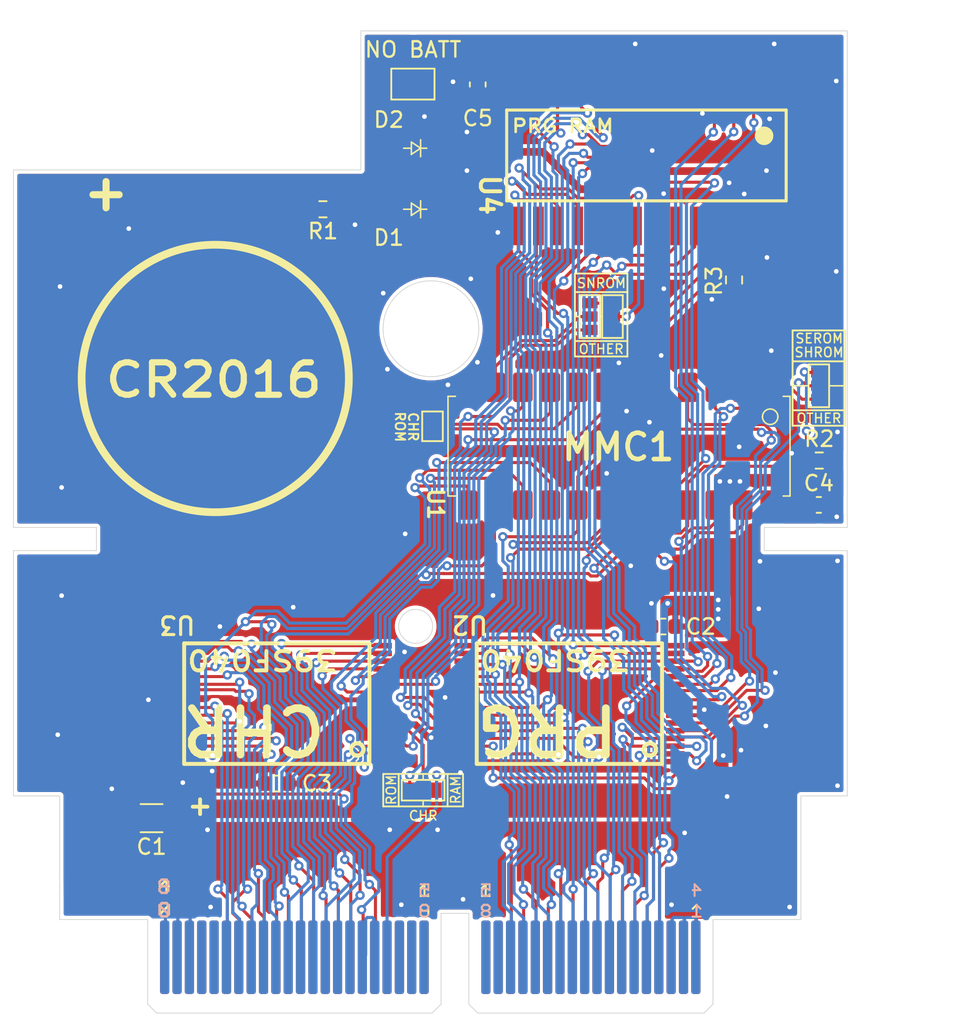
<source format=kicad_pcb>
(kicad_pcb (version 20241229) (generator "pcbnew") (generator_version "9.0")
  (layers (0 "F.Cu" signal) (2 "B.Cu" signal) (13 "F.Paste" user) (15 "B.Paste" user) (5 "F.SilkS" user "F.Silkscreen") (7 "B.SilkS" user "B.Silkscreen") (1 "F.Mask" user) (3 "B.Mask" user) (25 "Edge.Cuts" user))
  (net 0 "")
  (net 1 "+5V")
  (net 2 "GND")
  (net 3 "Net-(D1-K)")
  (net 4 "/PPU_A12")
  (net 5 "Net-(D1-A)")
  (net 6 "Net-(J1-Pin_41)")
  (net 7 "/CPU_D6")
  (net 8 "/PPU_A7")
  (net 9 "/PPU_A9")
  (net 10 "/CPU_A11")
  (net 11 "/PPU_D3")
  (net 14 "/CPU_A0")
  (net 15 "/CPU_A13")
  (net 16 "/CPU_D0")
  (net 17 "/PPU_D4")
  (net 18 "/PPU {slash}WR")
  (net 20 "/PPU_A2")
  (net 22 "/CPU_D3")
  (net 24 "/{slash}ROMSEL")
  (net 25 "/PPU_A4")
  (net 26 "/CPU_D4")
  (net 27 "/PPU_D5")
  (net 28 "Net-(J1-Pin_63)")
  (net 29 "/CPU_A7")
  (net 30 "/CPU_A12")
  (net 31 "/CIRAM_A10")
  (net 32 "/PPU_A10")
  (net 34 "/PPU_D1")
  (net 35 "/PPU_D2")
  (net 37 "/M2")
  (net 38 "/CPU_A5")
  (net 39 "/PPU_D6")
  (net 40 "/PPU_A6")
  (net 41 "/CPU_A9")
  (net 42 "/PPU_D0")
  (net 43 "/PPU_A8")
  (net 44 "/CPU_D1")
  (net 47 "/CPU_D7")
  (net 48 "/CPU_A14")
  (net 50 "/CPU_D2")
  (net 51 "/PPU {slash}RD")
  (net 52 "/PPU_A11")
  (net 54 "/CPU_A4")
  (net 55 "/CPU_A2")
  (net 56 "/PPU_A0")
  (net 57 "/CPU_D5")
  (net 58 "/R{slash}W")
  (net 59 "/PPU_A1")
  (net 61 "/PPU_A5")
  (net 62 "/CPU_A8")
  (net 64 "/CPU_A1")
  (net 66 "/PPU_A13")
  (net 67 "/PPU_D7")
  (net 68 "/CPU_A3")
  (net 69 "/PPU_A3")
  (net 70 "/CPU_A6")
  (net 71 "/CPU_A10")
  (net 72 "+BATT")
  (net 73 "/CHR_A15")
  (net 74 "/CHR_A13")
  (net 75 "/PRG_A14_MMC1")
  (net 76 "/PRG_A17")
  (net 77 "/PRG_A15")
  (net 78 "/PRG_A16")
  (net 79 "/PRG {slash}CE")
  (net 80 "/WRAM CE")
  (net 81 "/PRG_A14")
  (net 82 "/CHR_A16")
  (net 83 "/CHR_A12")
  (net 84 "/CHR_A14")
  (net 86 "/CHR_A14_MMC1")
  (net 87 "/CHR_A13_MMC1")
  (net 88 "/WRAM CE#")
  (net 89 "/CHR_A16_MMC1")
  (net 90 "Net-(JP5-A-Pad1)")
  (footprint "Resistor_SMD:R_0603_1608Metric" (layer "F.Cu") (at 172.55 65.575 -90)
    (property "Reference" "R3")
    (property "Value" "10k")
  )
  (footprint "Resistor_SMD:R_0603_1608Metric" (layer "F.Cu") (at 145.925 61)
    (property "Reference" "R1")
    (property "Value" "1k")
  )
  (footprint "TNY_SKROM:D_SOD-123" (layer "F.Cu") (at 151.9 57.05 180)
    (property "Reference" "D2")
    (property "Value" "D")
  )
  (footprint "Capacitor_SMD:C_1206_3216Metric" (layer "F.Cu") (at 134.825 100.4 180)
    (property "Reference" "C1")
    (property "Value" "22 uF")
  )
  (footprint "TNY_SKROM:SEROM_SHROM Jumper" (layer "F.Cu") (at 178.02 72.423333 -90)
    (property "Reference" "JP2" (hide yes))
    (property "Value" "SEROM/SHROM Jumper")
  )
  (footprint "TNY_SKROM:TSOP-32" (layer "F.Cu") (at 161.89 92.99 180)
    (property "Reference" "U2")
    (property "Value" "PRG")
  )
  (footprint "TNY_SKROM:TNY-SKROM Edge Connector" (layer "F.Cu") (at 153.7244 110.1789)
    (property "Reference" "J1" (hide yes))
    (property "Value" "Conn_02x40_Top_Bottom" (hide yes))
    (fp_line (start -24.8444 -3.2189) (end -24.8444 -11.2189) (stroke (width 0.05)) (layer "Edge.Cuts"))
    (fp_line (start -19.1494 -3.2189) (end -24.8444 -3.2189) (stroke (width 0.05)) (layer "Edge.Cuts"))
    (fp_line (start -19.1494 -3.2189) (end -19.1494 2.2561) (stroke (width 0.05)) (layer "Edge.Cuts"))
    (fp_line (start -18.5744 2.8311) (end -19.1494 2.2561) (stroke (width 0.05)) (layer "Edge.Cuts"))
    (fp_line (start -18.5744 2.8311) (end -0.7244 2.8311) (stroke (width 0.05)) (layer "Edge.Cuts"))
    (fp_line (start -0.7244 2.8311) (end -0.1494 2.2561) (stroke (width 0.05)) (layer "Edge.Cuts"))
    (fp_line (start -0.1494 -3.6189) (end 1.6506 -3.6189) (stroke (width 0.05)) (layer "Edge.Cuts"))
    (fp_line (start -0.1494 2.2561) (end -0.1494 -3.6189) (stroke (width 0.05)) (layer "Edge.Cuts"))
    (fp_line (start 1.6506 2.2561) (end 1.6506 -3.6189) (stroke (width 0.05)) (layer "Edge.Cuts"))
    (fp_line (start 1.6506 2.2561) (end 2.2256 2.8311) (stroke (width 0.05)) (layer "Edge.Cuts"))
    (fp_line (start 2.2256 2.8311) (end 16.8856 2.8311) (stroke (width 0.05)) (layer "Edge.Cuts"))
    (fp_line (start 16.8856 2.8311) (end 17.4606 2.2561) (stroke (width 0.05)) (layer "Edge.Cuts"))
    (fp_line (start 17.4606 2.2561) (end 17.4606 -3.2189) (stroke (width 0.05)) (layer "Edge.Cuts"))
    (fp_line (start 23.1556 -3.2189) (end 17.4606 -3.2189) (stroke (width 0.05)) (layer "Edge.Cuts"))
  )
  (footprint "TNY_SKROM:CHR A14 Jumper" (layer "F.Cu") (at 152.413333 98.61)
    (property "Reference" "JP3" (hide yes))
    (property "Value" "CHR ROM/RAM Jumper")
  )
  (footprint "TNY_SKROM:MMC1" (layer "F.Cu") (at 164.905 76.515)
    (property "Reference" "U1")
    (property "Value" "MMC1")
  )
  (footprint "TNY_SKROM:CHR A13 Jumper" (layer "F.Cu") (at 153 75.47 -90)
    (property "Reference" "JP4" (hide yes))
    (property "Value" "CHR ROM Jumper")
  )
  (footprint "TNY_SKROM:SNROM Jumper" (layer "F.Cu") (at 163.923333 67.943333 -90)
    (property "Reference" "JP5" (hide yes))
    (property "Value" "SNROM Jumper")
  )
  (footprint "TNY_SKROM:AS6C6264-55SCN" (layer "F.Cu") (at 166.865 57.478 -90)
    (property "Reference" "U4")
    (property "Value" "AS6C6264-55SCN" (hide yes))
  )
  (footprint "Resistor_SMD:R_0603_1608Metric" (layer "F.Cu") (at 178.065 77.26)
    (property "Reference" "R2")
    (property "Value" "27k")
  )
  (footprint "Capacitor_SMD:C_0603_1608Metric" (layer "F.Cu") (at 167.975 88)
    (property "Reference" "C2")
    (property "Value" "0.1 uF")
  )
  (footprint "TNY_SKROM:Tabbed CR2016" (layer "F.Cu") (at 138.95 71.95)
    (property "Reference" "BT1" (hide yes))
    (property "Value" "Battery_Cell")
  )
  (footprint "TNY_SKROM:D_SOD-123" (layer "F.Cu") (at 151.9 61 180)
    (property "Reference" "D1")
    (property "Value" "D")
  )
  (footprint "Jumper:SolderJumper-2_P1.3mm_Open_Pad1.0x1.5mm" (layer "F.Cu") (at 151.75 52.9)
    (property "Reference" "JP1")
    (property "Value" "NO BATT")
  )
  (footprint "Capacitor_SMD:C_0603_1608Metric" (layer "F.Cu") (at 178.04 80.13 180)
    (property "Reference" "C4")
    (property "Value" "0.1 uF")
  )
  (footprint "Capacitor_SMD:C_0603_1608Metric" (layer "F.Cu") (at 155.95 52.925 90)
    (property "Reference" "C5")
    (property "Value" "0.1 uF")
  )
  (footprint "Capacitor_SMD:C_0603_1608Metric" (layer "F.Cu") (at 142.925 98.16 180)
    (property "Reference" "C3")
    (property "Value" "0.1 uF")
  )
  (footprint "TNY_SKROM:TSOP-32" (layer "F.Cu") (at 142.94 92.99 180)
    (property "Reference" "U3")
    (property "Value" "CHR")
  )
  (gr_line (start 179.8797 81.585) (end 174.5047 81.585) (stroke (width 0.05)) (layer "Edge.Cuts"))
  (gr_line (start 131.2547 83.085) (end 131.2547 81.585) (stroke (width 0.05)) (layer "Edge.Cuts"))
  (gr_line (start 179.8797 98.96) (end 179.8797 83.085) (stroke (width 0.05)) (layer "Edge.Cuts"))
  (gr_line (start 179.8797 49.46) (end 179.8797 81.585) (stroke (width 0.05)) (layer "Edge.Cuts"))
  (gr_line (start 174.5047 83.085) (end 174.5047 81.585) (stroke (width 0.05)) (layer "Edge.Cuts"))
  (gr_line (start 125.8797 58.46) (end 148.3797 58.46) (stroke (width 0.05)) (layer "Edge.Cuts"))
  (gr_line (start 125.8797 98.96) (end 125.8797 83.085) (stroke (width 0.05)) (layer "Edge.Cuts"))
  (gr_line (start 125.8797 81.585) (end 125.8797 58.46) (stroke (width 0.05)) (layer "Edge.Cuts"))
  (gr_line (start 131.2547 83.085) (end 125.8797 83.085) (stroke (width 0.05)) (layer "Edge.Cuts"))
  (gr_line (start 148.3797 49.46) (end 179.8797 49.46) (stroke (width 0.05)) (layer "Edge.Cuts"))
  (gr_line (start 128.8797 98.96) (end 125.8797 98.96) (stroke (width 0.05)) (layer "Edge.Cuts"))
  (gr_line (start 148.3797 58.46) (end 148.3797 49.46) (stroke (width 0.05)) (layer "Edge.Cuts"))
  (gr_line (start 176.88 98.96) (end 176.88 106.96) (stroke (width 0.05)) (layer "Edge.Cuts"))
  (gr_line (start 179.8797 83.085) (end 174.5047 83.085) (stroke (width 0.05)) (layer "Edge.Cuts"))
  (gr_line (start 176.88 98.96) (end 179.8797 98.96) (stroke (width 0.05)) (layer "Edge.Cuts"))
  (gr_circle (center 151.93 87.99) (end 153.03 87.99) (stroke (width 0.05)) (fill no) (layer "Edge.Cuts"))
  (gr_line (start 131.2547 81.585) (end 125.8797 81.585) (stroke (width 0.05)) (layer "Edge.Cuts"))
  (gr_circle (center 152.92 68.73) (end 156.02 68.73) (stroke (width 0.05)) (fill no) (layer "Edge.Cuts"))
  (gr_text "+" (at 137.03 100.3 0) (layer "F.SilkS") (effects (font (size 1.25 1.25) (thickness 0.25) (bold yes)) (justify left bottom)))
  (segment (start 170.26 93.74) (end 170.62115 93.37885) (width 0.254) (layer "F.Cu") (net 1))
  (segment (start 136.5249 106.1888) (end 136.5249 109.4286) (width 0.2) (layer "F.Cu") (net 1))
  (segment (start 168.74 93.74) (end 170.26 93.74) (width 0.254) (layer "F.Cu") (net 1))
  (segment (start 137.3249 106.3826) (end 137.3249 109.4286) (width 0.2) (layer "F.Cu") (net 1))
  (segment (start 135.7249 105.8888) (end 135.7249 109.4286) (width 0.2) (layer "F.Cu") (net 1))
  (segment (start 168.6881 93.8318) (end 168.7811 93.7388) (width 0.2) (layer "F.Cu") (net 1))
  (segment (start 170.4811 93.2388) (end 170.62115 93.37885) (width 0.254) (layer "F.Cu") (net 1))
  (segment (start 170.62115 93.37885) (end 170.6311 93.3888) (width 0.254) (layer "F.Cu") (net 1))
  (segment (start 168.7811 93.2388) (end 170.4811 93.2388) (width 0.254) (layer "F.Cu") (net 1))
  (via (at 172.93 78.61) (size 0.6) (drill 0.3) (layers "F.Cu" "B.Cu") (net 1))
  (via (at 172.28 78.61) (size 0.6) (drill 0.3) (layers "F.Cu" "B.Cu") (net 1))
  (via (at 170.62115 93.37885) (size 0.6) (drill 0.3) (layers "F.Cu" "B.Cu") (net 1))
  (via (at 171.85 96.35) (size 0.6) (drill 0.3) (layers "F.Cu" "B.Cu") (net 1))
  (via (at 171.5237 86.8925) (size 0.55) (drill 0.3) (layers "F.Cu" "B.Cu") (net 1))
  (via (at 171.63 78.61) (size 0.6) (drill 0.3) (layers "F.Cu" "B.Cu") (net 1))
  (via (at 168.25 86.5) (size 0.6) (drill 0.3) (layers "F.Cu" "B.Cu") (net 1))
  (via (at 171.5237 87.505) (size 0.55) (drill 0.3) (layers "F.Cu" "B.Cu") (net 1))
  (via (at 171.5237 86.28) (size 0.55) (drill 0.3) (layers "F.Cu" "B.Cu") (net 1))
  (segment (start 172.3309 94.8621) (end 172.331 94.8612) (width 0) (layer "B.Cu") (net 1))
  (segment (start 172.331 94.863) (end 172.3309 94.8621) (width 0) (layer "B.Cu") (net 1))
  (segment (start 168.0311 86.6888) (end 168.0311 90.1888) (width 0.5) (layer "B.Cu") (net 1))
  (segment (start 170.6311 93.4846) (end 170.6311 93.3888) (width 0.5) (layer "B.Cu") (net 1))
  (segment (start 170.9311 93.0888) (end 170.6311 93.3888) (width 0.5) (layer "B.Cu") (net 1))
  (segment (start 168.1311 86.5888) (end 168.10995 86.60995) (width 0.5) (layer "B.Cu") (net 1))
  (segment (start 172.331 94.8612) (end 172.3289 94.8481) (width 0) (layer "B.Cu") (net 1))
  (segment (start 171.9387 94.7922) (end 170.6311 93.4846) (width 0.5) (layer "B.Cu") (net 1))
  (segment (start 168.0311 90.1888) (end 170.9311 93.0888) (width 0.5) (layer "B.Cu") (net 1))
  (segment (start 168.10995 86.60995) (end 168.0311 86.6888) (width 0.5) (layer "B.Cu") (net 1))
  (segment (start 171.9387 96.2812) (end 171.9387 94.7922) (width 0.5) (layer "B.Cu") (net 1))
  (segment (start 136.0811 92.7388) (end 134.62 92.7388) (width 0.2) (layer "F.Cu") (net 2))
  (segment (start 154.8311 97.45) (end 154.8311 97.4888) (width 0.2) (layer "F.Cu") (net 2))
  (segment (start 153.9863 92.7388) (end 155.0811 92.7388) (width 0.2) (layer "F.Cu") (net 2))
  (segment (start 145.1811 92.7388) (end 149.7811 92.7388) (width 0.2) (layer "F.Cu") (net 2))
  (segment (start 168.5249 105.395) (end 168.5249 105.82) (width 0.2) (layer "F.Cu") (net 2))
  (segment (start 153.9863 92.7388) (end 153.8363 92.5888) (width 0.2) (layer "F.Cu") (net 2))
  (segment (start 145.1811 92.7388) (end 144.9311 92.9888) (width 0.2) (layer "F.Cu") (net 2))
  (segment (start 170.0762 106.1339) (end 170.0762 109.3998) (width 0.2) (layer "F.Cu") (net 2))
  (segment (start 151.9811 94.2388) (end 149.7811 94.2388) (width 0.2) (layer "F.Cu") (net 2))
  (segment (start 169.3244 105.3821) (end 168.9311 104.9888) (width 0.2) (layer "F.Cu") (net 2))
  (segment (start 152.9311 95.1888) (end 151.9811 94.2388) (width 0.2) (layer "F.Cu") (net 2))
  (segment (start 139.1818 92.5284) (end 139.6422 92.9888) (width 0.2) (layer "F.Cu") (net 2))
  (segment (start 139.6422 92.9888) (end 144.9311 92.9888) (width 0.2) (layer "F.Cu") (net 2))
  (segment (start 138.6804 92.5284) (end 138.47 92.7388) (width 0.2) (layer "F.Cu") (net 2))
  (segment (start 139.1818 92.5284) (end 138.6804 92.5284) (width 0.2) (layer "F.Cu") (net 2))
  (segment (start 154.8311 96.9888) (end 155.0811 96.7388) (width 0.2) (layer "F.Cu") (net 2))
  (segment (start 169.3244 105.3821) (end 170.0762 106.1339) (width 0.2) (layer "F.Cu") (net 2))
  (segment (start 138.47 92.7388) (end 136.0811 92.7388) (width 0.2) (layer "F.Cu") (net 2))
  (segment (start 154.8311 96.9888) (end 154.8311 97.45) (width 0.2) (layer "F.Cu") (net 2))
  (segment (start 168.5249 105.82) (end 168.5249 109.4286) (width 0.2) (layer "F.Cu") (net 2))
  (segment (start 168.9311 104.9888) (end 168.5249 105.395) (width 0.2) (layer "F.Cu") (net 2))
  (segment (start 169.3244 105.3821) (end 169.3244 109.4286) (width 0.2) (layer "F.Cu") (net 2))
  (via (at 167.99 59.99) (size 0.6) (drill 0.3) (layers "F.Cu" "B.Cu") (net 2))
  (via (at 169.35 101.35) (size 0.6) (drill 0.3) (layers "F.Cu" "B.Cu") (net 2))
  (via (at 136.85 98.1) (size 0.6) (drill 0.3) (layers "F.Cu" "B.Cu") (net 2))
  (via (at 128.75 95) (size 0.6) (drill 0.3) (layers "F.Cu" "B.Cu") (net 2))
  (via (at 174.96 70.15) (size 0.6) (drill 0.3) (layers "F.Cu" "B.Cu") (net 2))
  (via (at 179.25 83.75) (size 0.6) (drill 0.3) (layers "F.Cu" "B.Cu") (net 2))
  (via (at 172.88 76.37) (size 0.6) (drill 0.3) (layers "F.Cu" "B.Cu") (net 2))
  (via (at 173.21 60.01) (size 0.6) (drill 0.3) (layers "F.Cu" "B.Cu") (net 2))
  (via (at 155.25 58.5) (size 0.6) (drill 0.3) (layers "F.Cu" "B.Cu") (net 2))
  (via (at 153.8363 92.5888) (size 0.6) (drill 0.3) (layers "F.Cu" "B.Cu") (net 2))
  (via (at 172.1 99) (size 0.6) (drill 0.3) (layers "F.Cu" "B.Cu") (net 2))
  (via (at 167.25 57.2) (size 0.6) (drill 0.3) (layers "F.Cu" "B.Cu") (net 2))
  (via (at 151 106) (size 0.6) (drill 0.3) (layers "F.Cu" "B.Cu") (net 2))
  (via (at 153.35 101.15) (size 0.6) (drill 0.3) (layers "F.Cu" "B.Cu") (net 2))
  (via (at 155.5 65.5) (size 0.6) (drill 0.3) (layers "F.Cu" "B.Cu") (net 2))
  (via (at 167.07 74.78) (size 0.6) (drill 0.3) (layers "F.Cu" "B.Cu") (net 2))
  (via (at 174.85 55.15) (size 0.6) (drill 0.3) (layers "F.Cu" "B.Cu") (net 2))
  (via (at 154.35 52.75) (size 0.6) (drill 0.3) (layers "F.Cu" "B.Cu") (net 2))
  (via (at 144 86.75) (size 0.6) (drill 0.3) (layers "F.Cu" "B.Cu") (net 2))
  (via (at 174.61 94.43) (size 0.6) (drill 0.3) (layers "F.Cu" "B.Cu") (net 2))
  (via (at 134.62 92.7388) (size 0.6) (drill 0.3) (layers "F.Cu" "B.Cu") (net 2))
  (via (at 138.45 101.15) (size 0.6) (drill 0.3) (layers "F.Cu" "B.Cu") (net 2))
  (via (at 165.59 74.06) (size 0.6) (drill 0.3) (layers "F.Cu" "B.Cu") (net 2))
  (via (at 150.25 101.15) (size 0.6) (drill 0.3) (layers "F.Cu" "B.Cu") (net 2))
  (via (at 155 105.65) (size 0.6) (drill 0.3) (layers "F.Cu" "B.Cu") (net 2))
  (via (at 172.2311 59.2888) (size 0.6) (drill 0.3) (layers "F.Cu" "B.Cu") (net 2))
  (via (at 175.15 50.3) (size 0.6) (drill 0.3) (layers "F.Cu" "B.Cu") (net 2))
  (via (at 175.23 90.98) (size 0.6) (drill 0.3) (layers "F.Cu" "B.Cu") (net 2))
  (via (at 173 96) (size 0.6) (drill 0.3) (layers "F.Cu" "B.Cu") (net 2))
  (via (at 155.25 56) (size 0.6) (drill 0.3) (layers "F.Cu" "B.Cu") (net 2))
  (via (at 152.93495 95.18495) (size 0.6) (drill 0.3) (layers "F.Cu" "B.Cu") (net 2))
  (via (at 155.93 70.9) (size 0.6) (drill 0.3) (layers "F.Cu" "B.Cu") (net 2))
  (via (at 129 86) (size 0.6) (drill 0.3) (layers "F.Cu" "B.Cu") (net 2))
  (via (at 176.15 106.15) (size 0.6) (drill 0.3) (layers "F.Cu" "B.Cu") (net 2))
  (via (at 132.25 98.5) (size 0.6) (drill 0.3) (layers "F.Cu" "B.Cu") (net 2))
  (via (at 174.68 64.12) (size 0.6) (drill 0.3) (layers "F.Cu" "B.Cu") (net 2))
  (via (at 168.5 106) (size 0.6) (drill 0.3) (layers "F.Cu" "B.Cu") (net 2))
  (via (at 148 62) (size 0.6) (drill 0.3) (layers "F.Cu" "B.Cu") (net 2))
  (via (at 139.25 88) (size 0.6) (drill 0.3) (layers "F.Cu" "B.Cu") (net 2))
  (via (at 174.15 86.85) (size 0.6) (drill 0.3) (layers "F.Cu" "B.Cu") (net 2))
  (via (at 176.28 76.79) (size 0.6) (drill 0.3) (layers "F.Cu" "B.Cu") (net 2))
  (via (at 179.25 75.41) (size 0.6) (drill 0.3) (layers "F.Cu" "B.Cu") (net 2))
  (via (at 129 79) (size 0.6) (drill 0.3) (layers "F.Cu" "B.Cu") (net 2))
  (via (at 179.2 80.9) (size 0.6) (drill 0.3) (layers "F.Cu" "B.Cu") (net 2))
  (via (at 128.9 66) (size 0.6) (drill 0.3) (layers "F.Cu" "B.Cu") (net 2))
  (via (at 154.02 72.36) (size 0.6) (drill 0.3) (layers "F.Cu" "B.Cu") (net 2))
  (via (at 133.35 62.25) (size 0.6) (drill 0.3) (layers "F.Cu" "B.Cu") (net 2))
  (via (at 179.25 98.3) (size 0.6) (drill 0.3) (layers "F.Cu" "B.Cu") (net 2))
  (via (at 151.21 89.64) (size 0.6) (drill 0.3) (layers "F.Cu" "B.Cu") (net 2))
  (via (at 151.25 82) (size 0.6) (drill 0.3) (layers "F.Cu" "B.Cu") (net 2))
  (via (at 164.3 78.09) (size 0.6) (drill 0.3) (layers "F.Cu" "B.Cu") (net 2))
  (via (at 165.86 84.07) (size 0.6) (drill 0.3) (layers "F.Cu" "B.Cu") (net 2))
  (via (at 165.09 70.94) (size 0.6) (drill 0.3) (layers "F.Cu" "B.Cu") (net 2))
  (via (at 150.1 71.35) (size 0.6) (drill 0.3) (layers "F.Cu" "B.Cu") (net 2))
  (via (at 168 66.14) (size 0.6) (drill 0.3) (layers "F.Cu" "B.Cu") (net 2))
  (via (at 157.25 62.5) (size 0.6) (drill 0.3) (layers "F.Cu" "B.Cu") (net 2))
  (via (at 166.15 50.3) (size 0.6) (drill 0.3) (layers "F.Cu" "B.Cu") (net 2))
  (via (at 174.65 58.5) (size 0.6) (drill 0.3) (layers "F.Cu" "B.Cu") (net 2))
  (via (at 167.2 86.5) (size 0.6) (drill 0.3) (layers "F.Cu" "B.Cu") (net 2))
  (via (at 156.94 85.99) (size 0.6) (drill 0.3) (layers "F.Cu" "B.Cu") (net 2))
  (via (at 138.75 97.35) (size 0.6) (drill 0.3) (layers "F.Cu" "B.Cu") (net 2))
  (via (at 167.83 70.46) (size 0.6) (drill 0.3) (layers "F.Cu" "B.Cu") (net 2))
  (via (at 171.11 66.83) (size 0.6) (drill 0.3) (layers "F.Cu" "B.Cu") (net 2))
  (via (at 170.5 54.8) (size 0.6) (drill 0.3) (layers "F.Cu" "B.Cu") (net 2))
  (via (at 138.65 106.15) (size 0.6) (drill 0.3) (layers "F.Cu" "B.Cu") (net 2))
  (via (at 154.8311 97.45) (size 0.6) (drill 0.3) (layers "F.Cu" "B.Cu") (net 2))
  (via (at 179.17 52.7) (size 0.6) (drill 0.3) (layers "F.Cu" "B.Cu") (net 2))
  (via (at 149.83 66.43) (size 0.6) (drill 0.3) (layers "F.Cu" "B.Cu") (net 2))
  (via (at 152.5 55) (size 0.6) (drill 0.3) (layers "F.Cu" "B.Cu") (net 2))
  (via (at 179.17 65.02) (size 0.6) (drill 0.3) (layers "F.Cu" "B.Cu") (net 2))
  (via (at 174.23 83.78) (size 0.6) (drill 0.3) (layers "F.Cu" "B.Cu") (net 2))
  (segment (start 166.9625 88.1878) (end 166.9689 88.1879) (width 0) (layer "B.Cu") (net 2))
  (segment (start 167.5614 62.1108) (end 167.569 62.1097) (width 0) (layer "B.Cu") (net 2))
  (segment (start 135.8811 104.0388) (end 135.7256 104.1943) (width 0.2) (layer "B.Cu") (net 2))
  (segment (start 167.3305 62.0923) (end 167.3353 62.0966) (width 0) (layer "B.Cu") (net 2))
  (segment (start 167.3911 62.1137) (end 167.5411 62.1137) (width 0) (layer "B.Cu") (net 2))
  (segment (start 167.0097 88.1731) (end 167.0146 88.1689) (width 0) (layer "B.Cu") (net 2))
  (segment (start 167.3676 62.11) (end 167.3757 62.1125) (width 0) (layer "B.Cu") (net 2))
  (segment (start 167.569 62.1097) (end 167.5749 62.1071) (width 0) (layer "B.Cu") (net 2))
  (segment (start 167.5411 62.1137) (end 167.5475 62.1128) (width 0) (layer "B.Cu") (net 2))
  (segment (start 167.6398 62.0292) (end 167.6399 62.0207) (width 0) (layer "B.Cu") (net 2))
  (segment (start 136.5256 104.6833) (end 135.8811 104.0388) (width 0.2) (layer "B.Cu") (net 2))
  (segment (start 167.2941 62.034) (end 167.2952 62.0417) (width 0) (layer "B.Cu") (net 2))
  (segment (start 147.3457 80.4032) (end 147.3458 80.4034) (width 0) (layer "B.Cu") (net 2))
  (segment (start 166.9899 88.1821) (end 166.9961 88.1804) (width 0) (layer "B.Cu") (net 2))
  (segment (start 167.3487 62.1043) (end 167.3549 62.1061) (width 0) (layer "B.Cu") (net 2))
  (segment (start 167.3109 62.0723) (end 167.3143 62.0777) (width 0) (layer "B.Cu") (net 2))
  (segment (start 147.3457 80.4035) (end 147.3455 80.4034) (width 0) (layer "B.Cu") (net 2))
  (segment (start 167.6316 62.0562) (end 167.6335 62.05) (width 0) (layer "B.Cu") (net 2))
  (segment (start 167.2952 62.0417) (end 167.2978 62.0475) (width 0) (layer "B.Cu") (net 2))
  (segment (start 167.6051 62.0905) (end 167.6103 62.0848) (width 0) (layer "B.Cu") (net 2))
  (segment (start 167.6363 62.0442) (end 167.6374 62.0373) (width 0) (layer "B.Cu") (net 2))
  (segment (start 167.5475 62.1128) (end 167.5539 62.1129) (width 0) (layer "B.Cu") (net 2))
  (segment (start 167.6197 62.0744) (end 167.624 62.0696) (width 0) (layer "B.Cu") (net 2))
  (segment (start 167.5947 62.0981) (end 167.5996 62.0939) (width 0) (layer "B.Cu") (net 2))
  (segment (start 167.0252 88.1598) (end 167.0311 88.1548) (width 0) (layer "B.Cu") (net 2))
  (segment (start 167.3068 62.0674) (end 167.3109 62.0723) (width 0) (layer "B.Cu") (net 2))
  (segment (start 167.0146 88.1689) (end 167.0201 88.1656) (width 0) (layer "B.Cu") (net 2))
  (segment (start 167.3201 62.0829) (end 167.3251 62.0888) (width 0) (layer "B.Cu") (net 2))
  (segment (start 167.6161 62.0798) (end 167.6197 62.0744) (width 0) (layer "B.Cu") (net 2))
  (segment (start 166.9763 88.1858) (end 166.984 88.1847) (width 0) (layer "B.Cu") (net 2))
  (segment (start 167.292 62.0266) (end 167.2941 62.034) (width 0) (layer "B.Cu") (net 2))
  (segment (start 167.3036 62.0603) (end 167.3068 62.0674) (width 0) (layer "B.Cu") (net 2))
  (segment (start 167.0347 88.1494) (end 167.039 88.1446) (width 0) (layer "B.Cu") (net 2))
  (segment (start 136.9311 103.9888) (end 135.9311 103.9888) (width 0.2) (layer "B.Cu") (net 2))
  (segment (start 167.5811 62.1054) (end 167.5877 62.1013) (width 0) (layer "B.Cu") (net 2))
  (segment (start 167.5996 62.0939) (end 167.6051 62.0905) (width 0) (layer "B.Cu") (net 2))
  (segment (start 172.2311 59.5075) (end 172.2311 59.2888) (width 0.2) (layer "B.Cu") (net 2))
  (segment (start 167.3353 62.0966) (end 167.3422 62.1) (width 0) (layer "B.Cu") (net 2))
  (segment (start 135.9311 103.9888) (end 135.8811 104.0388) (width 0.2) (layer "B.Cu") (net 2))
  (segment (start 167.3549 62.1061) (end 167.3606 62.1089) (width 0) (layer "B.Cu") (net 2))
  (segment (start 167.3842 62.1126) (end 167.3911 62.1137) (width 0) (layer "B.Cu") (net 2))
  (segment (start 147.3458 80.4034) (end 147.3457 80.4035) (width 0) (layer "B.Cu") (net 2))
  (segment (start 166.9961 88.1804) (end 167.0027 88.1763) (width 0) (layer "B.Cu") (net 2))
  (segment (start 167.0201 88.1656) (end 167.0252 88.1598) (width 0) (layer "B.Cu") (net 2))
  (segment (start 167.6103 62.0848) (end 167.6161 62.0798) (width 0) (layer "B.Cu") (net 2))
  (segment (start 166.9561 88.1887) (end 166.9625 88.1878) (width 0) (layer "B.Cu") (net 2))
  (segment (start 167.6273 62.0627) (end 167.6316 62.0562) (width 0) (layer "B.Cu") (net 2))
  (segment (start 166.9689 88.1879) (end 166.9763 88.1858) (width 0) (layer "B.Cu") (net 2))
  (segment (start 167.2995 62.0537) (end 167.3036 62.0603) (width 0) (layer "B.Cu") (net 2))
  (segment (start 167.2912 62.0138) (end 167.2921 62.0201) (width 0) (layer "B.Cu") (net 2))
  (segment (start 135.7256 104.1943) (end 135.7256 109.4293) (width 0.2) (layer "B.Cu") (net 2))
  (segment (start 171.0887 95.3543) (end 171.0887 100.1464) (width 0.2) (layer "B.Cu") (net 2))
  (segment (start 169.6259 93.8915) (end 171.0887 95.3543) (width 0.2) (layer "B.Cu") (net 2))
  (segment (start 152.93495 95.18495) (end 152.9311 95.1888) (width 0.2) (layer "B.Cu") (net 2))
  (segment (start 167.3143 62.0777) (end 167.3201 62.0829) (width 0) (layer "B.Cu") (net 2))
  (segment (start 167.6399 62.0207) (end 167.641 62.0138) (width 0) (layer "B.Cu") (net 2))
  (segment (start 167.2921 62.0201) (end 167.292 62.0266) (width 0) (layer "B.Cu") (net 2))
  (segment (start 167.0311 88.1548) (end 167.0347 88.1494) (width 0) (layer "B.Cu") (net 2))
  (segment (start 167.0027 88.1763) (end 167.0097 88.1731) (width 0) (layer "B.Cu") (net 2))
  (segment (start 153.8363 92.5888) (end 153.9311 92.6836) (width 0.2) (layer "B.Cu") (net 2))
  (segment (start 167.5749 62.1071) (end 167.5811 62.1054) (width 0) (layer "B.Cu") (net 2))
  (segment (start 167.3251 62.0888) (end 167.3305 62.0923) (width 0) (layer "B.Cu") (net 2))
  (segment (start 170.4724 94.6251) (end 170.2154 94.3681) (width 0) (layer "B.Cu") (net 2))
  (segment (start 147.3455 80.4034) (end 147.3457 80.4032) (width 0) (layer "B.Cu") (net 2))
  (segment (start 167.624 62.0696) (end 167.6273 62.0627) (width 0) (layer "B.Cu") (net 2))
  (segment (start 170.2154 94.3681) (end 170.2153 94.3681) (width 0) (layer "B.Cu") (net 2))
  (segment (start 137.3256 104.3833) (end 136.9311 103.9888) (width 0.2) (layer "B.Cu") (net 2))
  (segment (start 167.6335 62.05) (end 167.6363 62.0442) (width 0) (layer "B.Cu") (net 2))
  (segment (start 167.3422 62.1) (end 167.3487 62.1043) (width 0) (layer "B.Cu") (net 2))
  (segment (start 167.5877 62.1013) (end 167.5947 62.0981) (width 0) (layer "B.Cu") (net 2))
  (segment (start 137.3256 104.3833) (end 137.3256 109.4293) (width 0.2) (layer "B.Cu") (net 2))
  (segment (start 167.2978 62.0475) (end 167.2995 62.0537) (width 0) (layer "B.Cu") (net 2))
  (segment (start 154.9311 97.5888) (end 154.8311 97.4888) (width 0.2) (layer "B.Cu") (net 2))
  (segment (start 136.5256 109.4193) (end 136.5256 104.6833) (width 0.2) (layer "B.Cu") (net 2))
  (segment (start 167.3606 62.1089) (end 167.3676 62.11) (width 0) (layer "B.Cu") (net 2))
  (segment (start 167.3757 62.1125) (end 167.3842 62.1126) (width 0) (layer "B.Cu") (net 2))
  (segment (start 166.984 88.1847) (end 166.9899 88.1821) (width 0) (layer "B.Cu") (net 2))
  (segment (start 167.6374 62.0373) (end 167.6398 62.0292) (width 0) (layer "B.Cu") (net 2))
  (segment (start 167.5539 62.1129) (end 167.5614 62.1108) (width 0) (layer "B.Cu") (net 2))
  (segment (start 154.0311 57.2888) (end 160.1631 57.2888) (width 0.5) (layer "F.Cu") (net 3))
  (segment (start 153.7311 54.0268) (end 152.5931 52.8888) (width 0.5) (layer "F.Cu") (net 3))
  (segment (start 154.0311 57.2888) (end 153.7311 56.9888) (width 0.5) (layer "F.Cu") (net 3))
  (segment (start 164.9347 59.7016) (end 166.1048 58.5315) (width 0.5) (layer "F.Cu") (net 3))
  (segment (start 160.1631 57.2888) (end 162.5759 59.7016) (width 0.5) (layer "F.Cu") (net 3))
  (segment (start 175.0861 60.4333) (end 175.0861 62.0888) (width 0.5) (layer "F.Cu") (net 3))
  (segment (start 153.7311 56.9888) (end 153.7311 54.0268) (width 0.5) (layer "F.Cu") (net 3))
  (segment (start 164.9347 59.7016) (end 162.5759 59.7016) (width 0.5) (layer "F.Cu") (net 3))
  (segment (start 173.1843 58.5315) (end 175.0861 60.4333) (width 0.5) (layer "F.Cu") (net 3))
  (segment (start 155.8061 53.9888) (end 155.9311 53.8638) (width 0.5) (layer "F.Cu") (net 3))
  (segment (start 166.1048 58.5315) (end 173.1843 58.5315) (width 0.5) (layer "F.Cu") (net 3))
  (segment (start 153.7311 60.9888) (end 153.7311 56.9888) (width 0.5) (layer "F.Cu") (net 3))
  (segment (start 153.6931 53.9888) (end 155.8061 53.9888) (width 0.5) (layer "F.Cu") (net 3))
  (segment (start 153.6931 53.9888) (end 152.5931 52.8888) (width 0.5) (layer "F.Cu") (net 3))
  (segment (start 158.87 78.88) (end 158.87 80.14) (width 0.2) (layer "F.Cu") (net 4))
  (segment (start 157.88 77.89) (end 158.87 78.88) (width 0.2) (layer "F.Cu") (net 4))
  (segment (start 152.187834 78.377894) (end 152.675728 77.89) (width 0.2) (layer "F.Cu") (net 4))
  (segment (start 152.675728 77.89) (end 157.88 77.89) (width 0.2) (layer "F.Cu") (net 4))
  (via (at 152.187834 78.377894) (size 0.6) (drill 0.3) (layers "F.Cu" "B.Cu") (net 4))
  (segment (start 143.9717 102.2294) (end 144.9711 103.2288) (width 0.2) (layer "B.Cu") (net 4))
  (segment (start 152.3861 78.617521) (end 152.679579 78.911) (width 0.2) (layer "B.Cu") (net 4))
  (segment (start 152.8423 79.073721) (end 152.8423 82.782022) (width 0.2) (layer "B.Cu") (net 4))
  (segment (start 152.3861 78.57616) (end 152.3861 78.617521) (width 0.2) (layer "B.Cu") (net 4))
  (segment (start 147.495522 88.1288) (end 143.627 88.1288) (width 0.2) (layer "B.Cu") (net 4))
  (segment (start 143.9717 97.7101) (end 143.9717 102.2294) (width 0.2) (layer "B.Cu") (net 4))
  (segment (start 143.5035 92.5902) (end 144.953 94.0397) (width 0.2) (layer "B.Cu") (net 4))
  (segment (start 144.953 94.0397) (end 144.953 96.7288) (width 0.2) (layer "B.Cu") (net 4))
  (segment (start 152.8423 82.782022) (end 147.495522 88.1288) (width 0.2) (layer "B.Cu") (net 4))
  (segment (start 144.9711 103.2288) (end 144.9711 104.5092) (width 0.2) (layer "B.Cu") (net 4))
  (segment (start 141.9311 87.777) (end 141.9311 89.641) (width 0.2) (layer "B.Cu") (net 4))
  (segment (start 144.953 96.7288) (end 143.9717 97.7101) (width 0.2) (layer "B.Cu") (net 4))
  (segment (start 142.8538 87.3557) (end 142.3525 87.3557) (width 0.2) (layer "B.Cu") (net 4))
  (segment (start 141.9311 89.641) (end 143.5035 91.2134) (width 0.2) (layer "B.Cu") (net 4))
  (segment (start 143.5035 91.2134) (end 143.5035 92.5902) (width 0.2) (layer "B.Cu") (net 4))
  (segment (start 152.679579 78.911) (end 152.8423 79.073721) (width 0.2) (layer "B.Cu") (net 4))
  (segment (start 152.187834 78.377894) (end 152.3861 78.57616) (width 0.2) (layer "B.Cu") (net 4))
  (segment (start 142.3525 87.3557) (end 141.9311 87.777) (width 0.2) (layer "B.Cu") (net 4))
  (segment (start 143.627 88.1288) (end 142.8538 87.3557) (width 0.2) (layer "B.Cu") (net 4))
  (segment (start 143.7256 105.7547) (end 143.7256 109.4293) (width 0.2) (layer "B.Cu") (net 4))
  (segment (start 144.9711 104.5092) (end 143.7256 105.7547) (width 0.2) (layer "B.Cu") (net 4))
  (segment (start 150.1311 60.9888) (end 146.7811 60.9888) (width 0.5) (layer "F.Cu") (net 5))
  (segment (start 169.3429 106.9211) (end 169.3429 109.4016) (width 0.2) (layer "B.Cu") (net 6))
  (segment (start 169.3199 106.9211) (end 169.3199 109.4246) (width 0.2) (layer "B.Cu") (net 6))
  (segment (start 170.1199 106.9211) (end 170.0241 106.8253) (width 0.2) (layer "B.Cu") (net 6))
  (segment (start 169.2241 106.8253) (end 169.3199 106.9211) (width 0.2) (layer "B.Cu") (net 6))
  (segment (start 168.6387 106.8253) (end 168.5429 106.9211) (width 0.2) (layer "B.Cu") (net 6))
  (segment (start 169.4387 106.8253) (end 169.3429 106.9211) (width 0.2) (layer "B.Cu") (net 6))
  (segment (start 169.4387 106.8253) (end 170.0241 106.8253) (width 0.2) (layer "B.Cu") (net 6))
  (segment (start 170.1199 109.4209) (end 170.1199 106.9211) (width 0.2) (layer "B.Cu") (net 6))
  (segment (start 168.5429 109.412) (end 168.5429 106.9211) (width 0.2) (layer "B.Cu") (net 6))
  (segment (start 169.2241 106.8253) (end 168.6387 106.8253) (width 0.2) (layer "B.Cu") (net 6))
  (segment (start 158.228 59.1888) (end 158.178 59.1888) (width 0.2) (layer "F.Cu") (net 7))
  (segment (start 161.4379 95.194) (end 162.8359 95.194) (width 0.2) (layer "F.Cu") (net 7))
  (segment (start 151.4211 93.106551) (end 151.592249 93.106551) (width 0.2) (layer "F.Cu") (net 7))
  (segment (start 158.1728 59.1836) (end 158.305 59.1836) (width 0.2) (layer "F.Cu") (net 7))
  (segment (start 152.1718 93.0284) (end 153.8822 94.7388) (width 0.2) (layer "F.Cu") (net 7))
  (segment (start 151.6704 93.0284) (end 152.1718 93.0284) (width 0.2) (layer "F.Cu") (net 7))
  (segment (start 158.178 59.1888) (end 158.1728 59.1836) (width 0.2) (layer "F.Cu") (net 7))
  (segment (start 153.8822 94.7388) (end 160.9827 94.7388) (width 0.2) (layer "F.Cu") (net 7))
  (segment (start 162.3861 60.7438) (end 162.3861 62.0888) (width 0.2) (layer "F.Cu") (net 7))
  (segment (start 151.592249 93.106551) (end 151.6704 93.0284) (width 0.2) (layer "F.Cu") (net 7))
  (segment (start 161.6787 60.0364) (end 162.3861 60.7438) (width 0.2) (layer "F.Cu") (net 7))
  (segment (start 162.8359 95.194) (end 163.0887 95.4468) (width 0.2) (layer "F.Cu") (net 7))
  (segment (start 161.6787 60.0364) (end 159.1578 60.0364) (width 0.2) (layer "F.Cu") (net 7))
  (segment (start 158.305 59.1836) (end 159.1578 60.0364) (width 0.2) (layer "F.Cu") (net 7))
  (segment (start 160.9827 94.7388) (end 161.4379 95.194) (width 0.2) (layer "F.Cu") (net 7))
  (via (at 151.4211 93.106551) (size 0.6) (drill 0.3) (layers "F.Cu" "B.Cu") (net 7))
  (via (at 163.0887 95.4468) (size 0.6) (drill 0.3) (layers "F.Cu" "B.Cu") (net 7))
  (via (at 158.1728 59.1836) (size 0.6) (drill 0.3) (layers "F.Cu" "B.Cu") (net 7))
  (segment (start 156.1735 74.7565) (end 157.8 73.13) (width 0.2) (layer "B.Cu") (net 7))
  (segment (start 156.1735 76.448) (end 156.1735 74.7565) (width 0.2) (layer "B.Cu") (net 7))
  (segment (start 163.7311 105.1904) (end 162.8359 104.2952) (width 0.2) (layer "B.Cu") (net 7))
  (segment (start 157.8 64.9) (end 158.9595 63.7405) (width 0.2) (layer "B.Cu") (net 7))
  (segment (start 151.4211 93.106551) (end 151.458149 93.106551) (width 0.2) (layer "B.Cu") (net 7))
  (segment (start 154.76 77.8615) (end 156.1735 76.448) (width 0.2) (layer "B.Cu") (net 7))
  (segment (start 151.458149 93.106551) (end 151.61 92.9547) (width 0.2) (layer "B.Cu") (net 7))
  (segment (start 153.8183 88.7032) (end 153.8183 86.8717) (width 0.2) (layer "B.Cu") (net 7))
  (segment (start 158.4595 59.1888) (end 158.228 59.1888) (width 0.2) (layer "B.Cu") (net 7))
  (segment (start 157.8 73.13) (end 157.8 64.9) (width 0.2) (layer "B.Cu") (net 7))
  (segment (start 153.8183 86.8717) (end 154.76 85.93) (width 0.2) (layer "B.Cu") (net 7))
  (segment (start 154.76 85.93) (end 154.76 77.8615) (width 0.2) (layer "B.Cu") (net 7))
  (segment (start 158.9595 63.7405) (end 158.9595 59.6888) (width 0.2) (layer "B.Cu") (net 7))
  (segment (start 151.61 92.9547) (end 151.61 90.9115) (width 0.2) (layer "B.Cu") (net 7))
  (segment (start 162.8359 95.6996) (end 163.0887 95.4468) (width 0.2) (layer "B.Cu") (net 7))
  (segment (start 162.8359 104.2952) (end 162.8359 95.6996) (width 0.2) (layer "B.Cu") (net 7))
  (segment (start 163.7311 105.1904) (end 163.7311 109.2124) (width 0.2) (layer "B.Cu") (net 7))
  (segment (start 158.9595 59.6888) (end 158.4595 59.1888) (width 0.2) (layer "B.Cu") (net 7))
  (segment (start 151.61 90.9115) (end 153.8183 88.7032) (width 0.2) (layer "B.Cu") (net 7))
  (segment (start 148.3301 104.0646) (end 148.3301 105.3888) (width 0.2) (layer "F.Cu") (net 8))
  (segment (start 149.7811 90.7388) (end 146.3207 90.7388) (width 0.2) (layer "F.Cu") (net 8))
  (segment (start 147.3383 103.0728) (end 148.3301 104.0646) (width 0.2) (layer "F.Cu") (net 8))
  (segment (start 146.3207 90.7388) (end 145.8707 91.1888) (width 0.2) (layer "F.Cu") (net 8))
  (via (at 147.3383 103.0728) (size 0.6) (drill 0.3) (layers "F.Cu" "B.Cu") (net 8))
  (via (at 145.8707 91.1888) (size 0.6) (drill 0.3) (layers "F.Cu" "B.Cu") (net 8))
  (via (at 148.3301 105.3888) (size 0.6) (drill 0.3) (layers "F.Cu" "B.Cu") (net 8))
  (segment (start 145.9179 92.0144) (end 147.0674 93.1639) (width 0.2) (layer "B.Cu") (net 8))
  (segment (start 146.0861 98.586) (end 146.0861 101.3536) (width 0.2) (layer "B.Cu") (net 8))
  (segment (start 147.3383 102.6057) (end 147.3383 103.0728) (width 0.2) (layer "B.Cu") (net 8))
  (segment (start 145.9179 91.236) (end 145.9179 92.0144) (width 0.2) (layer "B.Cu") (net 8))
  (segment (start 147.7256 105.9933) (end 147.7256 109.4293) (width 0.2) (layer "B.Cu") (net 8))
  (segment (start 147.3383 102.6057) (end 146.0861 101.3536) (width 0.2) (layer "B.Cu") (net 8))
  (segment (start 148.3189 105.4) (end 148.35 105.4) (width 0.2) (layer "B.Cu") (net 8))
  (segment (start 148.35 105.3689) (end 147.7256 105.9933) (width 0.2) (layer "B.Cu") (net 8))
  (segment (start 147.0674 97.6047) (end 147.0674 93.1639) (width 0.2) (layer "B.Cu") (net 8))
  (segment (start 148.35 105.4) (end 148.35 105.3689) (width 0.2) (layer "B.Cu") (net 8))
  (segment (start 145.8707 91.1888) (end 145.9179 91.236) (width 0.2) (layer "B.Cu") (net 8))
  (segment (start 147.0674 97.6047) (end 146.0861 98.586) (width 0.2) (layer "B.Cu") (net 8))
  (segment (start 148.3301 105.3888) (end 148.3189 105.4) (width 0.2) (layer "B.Cu") (net 8))
  (segment (start 149.7311 96.1888) (end 149.7811 96.2388) (width 0.2) (layer "F.Cu") (net 9))
  (segment (start 147.6726 96.1888) (end 149.7311 96.1888) (width 0.2) (layer "F.Cu") (net 9))
  (segment (start 147.567399 96.294001) (end 147.6726 96.1888) (width 0.2) (layer "F.Cu") (net 9))
  (via (at 147.567399 96.294001) (size 0.6) (drill 0.3) (layers "F.Cu" "B.Cu") (net 9))
  (segment (start 147.9435 102.7126) (end 147.9435 104.3347) (width 0.2) (layer "B.Cu") (net 9))
  (segment (start 147.37 97.8005) (end 146.4385 98.732) (width 0.2) (layer "B.Cu") (net 9))
  (segment (start 146.4385 98.732) (end 146.4385 101.2076) (width 0.2) (layer "B.Cu") (net 9))
  (segment (start 147.567399 96.294001) (end 147.37 96.4914) (width 0.2) (layer "B.Cu") (net 9))
  (segment (start 146.1256 106.1526) (end 146.1256 109.4293) (width 0.2) (layer "B.Cu") (net 9))
  (segment (start 147.9435 104.3347) (end 146.1256 106.1526) (width 0.2) (layer "B.Cu") (net 9))
  (segment (start 147.37 96.4914) (end 147.37 97.8005) (width 0.2) (layer "B.Cu") (net 9))
  (segment (start 146.4385 101.2076) (end 147.9435 102.7126) (width 0.2) (layer "B.Cu") (net 9))
  (segment (start 168.7811 97.5364) (end 168.7811 96.7388) (width 0.2) (layer "F.Cu") (net 10))
  (segment (start 167.7249 103.5947) (end 168.3308 102.9888) (width 0.2) (layer "F.Cu") (net 10))
  (segment (start 168.7361 63.4338) (end 168.1863 63.9836) (width 0.2) (layer "F.Cu") (net 10))
  (segment (start 167.7249 103.5947) (end 167.7249 109.4286) (width 0.2) (layer "F.Cu") (net 10))
  (segment (start 168.7361 63.4338) (end 168.7361 62.0888) (width 0.2) (layer "F.Cu") (net 10))
  (segment (start 163.8887 63.9836) (end 163.4387 64.4336) (width 0.2) (layer "F.Cu") (net 10))
  (segment (start 168.33375 97.98375) (end 168.3287 97.9888) (width 0.2) (layer "F.Cu") (net 10))
  (segment (start 168.7811 97.5364) (end 168.33375 97.98375) (width 0.2) (layer "F.Cu") (net 10))
  (segment (start 163.8887 63.9836) (end 168.1863 63.9836) (width 0.2) (layer "F.Cu") (net 10))
  (via (at 163.43615 64.43615) (size 0.6) (drill 0.3) (layers "F.Cu" "B.Cu") (net 10))
  (via (at 168.33375 97.98375) (size 0.6) (drill 0.3) (layers "F.Cu" "B.Cu") (net 10))
  (via (at 168.3308 102.9888) (size 0.6) (drill 0.3) (layers "F.Cu" "B.Cu") (net 10))
  (segment (start 164.3987 87.2825) (end 164.3987 84.4429) (width 0.2) (layer "B.Cu") (net 10))
  (segment (start 165.4095 89.0508) (end 166.1039 89.7452) (width 0.2) (layer "B.Cu") (net 10))
  (segment (start 168.0759 97.7336) (end 168.0759 95.0855) (width 0.2) (layer "B.Cu") (net 10))
  (segment (start 166.9039 92.6014) (end 166.9039 93.9135) (width 0.2) (layer "B.Cu") (net 10))
  (segment (start 163.43615 64.43615) (end 163.4387 64.4336) (width 0.2) (layer "B.Cu") (net 10))
  (segment (start 168.3308 102.4902) (end 168.3308 102.9888) (width 0.2) (layer "B.Cu") (net 10))
  (segment (start 168.3287 97.9888) (end 168.0759 98.2416) (width 0.2) (layer "B.Cu") (net 10))
  (segment (start 162.8359 65.0364) (end 162.8359 82.8801) (width 0.2) (layer "B.Cu") (net 10))
  (segment (start 168.3299 97.9876) (end 168.0759 97.7336) (width 0.2) (layer "B.Cu") (net 10))
  (segment (start 168.5815 102.2395) (end 168.5815 101.7381) (width 0.2) (layer "B.Cu") (net 10))
  (segment (start 168.1299 98.1876) (end 168.0759 98.1336) (width 0.2) (layer "B.Cu") (net 10))
  (segment (start 164.3987 84.4429) (end 162.8359 82.8801) (width 0.2) (layer "B.Cu") (net 10))
  (segment (start 168.3287 97.9888) (end 168.3299 97.9876) (width 0.2) (layer "B.Cu") (net 10))
  (segment (start 168.1299 98.1876) (end 168.3287 97.9888) (width 0.2) (layer "B.Cu") (net 10))
  (segment (start 168.3308 102.4902) (end 168.5815 102.2395) (width 0.2) (layer "B.Cu") (net 10))
  (segment (start 165.4095 88.2933) (end 164.3987 87.2825) (width 0.2) (layer "B.Cu") (net 10))
  (segment (start 162.8359 65.0364) (end 163.43615 64.43615) (width 0.2) (layer "B.Cu") (net 10))
  (segment (start 168.5815 101.7381) (end 168.0759 101.2325) (width 0.2) (layer "B.Cu") (net 10))
  (segment (start 165.4095 89.0508) (end 165.4095 88.2933) (width 0.2) (layer "B.Cu") (net 10))
  (segment (start 166.1039 89.7452) (end 166.1039 91.8014) (width 0.2) (layer "B.Cu") (net 10))
  (segment (start 166.9039 93.9135) (end 168.0759 95.0855) (width 0.2) (layer "B.Cu") (net 10))
  (segment (start 166.1039 91.8014) (end 166.9039 92.6014) (width 0.2) (layer "B.Cu") (net 10))
  (segment (start 168.0759 98.1336) (end 168.0759 101.2325) (width 0.2) (layer "B.Cu") (net 10))
  (segment (start 138.8259 93.2388) (end 138.9311 93.1336) (width 0.2) (layer "F.Cu") (net 11))
  (segment (start 139.7249 105.5878) (end 139.1259 104.9888) (width 0.2) (layer "F.Cu") (net 11))
  (segment (start 139.7249 105.5878) (end 139.7249 109.4286) (width 0.2) (layer "F.Cu") (net 11))
  (segment (start 136.0811 93.2388) (end 138.8259 93.2388) (width 0.2) (layer "F.Cu") (net 11))
  (via (at 138.9259 93.15) (size 0.6) (drill 0.3) (layers "F.Cu" "B.Cu") (net 11))
  (via (at 139.1259 104.9888) (size 0.6) (drill 0.3) (layers "F.Cu" "B.Cu") (net 11))
  (segment (start 138.9259 93.1388) (end 138.9259 93.15) (width 0.2) (layer "B.Cu") (net 11))
  (segment (start 139.1259 104.9888) (end 139.3787 104.736) (width 0.2) (layer "B.Cu") (net 11))
  (segment (start 139.3787 94.1371) (end 139.3787 104.736) (width 0.2) (layer "B.Cu") (net 11))
  (segment (start 138.9259 93.1388) (end 138.9311 93.1336) (width 0.2) (layer "B.Cu") (net 11))
  (segment (start 138.9259 93.15) (end 138.9259 93.6843) (width 0.2) (layer "B.Cu") (net 11))
  (segment (start 139.3787 94.1371) (end 138.9259 93.6843) (width 0.2) (layer "B.Cu") (net 11))
  (segment (start 156.621072 90.455228) (end 156.3375 90.7388) (width 0.2) (layer "F.Cu") (net 14))
  (segment (start 158.9199 106.0028) (end 158.9199 109.4286) (width 0.2) (layer "F.Cu") (net 14))
  (segment (start 164.1246 56.3264) (end 163.6561 55.8579) (width 0.2) (layer "F.Cu") (net 14))
  (segment (start 156.3375 90.7388) (end 155.0811 90.7388) (width 0.2) (layer "F.Cu") (net 14))
  (segment (start 157.5479 90.455228) (end 156.621072 90.455228) (width 0.2) (layer "F.Cu") (net 14))
  (segment (start 158.9199 106.0028) (end 158.90855 105.99145) (width 0.2) (layer "F.Cu") (net 14))
  (segment (start 163.6561 55.8579) (end 163.6561 52.8888) (width 0.2) (layer "F.Cu") (net 14))
  (segment (start 158.90855 105.99145) (end 158.9059 105.9888) (width 0.2) (layer "F.Cu") (net 14))
  (via (at 157.5479 90.455228) (size 0.6) (drill 0.3) (layers "F.Cu" "B.Cu") (net 14))
  (via (at 158.90855 105.99145) (size 0.6) (drill 0.3) (layers "F.Cu" "B.Cu") (net 14))
  (via (at 164.0755 56.3755) (size 0.6) (drill 0.3) (layers "F.Cu" "B.Cu") (net 14))
  (segment (start 158.71 70.137) (end 158.71 65.28) (width 0.2) (layer "B.Cu") (net 14))
  (segment (start 159.3119 98.2684) (end 159.3119 102.5026) (width 0.2) (layer "B.Cu") (net 14))
  (segment (start 160.8884 55.1126) (end 162.5264 55.1126) (width 0.2) (layer "B.Cu") (net 14))
  (segment (start 157.6955 90.6864) (end 157.6955 92.5786) (width 0.2) (layer "B.Cu") (net 14))
  (segment (start 158.71 65.28) (end 160.0167 63.9733) (width 0.2) (layer "B.Cu") (net 14))
  (segment (start 158.9311 86.8309) (end 158.9311 70.3581) (width 0.2) (layer "B.Cu") (net 14))
  (segment (start 157.2427 90.150028) (end 157.2427 88.5193) (width 0.2) (layer "B.Cu") (net 14))
  (segment (start 164.1246 56.3264) (end 164.0755 56.3755) (width 0.2) (layer "B.Cu") (net 14))
  (segment (start 158.3007 103.5138) (end 158.3007 105.2395) (width 0.2) (layer "B.Cu") (net 14))
  (segment (start 159.588 56.413) (end 160.8884 55.1126) (width 0.2) (layer "B.Cu") (net 14))
  (segment (start 158.3007 105.2395) (end 158.9059 105.8447) (width 0.2) (layer "B.Cu") (net 14))
  (segment (start 158.9311 70.3581) (end 158.71 70.137) (width 0.2) (layer "B.Cu") (net 14))
  (segment (start 159.3119 102.5026) (end 158.3007 103.5138) (width 0.2) (layer "B.Cu") (net 14))
  (segment (start 162.5264 55.1126) (end 163.7402 56.3264) (width 0.2) (layer "B.Cu") (net 14))
  (segment (start 159.588 58.7934) (end 159.588 56.413) (width 0.2) (layer "B.Cu") (net 14))
  (segment (start 158.4539 97.4104) (end 159.3119 98.2684) (width 0.2) (layer "B.Cu") (net 14))
  (segment (start 157.6955 92.5786) (end 158.4539 93.337) (width 0.2) (layer "B.Cu") (net 14))
  (segment (start 157.5479 90.455228) (end 157.2427 90.150028) (width 0.2) (layer "B.Cu") (net 14))
  (segment (start 158.4539 93.337) (end 158.4539 97.4104) (width 0.2) (layer "B.Cu") (net 14))
  (segment (start 157.5479 90.5388) (end 157.6955 90.6864) (width 0.2) (layer "B.Cu") (net 14))
  (segment (start 157.5479 90.455228) (end 157.5479 90.5388) (width 0.2) (layer "B.Cu") (net 14))
  (segment (start 158.9059 105.8447) (end 158.9059 105.9888) (width 0.2) (layer "B.Cu") (net 14))
  (segment (start 160.0167 59.2222) (end 159.588 58.7934) (width 0.2) (layer "B.Cu") (net 14))
  (segment (start 160.0167 63.9733) (end 160.0167 59.2222) (width 0.2) (layer "B.Cu") (net 14))
  (segment (start 157.2427 88.5193) (end 158.9311 86.8309) (width 0.2) (layer "B.Cu") (net 14))
  (segment (start 163.7402 56.3264) (end 164.1246 56.3264) (width 0.2) (layer "B.Cu") (net 14))
  (segment (start 172.881346 93.111754) (end 170.8473 95.1458) (width 0.2) (layer "F.Cu") (net 15))
  (segment (start 170.8473 95.1458) (end 168.8741 95.1458) (width 0.2) (layer "F.Cu") (net 15))
  (segment (start 166.028192 95.24) (end 165.309096 94.520904) (width 0.2) (layer "F.Cu") (net 15))
  (segment (start 170.97 81.62) (end 171.33 81.26) (width 0.2) (layer "F.Cu") (net 15))
  (segment (start 168.74 95.24) (end 166.028192 95.24) (width 0.2) (layer "F.Cu") (net 15))
  (segment (start 171.33 81.26) (end 171.33 80.14) (width 0.2) (layer "F.Cu") (net 15))
  (segment (start 168.98 82.49) (end 169.85 81.62) (width 0.2) (layer "F.Cu") (net 15))
  (segment (start 173.090054 93.111754) (end 172.881346 93.111754) (width 0.2) (layer "F.Cu") (net 15))
  (segment (start 168.8741 95.1458) (end 168.7811 95.2388) (width 0.2) (layer "F.Cu") (net 15))
  (segment (start 169.85 81.62) (end 170.97 81.62) (width 0.2) (layer "F.Cu") (net 15))
  (segment (start 168.9787 82.49) (end 168.98 82.49) (width 0.2) (layer "F.Cu") (net 15))
  (via (at 173.090054 93.111754) (size 0.6) (drill 0.3) (layers "F.Cu" "B.Cu") (net 15))
  (via (at 165.309096 94.520904) (size 0.6) (drill 0.3) (layers "F.Cu" "B.Cu") (net 15))
  (via (at 168.9787 82.49) (size 0.6) (drill 0.3) (layers "F.Cu" "B.Cu") (net 15))
  (segment (start 166.1256 105.1549) (end 166.541 104.7395) (width 0.2) (layer "B.Cu") (net 15))
  (segment (start 165.9615 95.5587) (end 165.9615 94.9646) (width 0.2) (layer "B.Cu") (net 15))
  (segment (start 165.309096 94.520904) (end 165.517804 94.520904) (width 0.2) (layer "B.Cu") (net 15))
  (segment (start 173.090054 93.111754) (end 171.9774 91.9991) (width 0.2) (layer "B.Cu") (net 15))
  (segment (start 166.541 104.7395) (end 166.541 103.0259) (width 0.2) (layer "B.Cu") (net 15))
  (segment (start 166.541 103.0259) (end 165.8083 102.2932) (width 0.2) (layer "B.Cu") (net 15))
  (segment (start 169.1263 90.0399) (end 169.1263 82.6376) (width 0.2) (layer "B.Cu") (net 15))
  (segment (start 169.1263 82.6376) (end 168.9787 82.49) (width 0.2) (layer "B.Cu") (net 15))
  (segment (start 165.8083 95.7119) (end 165.9615 95.5587) (width 0.2) (layer "B.Cu") (net 15))
  (segment (start 171.0855 91.9991) (end 169.1263 90.0399) (width 0.2) (layer "B.Cu") (net 15))
  (segment (start 165.517804 94.520904) (end 165.9615 94.9646) (width 0.2) (layer "B.Cu") (net 15))
  (segment (start 171.9774 91.9991) (end 171.0855 91.9991) (width 0.2) (layer "B.Cu") (net 15))
  (segment (start 165.8083 102.2932) (end 165.8083 95.7119) (width 0.2) (layer "B.Cu") (net 15))
  (segment (start 166.1256 105.1549) (end 166.1256 109.4293) (width 0.2) (layer "B.Cu") (net 15))
  (segment (start 163.0509 54.7812) (end 162.3861 54.1164) (width 0.2) (layer "F.Cu") (net 16))
  (segment (start 164.21 81.44) (end 163.08 82.57) (width 0.2) (layer "F.Cu") (net 16))
  (segment (start 158.36 82.57) (end 158.24 82.69) (width 0.2) (layer "F.Cu") (net 16))
  (segment (start 164.21 80.14) (end 164.21 81.44) (width 0.2) (layer "F.Cu") (net 16))
  (segment (start 162.3861 54.1164) (end 162.3861 52.8888) (width 0.2) (layer "F.Cu") (net 16))
  (segment (start 163.08 82.57) (end 158.36 82.57) (width 0.2) (layer "F.Cu") (net 16))
  (segment (start 156.9851 91.2388) (end 155.0811 91.2388) (width 0.2) (layer "F.Cu") (net 16))
  (segment (start 157.0903 91.1336) (end 156.9851 91.2388) (width 0.2) (layer "F.Cu") (net 16))
  (via (at 163.05 54.7812) (size 0.6) (drill 0.3) (layers "F.Cu" "B.Cu") (net 16))
  (via (at 157.0903 91.1) (size 0.6) (drill 0.3) (layers "F.Cu" "B.Cu") (net 16))
  (via (at 158.24 82.69) (size 0.6) (drill 0.3) (layers "F.Cu" "B.Cu") (net 16))
  (segment (start 158.409 70.261678) (end 158.5787 70.431378) (width 0.2) (layer "B.Cu") (net 16))
  (segment (start 159.2356 58.9394) (end 159.6643 59.3681) (width 0.2) (layer "B.Cu") (net 16))
  (segment (start 162.6934 54.7812) (end 162.6724 54.7602) (width 0.2) (layer "B.Cu") (net 16))
  (segment (start 158.5787 86.6849) (end 158.5787 82.55) (width 0.2) (layer "B.Cu") (net 16))
  (segment (start 163.05 54.7812) (end 162.6934 54.7812) (width 0.2) (layer "B.Cu") (net 16))
  (segment (start 158.24 82.69) (end 158.4387 82.69) (width 0.2) (layer "B.Cu") (net 16))
  (segment (start 159.6643 63.900022) (end 158.409 65.155322) (width 0.2) (layer "B.Cu") (net 16))
  (segment (start 157.9483 105.8871) (end 157.9483 103.3679) (width 0.2) (layer "B.Cu") (net 16))
  (segment (start 157.0903 90.9371) (end 156.94 90.7868) (width 0.2) (layer "B.Cu") (net 16))
  (segment (start 157.0903 92.4718) (end 157.0903 91.1336) (width 0.2) (layer "B.Cu") (net 16))
  (segment (start 157.0903 91.1) (end 157.0903 90.9371) (width 0.2) (layer "B.Cu") (net 16))
  (segment (start 158.1015 97.5563) (end 158.1015 93.483) (width 0.2) (layer "B.Cu") (net 16))
  (segment (start 159.6643 59.3681) (end 159.6643 63.900022) (width 0.2) (layer "B.Cu") (net 16))
  (segment (start 158.409 65.155322) (end 158.409 70.261678) (width 0.2) (layer "B.Cu") (net 16))
  (segment (start 158.9595 102.3567) (end 157.9483 103.3679) (width 0.2) (layer "B.Cu") (net 16))
  (segment (start 160.7424 54.7602) (end 159.2356 56.267) (width 0.2) (layer "B.Cu") (net 16))
  (segment (start 158.9306 106.8694) (end 157.9483 105.8871) (width 0.2) (layer "B.Cu") (net 16))
  (segment (start 158.5787 70.431378) (end 158.5787 82.55) (width 0.2) (layer "B.Cu") (net 16))
  (segment (start 157.0903 91.1336) (end 157.0903 91.1) (width 0.2) (layer "B.Cu") (net 16))
  (segment (start 158.9306 106.8694) (end 158.9306 109.4293) (width 0.2) (layer "B.Cu") (net 16))
  (segment (start 158.4387 82.69) (end 158.5787 82.55) (width 0.2) (layer "B.Cu") (net 16))
  (segment (start 156.94 88.3236) (end 158.5787 86.6849) (width 0.2) (layer "B.Cu") (net 16))
  (segment (start 159.2356 56.267) (end 159.2356 58.9394) (width 0.2) (layer "B.Cu") (net 16))
  (segment (start 158.9595 102.3567) (end 158.9595 98.4143) (width 0.2) (layer "B.Cu") (net 16))
  (segment (start 157.0903 92.4718) (end 158.1015 93.483) (width 0.2) (layer "B.Cu") (net 16))
  (segment (start 162.6724 54.7602) (end 160.7424 54.7602) (width 0.2) (layer "B.Cu") (net 16))
  (segment (start 163.05 54.7812) (end 163.0509 54.7812) (width 0.2) (layer "B.Cu") (net 16))
  (segment (start 156.94 90.7868) (end 156.94 88.3236) (width 0.2) (layer "B.Cu") (net 16))
  (segment (start 158.9595 98.4143) (end 158.1015 97.5563) (width 0.2) (layer "B.Cu") (net 16))
  (segment (start 139.6259 93.7388) (end 139.7311 93.6336) (width 0.2) (layer "F.Cu") (net 17))
  (segment (start 139.6259 93.7388) (end 136.0811 93.7388) (width 0.2) (layer "F.Cu") (net 17))
  (via (at 139.7311 93.6336) (size 0.6) (drill 0.3) (layers "F.Cu" "B.Cu") (net 17))
  (segment (start 139.7311 93.6336) (end 139.7311 109.4238) (width 0.2) (layer "B.Cu") (net 17))
  (segment (start 153.29 97.61) (end 153.28 97.62) (width 0.2) (layer "F.Cu") (net 18))
  (segment (start 153.28 97.62) (end 153.28 98.59) (width 0.2) (layer "F.Cu") (net 18))
  (via (at 153.29 97.61) (size 0.6) (drill 0.3) (layers "F.Cu" "B.Cu") (net 18))
  (segment (start 150.0762 102.9138) (end 150.0762 109.3998) (width 0.2) (layer "B.Cu") (net 18))
  (segment (start 153.29 99.7) (end 150.0762 102.9138) (width 0.2) (layer "B.Cu") (net 18))
  (segment (start 153.29 97.61) (end 153.29 99.7) (width 0.2) (layer "B.Cu") (net 18))
  (segment (start 139.7818 89.318) (end 138.8924 89.318) (width 0.2) (layer "F.Cu") (net 20))
  (segment (start 144.0135 104.4) (end 144.0135 104.4108) (width 0.2) (layer "F.Cu") (net 20))
  (segment (start 138.4716 89.7388) (end 136.0811 89.7388) (width 0.2) (layer "F.Cu") (net 20))
  (segment (start 144.0135 104.4108) (end 144.5249 104.9222) (width 0.2) (layer "F.Cu") (net 20))
  (segment (start 140.0346 89.5708) (end 139.7818 89.318) (width 0.2) (layer "F.Cu") (net 20))
  (segment (start 138.8924 89.318) (end 138.4716 89.7388) (width 0.2) (layer "F.Cu") (net 20))
  (segment (start 140.0346 89.5708) (end 140.3891 89.5708) (width 0.2) (layer "F.Cu") (net 20))
  (segment (start 144.0135 104.3888) (end 144.0135 104.4) (width 0.2) (layer "F.Cu") (net 20))
  (segment (start 144.5249 104.9222) (end 144.5249 109.4286) (width 0.2) (layer "F.Cu") (net 20))
  (via (at 140.45 89.5708) (size 0.6) (drill 0.3) (layers "F.Cu" "B.Cu") (net 20))
  (via (at 144.0135 104.4) (size 0.6) (drill 0.3) (layers "F.Cu" "B.Cu") (net 20))
  (segment (start 143.7607 103.1472) (end 143.2669 102.6534) (width 0.2) (layer "B.Cu") (net 20))
  (segment (start 144.2482 94.3317) (end 142.7987 92.8822) (width 0.2) (layer "B.Cu") (net 20))
  (segment (start 143.2669 97.4182) (end 144.2482 96.4369) (width 0.2) (layer "B.Cu") (net 20))
  (segment (start 142.7987 92.8822) (end 142.7987 91.5054) (width 0.2) (layer "B.Cu") (net 20))
  (segment (start 144.0135 104.3888) (end 143.7607 104.136) (width 0.2) (layer "B.Cu") (net 20))
  (segment (start 143.2669 97.4182) (end 143.2669 102.6534) (width 0.2) (layer "B.Cu") (net 20))
  (segment (start 144.2482 96.4369) (end 144.2482 94.3317) (width 0.2) (layer "B.Cu") (net 20))
  (segment (start 142.7987 91.5054) (end 140.8641 89.5708) (width 0.2) (layer "B.Cu") (net 20))
  (segment (start 140.45 89.5708) (end 140.3891 89.5708) (width 0.2) (layer "B.Cu") (net 20))
  (segment (start 143.7607 104.136) (end 143.7607 103.1472) (width 0.2) (layer "B.Cu") (net 20))
  (segment (start 140.8641 89.5708) (end 140.45 89.5708) (width 0.2) (layer "B.Cu") (net 20))
  (segment (start 160.4687 68.9888) (end 160.4687 67.5187) (width 0.2) (layer "F.Cu") (net 22))
  (segment (start 160.4687 92.7358) (end 159.9658 93.2388) (width 0.2) (layer "F.Cu") (net 22))
  (segment (start 159.9658 93.2388) (end 155.0811 93.2388) (width 0.2) (layer "F.Cu") (net 22))
  (segment (start 159.54 66.578578) (end 159.4451 66.483678) (width 0.2) (layer "F.Cu") (net 22))
  (segment (start 159.54 66.59) (end 159.54 66.578578) (width 0.2) (layer "F.Cu") (net 22))
  (segment (start 160.4811 68.9888) (end 160.4687 68.9888) (width 0.2) (layer "F.Cu") (net 22))
  (segment (start 159.4451 64.5251) (end 158.5761 63.6561) (width 0.2) (layer "F.Cu") (net 22))
  (segment (start 158.5761 63.6561) (end 158.5761 62.0888) (width 0.2) (layer "F.Cu") (net 22))
  (segment (start 159.4451 66.483678) (end 159.4451 64.5251) (width 0.2) (layer "F.Cu") (net 22))
  (segment (start 160.4687 67.5187) (end 159.54 66.59) (width 0.2) (layer "F.Cu") (net 22))
  (via (at 160.4687 92.7358) (size 0.6) (drill 0.3) (layers "F.Cu" "B.Cu") (net 22))
  (via (at 160.47995 69.00005) (size 0.6) (drill 0.3) (layers "F.Cu" "B.Cu") (net 22))
  (segment (start 160.7215 69.2416) (end 160.7215 87.5324) (width 0.2) (layer "B.Cu") (net 22))
  (segment (start 160.7215 90.8452) (end 160.2159 90.3396) (width 0.2) (layer "B.Cu") (net 22))
  (segment (start 160.5683 104.7803) (end 161.3256 105.5376) (width 0.2) (layer "B.Cu") (net 22))
  (segment (start 160.2159 93.0462) (end 160.4687 92.7934) (width 0.2) (layer "B.Cu") (net 22))
  (segment (start 160.4687 92.7934) (end 160.4687 92.7358) (width 0.2) (layer "B.Cu") (net 22))
  (segment (start 160.7215 90.8452) (end 160.7215 92.483) (width 0.2) (layer "B.Cu") (net 22))
  (segment (start 160.4687 92.7358) (end 160.7215 92.483) (width 0.2) (layer "B.Cu") (net 22))
  (segment (start 160.5683 104.7803) (end 160.5683 103.7381) (width 0.2) (layer "B.Cu") (net 22))
  (segment (start 160.2159 96.6805) (end 161.0739 97.5385) (width 0.2) (layer "B.Cu") (net 22))
  (segment (start 161.0739 97.5385) (end 161.0739 103.2325) (width 0.2) (layer "B.Cu") (net 22))
  (segment (start 161.3256 105.5376) (end 161.3256 109.4293) (width 0.2) (layer "B.Cu") (net 22))
  (segment (start 160.2159 88.038) (end 160.7215 87.5324) (width 0.2) (layer "B.Cu") (net 22))
  (segment (start 160.2159 96.6805) (end 160.2159 93.0462) (width 0.2) (layer "B.Cu") (net 22))
  (segment (start 160.47995 69.00005) (end 160.4687 68.9888) (width 0.2) (layer "B.Cu") (net 22))
  (segment (start 160.7215 69.2416) (end 160.47995 69.00005) (width 0.2) (layer "B.Cu") (net 22))
  (segment (start 160.5683 103.7381) (end 161.0739 103.2325) (width 0.2) (layer "B.Cu") (net 22))
  (segment (start 160.2159 90.3396) (end 160.2159 88.038) (width 0.2) (layer "B.Cu") (net 22))
  (segment (start 163.084678 82.991) (end 164.445678 81.63) (width 0.2) (layer "F.Cu") (net 24))
  (segment (start 158.647521 82.991) (end 163.084678 82.991) (width 0.2) (layer "F.Cu") (net 24))
  (segment (start 158.4377 83.191) (end 158.447521 83.191) (width 0.2) (layer "F.Cu") (net 24))
  (segment (start 158.447521 83.191) (end 158.647521 82.991) (width 0.2) (layer "F.Cu") (net 24))
  (segment (start 164.445678 81.63) (end 167.46 81.63) (width 0.2) (layer "F.Cu") (net 24))
  (segment (start 167.77 81.32) (end 167.77 80.14) (width 0.2) (layer "F.Cu") (net 24))
  (segment (start 167.46 81.63) (end 167.77 81.32) (width 0.2) (layer "F.Cu") (net 24))
  (segment (start 158.0787 83.55) (end 158.4377 83.191) (width 0.2) (layer "F.Cu") (net 24))
  (via (at 158.0787 83.55) (size 0.6) (drill 0.3) (layers "F.Cu" "B.Cu") (net 24))
  (segment (start 158.6071 98.5603) (end 158.6071 102.2107) (width 0.2) (layer "B.Cu") (net 24))
  (segment (start 158.0787 83.55) (end 158.2263 83.6976) (width 0.2) (layer "B.Cu") (net 24))
  (segment (start 157.5959 103.2219) (end 157.5959 106.0331) (width 0.2) (layer "B.Cu") (net 24))
  (segment (start 157.7491 97.7023) (end 158.6071 98.5603) (width 0.2) (layer "B.Cu") (net 24))
  (segment (start 157.7491 93.629) (end 157.7491 97.7023) (width 0.2) (layer "B.Cu") (net 24))
  (segment (start 157.5959 106.0331) (end 158.1256 106.5628) (width 0.2) (layer "B.Cu") (net 24))
  (segment (start 156.59 88.1752) (end 156.59 91.4892) (width 0.2) (layer "B.Cu") (net 24))
  (segment (start 156.7379 92.6178) (end 157.7491 93.629) (width 0.2) (layer "B.Cu") (net 24))
  (segment (start 158.2263 83.6976) (end 158.2263 86.5389) (width 0.2) (layer "B.Cu") (net 24))
  (segment (start 156.7379 91.6371) (end 156.7379 92.6178) (width 0.2) (layer "B.Cu") (net 24))
  (segment (start 156.59 91.4892) (end 156.7379 91.6371) (width 0.2) (layer "B.Cu") (net 24))
  (segment (start 158.2263 86.5389) (end 156.59 88.1752) (width 0.2) (layer "B.Cu") (net 24))
  (segment (start 158.1256 106.5628) (end 158.1256 109.4293) (width 0.2) (layer "B.Cu") (net 24))
  (segment (start 158.6071 102.2107) (end 157.5959 103.2219) (width 0.2) (layer "B.Cu") (net 24))
  (segment (start 146.1249 109.4286) (end 146.1249 105.5962) (width 0.2) (layer "F.Cu") (net 25))
  (segment (start 143.3815 89.2388) (end 149.7811 89.2388) (width 0.2) (layer "F.Cu") (net 25))
  (segment (start 145.93935 105.41065) (end 145.9308 105.4021) (width 0.2) (layer "F.Cu") (net 25))
  (segment (start 143.3815 89.2388) (end 143.2411 89.0984) (width 0.2) (layer "F.Cu") (net 25))
  (segment (start 146.1249 105.5962) (end 145.93935 105.41065) (width 0.2) (layer "F.Cu") (net 25))
  (via (at 143.2411 89.1) (size 0.6) (drill 0.3) (layers "F.Cu" "B.Cu") (net 25))
  (via (at 145.93935 105.41065) (size 0.6) (drill 0.3) (layers "F.Cu" "B.Cu") (net 25))
  (segment (start 143.2411 89.4559) (end 144.5607 90.7755) (width 0.2) (layer "B.Cu") (net 25))
  (segment (start 145.0289 98.1481) (end 146.0102 97.1668) (width 0.2) (layer "B.Cu") (net 25))
  (segment (start 145.0289 101.7915) (end 146.0283 102.7909) (width 0.2) (layer "B.Cu") (net 25))
  (segment (start 146.0102 97.1668) (end 146.0102 93.6018) (width 0.2) (layer "B.Cu") (net 25))
  (segment (start 145.9308 105.0446) (end 145.9308 105.4021) (width 0.2) (layer "B.Cu") (net 25))
  (segment (start 143.2411 89.1) (end 143.2411 89.0984) (width 0.2) (layer "B.Cu") (net 25))
  (segment (start 146.0102 93.6018) (end 144.5607 92.1523) (width 0.2) (layer "B.Cu") (net 25))
  (segment (start 144.5607 90.7755) (end 144.5607 92.1523) (width 0.2) (layer "B.Cu") (net 25))
  (segment (start 145.0289 101.7915) (end 145.0289 98.1481) (width 0.2) (layer "B.Cu") (net 25))
  (segment (start 146.0283 104.9471) (end 146.0283 102.7909) (width 0.2) (layer "B.Cu") (net 25))
  (segment (start 145.9308 105.0446) (end 146.0283 104.9471) (width 0.2) (layer "B.Cu") (net 25))
  (segment (start 143.2411 89.4559) (end 143.2411 89.1) (width 0.2) (layer "B.Cu") (net 25))
  (segment (start 161.5259 93.8888) (end 161.51855 93.88145) (width 0.2) (layer "F.Cu") (net 26))
  (segment (start 161.5 67.7388) (end 161.5259 67.7388) (width 0.2) (layer "F.Cu") (net 26))
  (segment (start 161.51855 93.88145) (end 161.3759 93.7388) (width 0.2) (layer "F.Cu") (net 26))
  (segment (start 159.7461 62.1888) (end 159.7461 66.359) (width 0.2) (layer "F.Cu") (net 26))
  (segment (start 159.7461 62.1888) (end 159.8461 62.0888) (width 0.2) (layer "F.Cu") (net 26))
  (segment (start 161.3759 93.7388) (end 155.0811 93.7388) (width 0.2) (layer "F.Cu") (net 26))
  (segment (start 161.1259 67.7388) (end 161.5 67.7388) (width 0.2) (layer "F.Cu") (net 26))
  (segment (start 159.7461 66.359) (end 161.1259 67.7388) (width 0.2) (layer "F.Cu") (net 26))
  (via (at 161.5 67.7388) (size 0.6) (drill 0.3) (layers "F.Cu" "B.Cu") (net 26))
  (via (at 161.51855 93.88145) (size 0.6) (drill 0.3) (layers "F.Cu" "B.Cu") (net 26))
  (segment (start 161.7787 88.6853) (end 161.7787 67.9888) (width 0.2) (layer "B.Cu") (net 26))
  (segment (start 161.5311 93.8888) (end 161.5259 93.8888) (width 0.2) (layer "B.Cu") (net 26))
  (segment (start 162.1256 105.8392) (end 161.5259 105.2395) (width 0.2) (layer "B.Cu") (net 26))
  (segment (start 161.5259 104.7381) (end 161.5259 105.2395) (width 0.2) (layer "B.Cu") (net 26))
  (segment (start 161.7787 93.636) (end 161.7787 89.6923) (width 0.2) (layer "B.Cu") (net 26))
  (segment (start 161.7787 94.1364) (end 161.7787 104.4853) (width 0.2) (layer "B.Cu") (net 26))
  (segment (start 161.7787 89.6923) (end 161.5259 89.4395) (width 0.2) (layer "B.Cu") (net 26))
  (segment (start 161.7787 94.1364) (end 161.5311 93.8888) (width 0.2) (layer "B.Cu") (net 26))
  (segment (start 161.5287 67.7388) (end 161.5259 67.7388) (width 0.2) (layer "B.Cu") (net 26))
  (segment (start 161.5259 88.9381) (end 161.7787 88.6853) (width 0.2) (layer "B.Cu") (net 26))
  (segment (start 161.5259 104.7381) (end 161.7787 104.4853) (width 0.2) (layer "B.Cu") (net 26))
  (segment (start 161.5259 89.4395) (end 161.5259 88.9381) (width 0.2) (layer "B.Cu") (net 26))
  (segment (start 162.1256 105.8392) (end 162.1256 109.4293) (width 0.2) (layer "B.Cu") (net 26))
  (segment (start 161.7787 67.9888) (end 161.5287 67.7388) (width 0.2) (layer "B.Cu") (net 26))
  (segment (start 161.5259 93.8888) (end 161.7787 93.636) (width 0.2) (layer "B.Cu") (net 26))
  (segment (start 140.4259 94.2388) (end 140.5311 94.1336) (width 0.2) (layer "F.Cu") (net 27))
  (segment (start 140.4259 94.2388) (end 136.0811 94.2388) (width 0.2) (layer "F.Cu") (net 27))
  (via (at 140.5311 94.1336) (size 0.6) (drill 0.3) (layers "F.Cu" "B.Cu") (net 27))
  (segment (start 140.5199 106.9211) (end 140.0835 106.4847) (width 0.2) (layer "B.Cu") (net 27))
  (segment (start 140.0835 94.5812) (end 140.5311 94.1336) (width 0.2) (layer "B.Cu") (net 27))
  (segment (start 140.5199 109.4236) (end 140.5199 106.9211) (width 0.2) (layer "B.Cu") (net 27))
  (segment (start 140.0835 94.5812) (end 140.0835 106.4847) (width 0.2) (layer "B.Cu") (net 27))
  (segment (start 148.7887 106.8253) (end 148.6929 106.9211) (width 0.2) (layer "B.Cu") (net 28))
  (segment (start 149.1241 106.8253) (end 148.7887 106.8253) (width 0.2) (layer "B.Cu") (net 28))
  (segment (start 148.6929 109.262) (end 148.6929 106.9211) (width 0.2) (layer "B.Cu") (net 28))
  (segment (start 149.2199 106.9211) (end 149.2199 109.3236) (width 0.2) (layer "B.Cu") (net 28))
  (segment (start 149.1241 106.8253) (end 149.2199 106.9211) (width 0.2) (layer "B.Cu") (net 28))
  (segment (start 169.9804 90.894) (end 169.8252 90.7388) (width 0.2) (layer "F.Cu") (net 29))
  (segment (start 164.1363 90.7388) (end 164.0311 90.844) (width 0.2) (layer "F.Cu") (net 29))
  (segment (start 169.8252 90.7388) (end 164.1363 90.7388) (width 0.2) (layer "F.Cu") (net 29))
  (segment (start 172.5311 55.9888) (end 172.5311 52.9038) (width 0.2) (layer "F.Cu") (net 29))
  (segment (start 164.5249 104.095) (end 164.5249 109.4286) (width 0.2) (layer "F.Cu") (net 29))
  (segment (start 170.4818 90.894) (end 169.9804 90.894) (width 0.2) (layer "F.Cu") (net 29))
  (segment (start 170.8363 89.94) (end 170.8363 90.5395) (width 0.2) (layer "F.Cu") (net 29))
  (segment (start 170.8363 90.5395) (end 170.4818 90.894) (width 0.2) (layer "F.Cu") (net 29))
  (segment (start 164.5249 104.095) (end 164.892 103.7279) (width 0.2) (layer "F.Cu") (net 29))
  (segment (start 172.5311 52.9038) (end 172.5461 52.8888) (width 0.2) (layer "F.Cu") (net 29))
  (via (at 170.8363 89.94) (size 0.6) (drill 0.3) (layers "F.Cu" "B.Cu") (net 29))
  (via (at 172.5311 55.9888) (size 0.6) (drill 0.3) (layers "F.Cu" "B.Cu") (net 29))
  (via (at 164.892 103.7279) (size 0.6) (drill 0.3) (layers "F.Cu" "B.Cu") (net 29))
  (via (at 164.01255 90.86255) (size 0.6) (drill 0.3) (layers "F.Cu" "B.Cu") (net 29))
  (segment (start 164.7511 96.0571) (end 164.7511 103.6311) (width 0.2) (layer "B.Cu") (net 29))
  (segment (start 170.8363 89.94) (end 169.8363 88.94) (width 0.2) (layer "B.Cu") (net 29))
  (segment (start 163.9883 90.8868) (end 164.01255 90.86255) (width 0.2) (layer "B.Cu") (net 29))
  (segment (start 169.1155 72.383) (end 169.1155 59.4044) (width 0.2) (layer "B.Cu") (net 29))
  (segment (start 164.7511 96.0571) (end 164.3987 95.7047) (width 0.2) (layer "B.Cu") (net 29))
  (segment (start 164.3987 94.3986) (end 163.9883 93.9882) (width 0.2) (layer "B.Cu") (net 29))
  (segment (start 164.01255 90.86255) (end 164.0311 90.844) (width 0.2) (layer "B.Cu") (net 29))
  (segment (start 163.9883 90.8868) (end 163.9883 93.9882) (width 0.2) (layer "B.Cu") (net 29))
  (segment (start 164.8479 103.7279) (end 164.7511 103.6311) (width 0.2) (layer "B.Cu") (net 29))
  (segment (start 169.8363 88.94) (end 169.8363 73.1038) (width 0.2) (layer "B.Cu") (net 29))
  (segment (start 169.1155 59.4044) (end 172.5311 55.9888) (width 0.2) (layer "B.Cu") (net 29))
  (segment (start 169.8363 73.1038) (end 169.1155 72.383) (width 0.2) (layer "B.Cu") (net 29))
  (segment (start 164.892 103.7279) (end 164.8479 103.7279) (width 0.2) (layer "B.Cu") (net 29))
  (segment (start 164.3987 95.7047) (end 164.3987 94.3986) (width 0.2) (layer "B.Cu") (net 29))
  (segment (start 173.8161 55.3888) (end 173.8161 52.8888) (width 0.2) (layer "F.Cu") (net 30))
  (segment (start 165.59395 93.14395) (end 167.4991 91.2388) (width 0.2) (layer "F.Cu") (net 30))
  (segment (start 167.4991 91.2388) (end 168.7811 91.2388) (width 0.2) (layer "F.Cu") (net 30))
  (segment (start 165.5939 93.144) (end 165.59395 93.14395) (width 0.2) (layer "F.Cu") (net 30))
  (segment (start 169.8268 91.2388) (end 169.8344 91.2464) (width 0.2) (layer "F.Cu") (net 30))
  (segment (start 170.6278 91.2464) (end 171.1887 90.6855) (width 0.2) (layer "F.Cu") (net 30))
  (segment (start 171.1887 90.6416) (end 171.4415 90.3888) (width 0.2) (layer "F.Cu") (net 30))
  (segment (start 171.1887 90.6855) (end 171.1887 90.6416) (width 0.2) (layer "F.Cu") (net 30))
  (segment (start 173.8311 55.3888) (end 173.8161 55.3888) (width 0.2) (layer "F.Cu") (net 30))
  (segment (start 170.6278 91.2464) (end 169.8344 91.2464) (width 0.2) (layer "F.Cu") (net 30))
  (segment (start 169.8268 91.2388) (end 168.7811 91.2388) (width 0.2) (layer "F.Cu") (net 30))
  (via (at 173.8311 55.4) (size 0.6) (drill 0.3) (layers "F.Cu" "B.Cu") (net 30))
  (via (at 171.4415 90.3888) (size 0.6) (drill 0.3) (layers "F.Cu" "B.Cu") (net 30))
  (via (at 165.59395 93.14395) (size 0.6) (drill 0.3) (layers "F.Cu" "B.Cu") (net 30))
  (segment (start 173.8311 55.8888) (end 173.8311 55.4) (width 0.2) (layer "B.Cu") (net 30))
  (segment (start 167.336 105.6563) (end 167.336 102.8242) (width 0.2) (layer "B.Cu") (net 30))
  (segment (start 169.4679 60.252) (end 173.8311 55.8888) (width 0.2) (layer "B.Cu") (net 30))
  (segment (start 167.0187 102.5069) (end 167.0187 95.5234) (width 0.2) (layer "B.Cu") (net 30))
  (segment (start 171.4415 89.8315) (end 170.1887 88.5787) (width 0.2) (layer "B.Cu") (net 30))
  (segment (start 169.4679 72.237) (end 169.4679 60.252) (width 0.2) (layer "B.Cu") (net 30))
  (segment (start 166.9256 106.0667) (end 166.9256 109.4293) (width 0.2) (layer "B.Cu") (net 30))
  (segment (start 166.9256 106.0667) (end 167.336 105.6563) (width 0.2) (layer "B.Cu") (net 30))
  (segment (start 165.5455 94.0502) (end 165.5455 93.144) (width 0.2) (layer "B.Cu") (net 30))
  (segment (start 165.5455 93.144) (end 165.5939 93.144) (width 0.2) (layer "B.Cu") (net 30))
  (segment (start 170.1887 72.9578) (end 169.4679 72.237) (width 0.2) (layer "B.Cu") (net 30))
  (segment (start 167.0187 95.5234) (end 165.5455 94.0502) (width 0.2) (layer "B.Cu") (net 30))
  (segment (start 173.8311 55.4) (end 173.8311 55.3888) (width 0.2) (layer "B.Cu") (net 30))
  (segment (start 171.4415 90.3888) (end 171.4415 89.8315) (width 0.2) (layer "B.Cu") (net 30))
  (segment (start 167.0187 102.5069) (end 167.336 102.8242) (width 0.2) (layer "B.Cu") (net 30))
  (segment (start 170.1887 88.5787) (end 170.1887 72.9578) (width 0.2) (layer "B.Cu") (net 30))
  (segment (start 153.2967 77.39) (end 159.36 77.39) (width 0.2) (layer "F.Cu") (net 31))
  (segment (start 148.5249 109.4286) (end 148.5249 106.4178) (width 0.2) (layer "F.Cu") (net 31))
  (segment (start 148.42855 106.32145) (end 148.4197 106.3126) (width 0.2) (layer "F.Cu") (net 31))
  (segment (start 160.65 78.68) (end 160.65 80.14) (width 0.2) (layer "F.Cu") (net 31))
  (segment (start 148.5249 106.4178) (end 148.42855 106.32145) (width 0.2) (layer "F.Cu") (net 31))
  (segment (start 159.36 77.39) (end 160.65 78.68) (width 0.2) (layer "F.Cu") (net 31))
  (via (at 148.42855 106.32145) (size 0.6) (drill 0.3) (layers "F.Cu" "B.Cu") (net 31))
  (via (at 153.2967 77.39) (size 0.6) (drill 0.3) (layers "F.Cu" "B.Cu") (net 31))
  (segment (start 147.4198 93.0179) (end 147.4198 94.1221) (width 0.2) (layer "B.Cu") (net 31))
  (segment (start 146.4836 91.5804) (end 146.4836 92.0817) (width 0.2) (layer "B.Cu") (net 31))
  (segment (start 147.7919 99.360475) (end 147.3929 99.759475) (width 0.2) (layer "B.Cu") (net 31))
  (segment (start 148.9493 103.8469) (end 149.5405 104.4381) (width 0.2) (layer "B.Cu") (net 31))
  (segment (start 147.3929 100.739522) (end 148.9493 102.295922) (width 0.2) (layer "B.Cu") (net 31))
  (segment (start 153.4443 83.031444) (end 149.3433 87.132444) (width 0.2) (layer "B.Cu") (net 31))
  (segment (start 147.981 98.113478) (end 147.7919 98.302578) (width 0.2) (layer "B.Cu") (net 31))
  (segment (start 149.3433 87.132444) (end 149.3433 88.7207) (width 0.2) (layer "B.Cu") (net 31))
  (segment (start 147.4198 94.1221) (end 148.1736 94.8759) (width 0.2) (layer "B.Cu") (net 31))
  (segment (start 148.369399 96.6262) (end 147.981 97.014599) (width 0.2) (layer "B.Cu") (net 31))
  (segment (start 153.2967 77.39) (end 153.4443 77.5376) (width 0.2) (layer "B.Cu") (net 31))
  (segment (start 146.4836 92.0817) (end 147.4198 93.0179) (width 0.2) (layer "B.Cu") (net 31))
  (segment (start 148.369399 95.961802) (end 148.369399 96.6262) (width 0.2) (layer "B.Cu") (net 31))
  (segment (start 149.3433 88.7207) (end 146.4836 91.5804) (width 0.2) (layer "B.Cu") (net 31))
  (segment (start 147.7919 98.302578) (end 147.7919 99.360475) (width 0.2) (layer "B.Cu") (net 31))
  (segment (start 149.5405 105.1343) (end 148.3909 106.2838) (width 0.2) (layer "B.Cu") (net 31))
  (segment (start 153.4443 77.5376) (end 153.4443 83.031444) (width 0.2) (layer "B.Cu") (net 31))
  (segment (start 148.1736 95.766003) (end 148.369399 95.961802) (width 0.2) (layer "B.Cu") (net 31))
  (segment (start 147.3929 99.759475) (end 147.3929 100.739522) (width 0.2) (layer "B.Cu") (net 31))
  (segment (start 147.981 97.014599) (end 147.981 98.113478) (width 0.2) (layer "B.Cu") (net 31))
  (segment (start 148.3909 106.2838) (end 148.4197 106.3126) (width 0.2) (layer "B.Cu") (net 31))
  (segment (start 148.9493 102.295922) (end 148.9493 103.8469) (width 0.2) (layer "B.Cu") (net 31))
  (segment (start 148.1736 94.8759) (end 148.1736 95.766003) (width 0.2) (layer "B.Cu") (net 31))
  (segment (start 149.5405 104.4381) (end 149.5405 105.1343) (width 0.2) (layer "B.Cu") (net 31))
  (segment (start 138.6683 96.2388) (end 138.7735 96.344) (width 0.2) (layer "F.Cu") (net 32))
  (segment (start 142.451942 87.69) (end 140.90847 87.69) (width 0.2) (layer "F.Cu") (net 32))
  (segment (start 155.21 78.91) (end 155.31 79.01) (width 0.2) (layer "F.Cu") (net 32))
  (segment (start 151.9871 78.91) (end 155.21 78.91) (width 0.2) (layer "F.Cu") (net 32))
  (segment (start 142.617642 87.8557) (end 142.451942 87.69) (width 0.2) (layer "F.Cu") (net 32))
  (segment (start 138.6683 96.2388) (end 136.0811 96.2388) (width 0.2) (layer "F.Cu") (net 32))
  (segment (start 151.8871 79.01) (end 151.9871 78.91) (width 0.2) (layer "F.Cu") (net 32))
  (segment (start 155.31 79.01) (end 155.31 80.14) (width 0.2) (layer "F.Cu") (net 32))
  (via (at 142.617642 87.8557) (size 0.6) (drill 0.3) (layers "F.Cu" "B.Cu") (net 32))
  (via (at 151.8871 79.01) (size 0.6) (drill 0.3) (layers "F.Cu" "B.Cu") (net 32))
  (via (at 140.90847 87.69) (size 0.6) (drill 0.3) (layers "F.Cu" "B.Cu") (net 32))
  (via (at 138.7735 96.344) (size 0.6) (drill 0.3) (layers "F.Cu" "B.Cu") (net 32))
  (segment (start 152.5413 79.6642) (end 151.8871 79.01) (width 0.2) (layer "B.Cu") (net 32))
  (segment (start 145.3235 103.0828) (end 145.3235 104.6552) (width 0.2) (layer "B.Cu") (net 32))
  (segment (start 140.90847 87.69) (end 140.639235 87.959235) (width 0.2) (layer "B.Cu") (net 32))
  (segment (start 138.7735 94.0303) (end 138.7735 96.344) (width 0.2) (layer "B.Cu") (net 32))
  (segment (start 141.59517 87.0033) (end 142.9998 87.0033) (width 0.2) (layer "B.Cu") (net 32))
  (segment (start 140.639165 87.959235) (end 138.3259 90.2725) (width 0.2) (layer "B.Cu") (net 32))
  (segment (start 144.3241 97.8561) (end 144.3241 102.0834) (width 0.2) (layer "B.Cu") (net 32))
  (segment (start 145.3054 96.8748) (end 144.3241 97.8561) (width 0.2) (layer "B.Cu") (net 32))
  (segment (start 142.9998 87.0033) (end 143.773 87.7764) (width 0.2) (layer "B.Cu") (net 32))
  (segment (start 142.2835 89.4951) (end 143.8559 91.0675) (width 0.2) (layer "B.Cu") (net 32))
  (segment (start 142.2835 88.5805) (end 142.2835 89.4951) (width 0.2) (layer "B.Cu") (net 32))
  (segment (start 142.6032 87.870142) (end 142.6032 88.2609) (width 0.2) (layer "B.Cu") (net 32))
  (segment (start 142.6032 88.2609) (end 142.2835 88.5805) (width 0.2) (layer "B.Cu") (net 32))
  (segment (start 143.8559 91.0675) (end 143.8559 92.4443) (width 0.2) (layer "B.Cu") (net 32))
  (segment (start 138.3259 90.2725) (end 138.3259 93.5827) (width 0.2) (layer "B.Cu") (net 32))
  (segment (start 142.617642 87.8557) (end 142.6032 87.870142) (width 0.2) (layer "B.Cu") (net 32))
  (segment (start 147.422244 87.7764) (end 152.5413 82.657344) (width 0.2) (layer "B.Cu") (net 32))
  (segment (start 145.3054 93.8937) (end 145.3054 96.8748) (width 0.2) (layer "B.Cu") (net 32))
  (segment (start 138.3259 93.5827) (end 138.7735 94.0303) (width 0.2) (layer "B.Cu") (net 32))
  (segment (start 144.3241 102.0834) (end 145.3235 103.0828) (width 0.2) (layer "B.Cu") (net 32))
  (segment (start 140.639235 87.959235) (end 140.639165 87.959235) (width 0.2) (layer "B.Cu") (net 32))
  (segment (start 143.8559 92.4443) (end 145.3054 93.8937) (width 0.2) (layer "B.Cu") (net 32))
  (segment (start 143.773 87.7764) (end 147.422244 87.7764) (width 0.2) (layer "B.Cu") (net 32))
  (segment (start 140.90847 87.69) (end 141.59517 87.0033) (width 0.2) (layer "B.Cu") (net 32))
  (segment (start 152.5413 82.657344) (end 152.5413 79.6642) (width 0.2) (layer "B.Cu") (net 32))
  (segment (start 145.3235 104.6552) (end 144.5256 105.4531) (width 0.2) (layer "B.Cu") (net 32))
  (segment (start 144.5256 105.4531) (end 144.5256 109.4293) (width 0.2) (layer "B.Cu") (net 32))
  (segment (start 141.3199 106.9211) (end 141.3199 109.4236) (width 0.2) (layer "F.Cu") (net 34))
  (segment (start 140.6887 106.2899) (end 140.6887 106.1) (width 0.2) (layer "F.Cu") (net 34))
  (segment (start 140.3811 91.7388) (end 136.0811 91.7388) (width 0.2) (layer "F.Cu") (net 34))
  (segment (start 140.5311 91.5888) (end 140.3811 91.7388) (width 0.2) (layer "F.Cu") (net 34))
  (segment (start 140.6887 106.1) (end 140.6887 106.0888) (width 0.2) (layer "F.Cu") (net 34))
  (segment (start 140.6887 106.2899) (end 141.3199 106.9211) (width 0.2) (layer "F.Cu") (net 34))
  (via (at 140.5311 91.6) (size 0.6) (drill 0.3) (layers "F.Cu" "B.Cu") (net 34))
  (via (at 140.6887 106.1) (size 0.6) (drill 0.3) (layers "F.Cu" "B.Cu") (net 34))
  (segment (start 141.1363 93.8829) (end 141.1363 94.3843) (width 0.2) (layer "B.Cu") (net 34))
  (segment (start 141.1363 93.8829) (end 140.5311 93.2777) (width 0.2) (layer "B.Cu") (net 34))
  (segment (start 140.5311 93.2777) (end 140.5311 91.6) (width 0.2) (layer "B.Cu") (net 34))
  (segment (start 140.6887 106.0888) (end 140.4359 105.836) (width 0.2) (layer "B.Cu") (net 34))
  (segment (start 140.5311 91.6) (end 140.5311 91.5888) (width 0.2) (layer "B.Cu") (net 34))
  (segment (start 141.1363 94.3843) (end 140.4359 95.0847) (width 0.2) (layer "B.Cu") (net 34))
  (segment (start 140.4359 95.0847) (end 140.4359 105.836) (width 0.2) (layer "B.Cu") (net 34))
  (segment (start 141.0359 104.9836) (end 140.938 104.9836) (width 0.2) (layer "F.Cu") (net 35))
  (segment (start 141.0359 104.9836) (end 141.0411 104.9888) (width 0.2) (layer "F.Cu") (net 35))
  (segment (start 140.0835 105.8381) (end 140.0835 106.5395) (width 0.2) (layer "F.Cu") (net 35))
  (segment (start 140.2804 92.194) (end 141.0033 92.194) (width 0.2) (layer "F.Cu") (net 35))
  (segment (start 140.0835 105.8381) (end 140.938 104.9836) (width 0.2) (layer "F.Cu") (net 35))
  (segment (start 140.1776 92.0912) (end 137.0287 92.0912) (width 0.2) (layer "F.Cu") (net 35))
  (segment (start 140.5249 106.9809) (end 140.0835 106.5395) (width 0.2) (layer "F.Cu") (net 35))
  (segment (start 136.8811 92.2388) (end 136.0811 92.2388) (width 0.2) (layer "F.Cu") (net 35))
  (segment (start 141.0033 92.194) (end 141.1363 92.327) (width 0.2) (layer "F.Cu") (net 35))
  (segment (start 140.5249 106.9809) (end 140.5249 109.4286) (width 0.2) (layer "F.Cu") (net 35))
  (segment (start 136.8811 92.2388) (end 137.0287 92.0912) (width 0.2) (layer "F.Cu") (net 35))
  (segment (start 140.1776 92.0912) (end 140.2804 92.194) (width 0.2) (layer "F.Cu") (net 35))
  (via (at 141.0411 104.9888) (size 0.6) (drill 0.3) (layers "F.Cu" "B.Cu") (net 35))
  (via (at 141.1363 92.35) (size 0.6) (drill 0.3) (layers "F.Cu" "B.Cu") (net 35))
  (segment (start 141.0411 104.9888) (end 140.7883 104.736) (width 0.2) (layer "B.Cu") (net 35))
  (segment (start 141.1363 93.3845) (end 141.1363 92.35) (width 0.2) (layer "B.Cu") (net 35))
  (segment (start 141.4887 93.7369) (end 141.1363 93.3845) (width 0.2) (layer "B.Cu") (net 35))
  (segment (start 141.1363 92.35) (end 141.1363 92.327) (width 0.2) (layer "B.Cu") (net 35))
  (segment (start 141.4887 94.5303) (end 141.4887 93.7369) (width 0.2) (layer "B.Cu") (net 35))
  (segment (start 141.4887 94.5303) (end 140.7883 95.2307) (width 0.2) (layer "B.Cu") (net 35))
  (segment (start 140.7883 95.2307) (end 140.7883 104.736) (width 0.2) (layer "B.Cu") (net 35))
  (segment (start 163.478476 84.229783) (end 164.717259 82.991) (width 0.2) (layer "F.Cu") (net 37))
  (segment (start 172.58 81.93) (end 173.11 81.4) (width 0.2) (layer "F.Cu") (net 37))
  (segment (start 170.247221 81.93) (end 172.58 81.93) (width 0.2) (layer "F.Cu") (net 37))
  (segment (start 169.186221 82.991) (end 170.247221 81.93) (width 0.2) (layer "F.Cu") (net 37))
  (segment (start 173.11 81.4) (end 173.11 80.14) (width 0.2) (layer "F.Cu") (net 37))
  (segment (start 164.717259 82.991) (end 169.186221 82.991) (width 0.2) (layer "F.Cu") (net 37))
  (via (at 163.478476 84.229783) (size 0.6) (drill 0.3) (layers "F.Cu" "B.Cu") (net 37))
  (segment (start 167.3711 102.3288) (end 167.7256 102.6833) (width 0.2) (layer "B.Cu") (net 37))
  (segment (start 164.0977 84.849008) (end 164.0977 87.407178) (width 0.2) (layer "B.Cu") (net 37))
  (segment (start 166.1991 94.2055) (end 167.3711 95.3775) (width 0.2) (layer "B.Cu") (net 37))
  (segment (start 164.1 87.409478) (end 164.1 88.7626) (width 0.2) (layer "B.Cu") (net 37))
  (segment (start 165.3991 90.0617) (end 165.3991 92.0933) (width 0.2) (layer "B.Cu") (net 37))
  (segment (start 167.3711 95.3775) (end 167.3711 102.3288) (width 0.2) (layer "B.Cu") (net 37))
  (segment (start 163.478476 84.229783) (end 164.0977 84.849008) (width 0.2) (layer "B.Cu") (net 37))
  (segment (start 165.3991 92.0933) (end 166.1991 92.8933) (width 0.2) (layer "B.Cu") (net 37))
  (segment (start 167.7256 102.6833) (end 167.7256 109.4293) (width 0.2) (layer "B.Cu") (net 37))
  (segment (start 164.1 88.7626) (end 165.3991 90.0617) (width 0.2) (layer "B.Cu") (net 37))
  (segment (start 164.0977 87.407178) (end 164.1 87.409478) (width 0.2) (layer "B.Cu") (net 37))
  (segment (start 166.1991 92.8933) (end 166.1991 94.2055) (width 0.2) (layer "B.Cu") (net 37))
  (segment (start 162.9415 89.7388) (end 168.7811 89.7388) (width 0.2) (layer "F.Cu") (net 38))
  (segment (start 163.0839 58.3412) (end 165.0271 58.3412) (width 0.2) (layer "F.Cu") (net 38))
  (segment (start 162.8363 89.844) (end 162.9415 89.7388) (width 0.2) (layer "F.Cu") (net 38))
  (segment (start 168.7795 54.5888) (end 165.0271 58.3412) (width 0.2) (layer "F.Cu") (net 38))
  (segment (start 168.7795 54.5888) (end 169.6311 54.5888) (width 0.2) (layer "F.Cu") (net 38))
  (segment (start 162.9249 104.505) (end 163.4411 103.9888) (width 0.2) (layer "F.Cu") (net 38))
  (segment (start 170.0061 54.2138) (end 170.0061 52.8888) (width 0.2) (layer "F.Cu") (net 38))
  (segment (start 169.6311 54.5888) (end 170.0061 54.2138) (width 0.2) (layer "F.Cu") (net 38))
  (segment (start 162.7363 58.6888) (end 163.0839 58.3412) (width 0.2) (layer "F.Cu") (net 38))
  (segment (start 162.9249 104.505) (end 162.9249 109.4286) (width 0.2) (layer "F.Cu") (net 38))
  (via (at 163.4411 103.9888) (size 0.6) (drill 0.3) (layers "F.Cu" "B.Cu") (net 38))
  (via (at 162.8363 89.844) (size 0.6) (drill 0.3) (layers "F.Cu" "B.Cu") (net 38))
  (via (at 162.7363 58.6888) (size 0.6) (drill 0.3) (layers "F.Cu" "B.Cu") (net 38))
  (segment (start 162.4835 58.9416) (end 162.4835 88.6412) (width 0.2) (layer "B.Cu") (net 38))
  (segment (start 162.4835 58.9416) (end 162.7363 58.6888) (width 0.2) (layer "B.Cu") (net 38))
  (segment (start 163.6939 95.6975) (end 163.1883 96.2031) (width 0.2) (layer "B.Cu") (net 38))
  (segment (start 163.1883 96.2031) (end 163.1883 103.736) (width 0.2) (layer "B.Cu") (net 38))
  (segment (start 162.4835 93.4836) (end 162.4835 90.1968) (width 0.2) (layer "B.Cu") (net 38))
  (segment (start 162.487 93.4836) (end 162.4835 93.4836) (width 0.2) (layer "B.Cu") (net 38))
  (segment (start 163.6939 95.6975) (end 163.6939 94.6905) (width 0.2) (layer "B.Cu") (net 38))
  (segment (start 162.8363 88.994) (end 162.4835 88.6412) (width 0.2) (layer "B.Cu") (net 38))
  (segment (start 162.8363 89.844) (end 162.8363 88.994) (width 0.2) (layer "B.Cu") (net 38))
  (segment (start 163.4411 103.9888) (end 163.1883 103.736) (width 0.2) (layer "B.Cu") (net 38))
  (segment (start 163.6939 94.6905) (end 162.487 93.4836) (width 0.2) (layer "B.Cu") (net 38))
  (segment (start 162.4835 90.1968) (end 162.8363 89.844) (width 0.2) (layer "B.Cu") (net 38))
  (segment (start 141.2259 94.7388) (end 136.0811 94.7388) (width 0.2) (layer "F.Cu") (net 39))
  (segment (start 141.8887 94.7336) (end 141.2311 94.7336) (width 0.2) (layer "F.Cu") (net 39))
  (segment (start 142.0939 94.5284) (end 141.8887 94.7336) (width 0.2) (layer "F.Cu") (net 39))
  (segment (start 141.2259 94.7388) (end 141.2311 94.7336) (width 0.2) (layer "F.Cu") (net 39))
  (via (at 142.0939 94.5284) (size 0.6) (drill 0.3) (layers "F.Cu" "B.Cu") (net 39))
  (segment (start 141.3256 106.3078) (end 141.6463 105.9871) (width 0.2) (layer "B.Cu") (net 39))
  (segment (start 141.1407 95.4816) (end 142.0939 94.5284) (width 0.2) (layer "B.Cu") (net 39))
  (segment (start 141.3256 106.3078) (end 141.3256 109.4293) (width 0.2) (layer "B.Cu") (net 39))
  (segment (start 141.6463 104.7381) (end 141.1407 104.2325) (width 0.2) (layer "B.Cu") (net 39))
  (segment (start 141.6463 104.7381) (end 141.6463 105.9871) (width 0.2) (layer "B.Cu") (net 39))
  (segment (start 141.1407 95.4816) (end 141.1407 104.2325) (width 0.2) (layer "B.Cu") (net 39))
  (segment (start 145.5887 90.2388) (end 149.7811 90.2388) (width 0.2) (layer "F.Cu") (net 40))
  (segment (start 145.48875 90.33875) (end 145.4835 90.344) (width 0.2) (layer "F.Cu") (net 40))
  (segment (start 145.5887 90.2388) (end 145.48875 90.33875) (width 0.2) (layer "F.Cu") (net 40))
  (segment (start 146.9859 103.9308) (end 147.00255 103.94745) (width 0.2) (layer "F.Cu") (net 40))
  (segment (start 147.00255 103.94745) (end 147.7249 104.6698) (width 0.2) (layer "F.Cu") (net 40))
  (segment (start 147.7249 104.6698) (end 147.7249 109.4286) (width 0.2) (layer "F.Cu") (net 40))
  (via (at 147.00255 103.94745) (size 0.6) (drill 0.3) (layers "F.Cu" "B.Cu") (net 40))
  (via (at 145.48875 90.33875) (size 0.6) (drill 0.3) (layers "F.Cu" "B.Cu") (net 40))
  (segment (start 146.7331 103.678) (end 146.97755 103.92245) (width 0.2) (layer "B.Cu") (net 40))
  (segment (start 146.97755 103.92245) (end 146.9859 103.9308) (width 0.2) (layer "B.Cu") (net 40))
  (segment (start 146.715 97.4587) (end 145.7337 98.44) (width 0.2) (layer "B.Cu") (net 40))
  (segment (start 145.2655 90.5619) (end 145.2655 91.8604) (width 0.2) (layer "B.Cu") (net 40))
  (segment (start 145.2655 91.8604) (end 146.715 93.3098) (width 0.2) (layer "B.Cu") (net 40))
  (segment (start 145.7337 101.4995) (end 146.7331 102.4989) (width 0.2) (layer "B.Cu") (net 40))
  (segment (start 145.4835 90.344) (end 145.2655 90.5619) (width 0.2) (layer "B.Cu") (net 40))
  (segment (start 146.7331 102.4989) (end 146.7331 103.678) (width 0.2) (layer "B.Cu") (net 40))
  (segment (start 146.715 97.4587) (end 146.715 93.3098) (width 0.2) (layer "B.Cu") (net 40))
  (segment (start 145.7337 98.44) (end 145.7337 101.4995) (width 0.2) (layer "B.Cu") (net 40))
  (segment (start 166.4135 96.344) (end 166.5187 96.2388) (width 0.2) (layer "F.Cu") (net 41))
  (segment (start 168.8165 64.6034) (end 170.0061 63.4138) (width 0.2) (layer "F.Cu") (net 41))
  (segment (start 166.1249 106.0115) (end 166.7308 105.4056) (width 0.2) (layer "F.Cu") (net 41))
  (segment (start 165.2811 64.6034) (end 168.8165 64.6034) (width 0.2) (layer "F.Cu") (net 41))
  (segment (start 168.7811 96.2388) (end 169.6811 96.2388) (width 0.2) (layer "F.Cu") (net 41))
  (segment (start 166.1249 106.0115) (end 166.1249 109.4286) (width 0.2) (layer "F.Cu") (net 41))
  (segment (start 169.6811 96.2388) (end 170.1311 96.6888) (width 0.2) (layer "F.Cu") (net 41))
  (segment (start 170.0061 63.4138) (end 170.0061 62.0888) (width 0.2) (layer "F.Cu") (net 41))
  (segment (start 166.5187 96.2388) (end 168.7811 96.2388) (width 0.2) (layer "F.Cu") (net 41))
  (via (at 165.2811 64.6895) (size 0.6) (drill 0.3) (layers "F.Cu" "B.Cu") (net 41))
  (via (at 166.7308 105.4056) (size 0.6) (drill 0.3) (layers "F.Cu" "B.Cu") (net 41))
  (via (at 170.1311 96.6888) (size 0.6) (drill 0.3) (layers "F.Cu" "B.Cu") (net 41))
  (via (at 166.4135 96.344) (size 0.6) (drill 0.3) (layers "F.Cu" "B.Cu") (net 41))
  (segment (start 170.7363 95.5003) (end 170.3818 95.1458) (width 0.2) (layer "B.Cu") (net 41))
  (segment (start 166.8087 91.5094) (end 167.6087 92.3094) (width 0.2) (layer "B.Cu") (net 41))
  (segment (start 167.6087 92.3094) (end 167.6087 93.6216) (width 0.2) (layer "B.Cu") (net 41))
  (segment (start 170.1311 96.6069) (end 170.7363 96.0017) (width 0.2) (layer "B.Cu") (net 41))
  (segment (start 166.4607 96.3912) (end 166.4135 96.344) (width 0.2) (layer "B.Cu") (net 41))
  (segment (start 166.8934 102.8799) (end 166.8934 105.2855) (width 0.2) (layer "B.Cu") (net 41))
  (segment (start 167.6087 93.6216) (end 169.1329 95.1458) (width 0.2) (layer "B.Cu") (net 41))
  (segment (start 166.1143 88.7589) (end 166.8087 89.4533) (width 0.2) (layer "B.Cu") (net 41))
  (segment (start 166.7733 105.4056) (end 166.7308 105.4056) (width 0.2) (layer "B.Cu") (net 41))
  (segment (start 166.1143 88.7589) (end 166.1143 88.0014) (width 0.2) (layer "B.Cu") (net 41))
  (segment (start 165.2811 64.6895) (end 163.5407 66.4299) (width 0.2) (layer "B.Cu") (net 41))
  (segment (start 166.7733 105.4056) (end 166.8934 105.2855) (width 0.2) (layer "B.Cu") (net 41))
  (segment (start 166.4607 96.3912) (end 166.4607 102.4472) (width 0.2) (layer "B.Cu") (net 41))
  (segment (start 166.8087 89.4533) (end 166.8087 91.5094) (width 0.2) (layer "B.Cu") (net 41))
  (segment (start 165.1035 86.9906) (end 166.1143 88.0014) (width 0.2) (layer "B.Cu") (net 41))
  (segment (start 166.8934 102.8799) (end 166.4607 102.4472) (width 0.2) (layer "B.Cu") (net 41))
  (segment (start 165.2811 64.6034) (end 165.2811 64.6895) (width 0.2) (layer "B.Cu") (net 41))
  (segment (start 170.7363 96.0017) (end 170.7363 95.5003) (width 0.2) (layer "B.Cu") (net 41))
  (segment (start 170.1311 96.6069) (end 170.1311 96.6888) (width 0.2) (layer "B.Cu") (net 41))
  (segment (start 165.1035 86.9906) (end 165.1035 84.151) (width 0.2) (layer "B.Cu") (net 41))
  (segment (start 170.3818 95.1458) (end 169.1329 95.1458) (width 0.2) (layer "B.Cu") (net 41))
  (segment (start 163.5407 82.5882) (end 163.5407 66.4299) (width 0.2) (layer "B.Cu") (net 41))
  (segment (start 165.1035 84.151) (end 163.5407 82.5882) (width 0.2) (layer "B.Cu") (net 41))
  (segment (start 139.7311 91.1336) (end 139.6259 91.2388) (width 0.2) (layer "F.Cu") (net 42))
  (segment (start 141.7459 106.4471) (end 141.7459 103.9818) (width 0.2) (layer "F.Cu") (net 42))
  (segment (start 141.7459 106.4471) (end 142.1199 106.8211) (width 0.2) (layer "F.Cu") (net 42))
  (segment (start 139.6259 91.2388) (end 136.0811 91.2388) (width 0.2) (layer "F.Cu") (net 42))
  (segment (start 142.1199 109.4236) (end 142.1199 106.8211) (width 0.2) (layer "F.Cu") (net 42))
  (via (at 141.7459 103.9818) (size 0.6) (drill 0.3) (layers "F.Cu" "B.Cu") (net 42))
  (via (at 139.7311 91.1336) (size 0.6) (drill 0.3) (layers "F.Cu" "B.Cu") (net 42))
  (segment (start 142.6991 94.7791) (end 141.4931 95.9851) (width 0.2) (layer "B.Cu") (net 42))
  (segment (start 139.8804 90.9836) (end 140.7818 90.9836) (width 0.2) (layer "B.Cu") (net 42))
  (segment (start 142.6991 94.2777) (end 141.7415 93.3201) (width 0.2) (layer "B.Cu") (net 42))
  (segment (start 139.7311 91.1329) (end 139.7311 91.1336) (width 0.2) (layer "B.Cu") (net 42))
  (segment (start 141.4931 95.9851) (end 141.4931 103.729) (width 0.2) (layer "B.Cu") (net 42))
  (segment (start 139.8804 90.9836) (end 139.7311 91.1329) (width 0.2) (layer "B.Cu") (net 42))
  (segment (start 141.7415 91.9433) (end 141.7415 93.3201) (width 0.2) (layer "B.Cu") (net 42))
  (segment (start 141.7459 103.9818) (end 141.4931 103.729) (width 0.2) (layer "B.Cu") (net 42))
  (segment (start 141.7415 91.9433) (end 140.7818 90.9836) (width 0.2) (layer "B.Cu") (net 42))
  (segment (start 142.6991 94.7791) (end 142.6991 94.2777) (width 0.2) (layer "B.Cu") (net 42))
  (segment (start 149.7741 95.7458) (end 149.7811 95.7388) (width 0.2) (layer "F.Cu") (net 43))
  (segment (start 147.6726 95.3313) (end 148.0871 95.7458) (width 0.2) (layer "F.Cu") (net 43))
  (segment (start 147.6726 95.25) (end 147.6726 95.2308) (width 0.2) (layer "F.Cu") (net 43))
  (segment (start 149.7741 95.7458) (end 148.0871 95.7458) (width 0.2) (layer "F.Cu") (net 43))
  (segment (start 147.6726 95.3313) (end 147.6726 95.25) (width 0.2) (layer "F.Cu") (net 43))
  (via (at 147.6726 95.25) (size 0.6) (drill 0.3) (layers "F.Cu" "B.Cu") (net 43))
  (segment (start 146.9256 105.851) (end 148.2959 104.4807) (width 0.2) (layer "B.Cu") (net 43))
  (segment (start 147.6726 95.2329) (end 147.6726 95.2308) (width 0.2) (layer "B.Cu") (net 43))
  (segment (start 148.2959 104.4807) (end 148.2959 102.5666) (width 0.2) (layer "B.Cu") (net 43))
  (segment (start 147.68 97.9888) (end 147.68 96.889921) (width 0.2) (layer "B.Cu") (net 43))
  (segment (start 146.7909 101.0616) (end 146.7909 98.8779) (width 0.2) (layer "B.Cu") (net 43))
  (segment (start 147.78 95.3403) (end 147.6726 95.2329) (width 0.2) (layer "B.Cu") (net 43))
  (segment (start 146.9256 109.4293) (end 146.9256 105.851) (width 0.2) (layer "B.Cu") (net 43))
  (segment (start 148.068399 96.501522) (end 148.068399 96.08648) (width 0.2) (layer "B.Cu") (net 43))
  (segment (start 148.068399 96.08648) (end 147.78 95.798081) (width 0.2) (layer "B.Cu") (net 43))
  (segment (start 147.68 96.889921) (end 148.068399 96.501522) (width 0.2) (layer "B.Cu") (net 43))
  (segment (start 146.7909 98.8779) (end 147.68 97.9888) (width 0.2) (layer "B.Cu") (net 43))
  (segment (start 147.78 95.798081) (end 147.78 95.3403) (width 0.2) (layer "B.Cu") (net 43))
  (segment (start 148.2959 102.5666) (end 146.7909 101.0616) (width 0.2) (layer "B.Cu") (net 43))
  (segment (start 161.1161 55.8604) (end 161.1161 52.8888) (width 0.2) (layer "F.Cu") (net 44))
  (segment (start 158.5031 91.7388) (end 155.0811 91.7388) (width 0.2) (layer "F.Cu") (net 44))
  (segment (start 161.3259 56.0702) (end 161.1161 55.8604) (width 0.2) (layer "F.Cu") (net 44))
  (segment (start 158.6531 91.5888) (end 158.5031 91.7388) (width 0.2) (layer "F.Cu") (net 44))
  (via (at 161.3259 56.0702) (size 0.6) (drill 0.3) (layers "F.Cu" "B.Cu") (net 44))
  (via (at 158.6531 91.6) (size 0.6) (drill 0.3) (layers "F.Cu" "B.Cu") (net 44))
  (segment (start 160.0167 97.9764) (end 159.1587 97.1184) (width 0.2) (layer "B.Cu") (net 44))
  (segment (start 159.5111 106.1345) (end 159.5111 103.3002) (width 0.2) (layer "B.Cu") (net 44))
  (segment (start 159.1587 97.1184) (end 159.1587 93.0451) (width 0.2) (layer "B.Cu") (net 44))
  (segment (start 158.6531 92.5395) (end 159.1587 93.0451) (width 0.2) (layer "B.Cu") (net 44))
  (segment (start 160.0167 102.7946) (end 160.0167 97.9764) (width 0.2) (layer "B.Cu") (net 44))
  (segment (start 158.6531 92.5395) (end 158.6531 91.6) (width 0.2) (layer "B.Cu") (net 44))
  (segment (start 159.6643 70.0945) (end 159.36 69.7902) (width 0.2) (layer "B.Cu") (net 44))
  (segment (start 160.2928 58.5015) (end 160.2928 56.705) (width 0.2) (layer "B.Cu") (net 44))
  (segment (start 160.0167 102.7946) (end 159.5111 103.3002) (width 0.2) (layer "B.Cu") (net 44))
  (segment (start 159.7256 106.349) (end 159.7256 109.4293) (width 0.2) (layer "B.Cu") (net 44))
  (segment (start 159.7256 106.349) (end 159.5111 106.1345) (width 0.2) (layer "B.Cu") (net 44))
  (segment (start 160.7215 64.120022) (end 160.7215 58.9302) (width 0.2) (layer "B.Cu") (net 44))
  (segment (start 159.36 65.481522) (end 160.7215 64.120022) (width 0.2) (layer "B.Cu") (net 44))
  (segment (start 160.2928 56.705) (end 160.9473 56.0505) (width 0.2) (layer "B.Cu") (net 44))
  (segment (start 160.7215 58.9302) (end 160.2928 58.5015) (width 0.2) (layer "B.Cu") (net 44))
  (segment (start 161.3062 56.0505) (end 161.3259 56.0702) (width 0.2) (layer "B.Cu") (net 44))
  (segment (start 158.6531 91.6) (end 158.6531 88.1056) (width 0.2) (layer "B.Cu") (net 44))
  (segment (start 158.6531 88.1056) (end 159.6643 87.0944) (width 0.2) (layer "B.Cu") (net 44))
  (segment (start 159.36 69.7902) (end 159.36 65.481522) (width 0.2) (layer "B.Cu") (net 44))
  (segment (start 160.9473 56.0505) (end 161.3062 56.0505) (width 0.2) (layer "B.Cu") (net 44))
  (segment (start 159.6643 87.0944) (end 159.6643 70.0945) (width 0.2) (layer "B.Cu") (net 44))
  (segment (start 163.7917 96.452) (end 163.7935 96.4538) (width 0.2) (layer "F.Cu") (net 47))
  (segment (start 162.4295 60.2888) (end 163.0311 60.2888) (width 0.2) (layer "F.Cu") (net 47))
  (segment (start 171.2311 59.2516) (end 166.0952 59.2516) (width 0.2) (layer "F.Cu") (net 47))
  (segment (start 163.6561 60.9138) (end 163.6561 62.0888) (width 0.2) (layer "F.Cu") (net 47))
  (segment (start 161.8247 59.684) (end 159.9836 59.684) (width 0.2) (layer "F.Cu") (net 47))
  (segment (start 165.99 78.92) (end 165.99 80.14) (width 0.2) (layer "F.Cu") (net 47))
  (segment (start 158.6304 58.3308) (end 159.9836 59.684) (width 0.2) (layer "F.Cu") (net 47))
  (segment (start 170.201 77.639) (end 170.185322 77.639) (width 0.2) (layer "F.Cu") (net 47))
  (segment (start 163.7917 96.452) (end 162.1976 96.452) (width 0.2) (layer "F.Cu") (net 47))
  (segment (start 171.2311 59.2516) (end 171.2811 59.3016) (width 0.2) (layer "F.Cu") (net 47))
  (segment (start 170.71 77.13) (end 170.201 77.639) (width 0.2) (layer "F.Cu") (net 47))
  (segment (start 161.8247 59.684) (end 162.4295 60.2888) (width 0.2) (layer "F.Cu") (net 47))
  (segment (start 160.9844 95.2388) (end 155.0811 95.2388) (width 0.2) (layer "F.Cu") (net 47))
  (segment (start 162.1976 96.452) (end 160.9844 95.2388) (width 0.2) (layer "F.Cu") (net 47))
  (segment (start 169.134322 78.69) (end 166.22 78.69) (width 0.2) (layer "F.Cu") (net 47))
  (segment (start 153.837 95.2388) (end 153.1818 94.5836) (width 0.2) (layer "F.Cu") (net 47))
  (segment (start 163.0311 60.2888) (end 163.6561 60.9138) (width 0.2) (layer "F.Cu") (net 47))
  (segment (start 165.0455 60.3013) (end 164.2686 60.3013) (width 0.2) (layer "F.Cu") (net 47))
  (segment (start 165.0455 60.3013) (end 166.0952 59.2516) (width 0.2) (layer "F.Cu") (net 47))
  (segment (start 152.8711 94.5836) (end 151.9211 93.6336) (width 0.2) (layer "F.Cu") (net 47))
  (segment (start 166.22 78.69) (end 165.99 78.92) (width 0.2) (layer "F.Cu") (net 47))
  (segment (start 153.837 95.2388) (end 155.0811 95.2388) (width 0.2) (layer "F.Cu") (net 47))
  (segment (start 163.6561 60.9138) (end 164.2686 60.3013) (width 0.2) (layer "F.Cu") (net 47))
  (segment (start 170.185322 77.639) (end 169.134322 78.69) (width 0.2) (layer "F.Cu") (net 47))
  (segment (start 152.8711 94.5836) (end 153.1818 94.5836) (width 0.2) (layer "F.Cu") (net 47))
  (via (at 171.2811 59.3016) (size 0.6) (drill 0.3) (layers "F.Cu" "B.Cu") (net 47))
  (via (at 151.9211 93.6336) (size 0.6) (drill 0.3) (layers "F.Cu" "B.Cu") (net 47))
  (via (at 158.6304 58.3308) (size 0.6) (drill 0.3) (layers "F.Cu" "B.Cu") (net 47))
  (via (at 170.71 77.13) (size 0.6) (drill 0.3) (layers "F.Cu" "B.Cu") (net 47))
  (via (at 163.7935 96.4538) (size 0.6) (drill 0.3) (layers "F.Cu" "B.Cu") (net 47))
  (segment (start 158.8832 58.5888) (end 158.6304 58.336) (width 0.2) (layer "B.Cu") (net 47))
  (segment (start 152.01 91.0099) (end 154.1707 88.8492) (width 0.2) (layer "B.Cu") (net 47))
  (segment (start 155.06 78.0599) (end 156.5259 76.594) (width 0.2) (layer "B.Cu") (net 47))
  (segment (start 158.8832 59.0854) (end 158.8832 58.5888) (width 0.2) (layer "B.Cu") (net 47))
  (segment (start 158.108 65.030644) (end 159.3119 63.826744) (width 0.2) (layer "B.Cu") (net 47))
  (segment (start 151.9211 93.6336) (end 152.01 93.5447) (width 0.2) (layer "B.Cu") (net 47))
  (segment (start 158.108 73.252) (end 158.108 65.030644) (width 0.2) (layer "B.Cu") (net 47))
  (segment (start 154.1707 87.0193) (end 155.06 86.13) (width 0.2) (layer "B.Cu") (net 47))
  (segment (start 171.2811 59.3016) (end 171.2811 59.3372) (width 0.2) (layer "B.Cu") (net 47))
  (segment (start 164.5256 104.2174) (end 164.5256 109.4293) (width 0.2) (layer "B.Cu") (net 47))
  (segment (start 156.5259 74.8341) (end 158.108 73.252) (width 0.2) (layer "B.Cu") (net 47))
  (segment (start 156.5259 76.594) (end 156.5259 74.8341) (width 0.2) (layer "B.Cu") (net 47))
  (segment (start 152.01 93.5447) (end 152.01 91.0099) (width 0.2) (layer "B.Cu") (net 47))
  (segment (start 163.5407 96.7066) (end 163.5407 103.2325) (width 0.2) (layer "B.Cu") (net 47))
  (segment (start 171.2811 59.3372) (end 169.8203 60.798) (width 0.2) (layer "B.Cu") (net 47))
  (segment (start 164.5256 104.2174) (end 163.5407 103.2325) (width 0.2) (layer "B.Cu") (net 47))
  (segment (start 159.3119 63.826744) (end 159.3119 59.5141) (width 0.2) (layer "B.Cu") (net 47))
  (segment (start 159.3119 59.5141) (end 158.8832 59.0854) (width 0.2) (layer "B.Cu") (net 47))
  (segment (start 169.8203 72.0655) (end 170.54 72.7852) (width 0.2) (layer "B.Cu") (net 47))
  (segment (start 155.06 86.13) (end 155.06 78.0599) (width 0.2) (layer "B.Cu") (net 47))
  (segment (start 170.54 76.96) (end 170.71 77.13) (width 0.2) (layer "B.Cu") (net 47))
  (segment (start 170.54 72.7852) (end 170.54 76.96) (width 0.2) (layer "B.Cu") (net 47))
  (segment (start 154.1707 88.8492) (end 154.1707 87.0193) (width 0.2) (layer "B.Cu") (net 47))
  (segment (start 158.6304 58.336) (end 158.6304 58.3308) (width 0.2) (layer "B.Cu") (net 47))
  (segment (start 163.5407 96.7066) (end 163.7935 96.4538) (width 0.2) (layer "B.Cu") (net 47))
  (segment (start 169.8203 60.798) (end 169.8203 72.0655) (width 0.2) (layer "B.Cu") (net 47))
  (segment (start 177.24 77.26) (end 176.74 77.26) (width 0.2) (layer "F.Cu") (net 48))
  (segment (start 176.37 77.63) (end 170.918521 77.63) (width 0.2) (layer "F.Cu") (net 48))
  (segment (start 176.74 77.26) (end 176.37 77.63) (width 0.2) (layer "F.Cu") (net 48))
  (segment (start 177.11 71.53) (end 177.136666 71.556666) (width 0.2) (layer "F.Cu") (net 48))
  (segment (start 170.918521 77.63) (end 170.917521 77.631) (width 0.2) (layer "F.Cu") (net 48))
  (segment (start 177.136666 71.556666) (end 178.04 71.556666) (width 0.2) (layer "F.Cu") (net 48))
  (segment (start 162.9835 83.734806) (end 162.9835 83.5165) (width 0.2) (layer "F.Cu") (net 48))
  (segment (start 170.634678 77.631) (end 169.55 78.715678) (width 0.2) (layer "F.Cu") (net 48))
  (segment (start 170.917521 77.631) (end 170.634678 77.631) (width 0.2) (layer "F.Cu") (net 48))
  (segment (start 169.55 81.494322) (end 169.55 80.14) (width 0.2) (layer "F.Cu") (net 48))
  (segment (start 164.55 81.95) (end 169.094322 81.95) (width 0.2) (layer "F.Cu") (net 48))
  (segment (start 169.55 78.715678) (end 169.55 80.14) (width 0.2) (layer "F.Cu") (net 48))
  (segment (start 177.24 75.35) (end 177.24 77.26) (width 0.2) (layer "F.Cu") (net 48))
  (segment (start 169.094322 81.95) (end 169.55 81.494322) (width 0.2) (layer "F.Cu") (net 48))
  (segment (start 162.9835 83.5165) (end 164.55 81.95) (width 0.2) (layer "F.Cu") (net 48))
  (via (at 162.9835 83.734806) (size 0.6) (drill 0.3) (layers "F.Cu" "B.Cu") (net 48))
  (via (at 177.24 75.35) (size 0.6) (drill 0.3) (layers "F.Cu" "B.Cu") (net 48))
  (via (at 177.11 71.53) (size 0.6) (drill 0.3) (layers "F.Cu" "B.Cu") (net 48))
  (segment (start 177.24 71.66) (end 177.24 75.35) (width 0.2) (layer "B.Cu") (net 48))
  (segment (start 164.53 90.1893) (end 164.53 94.0315) (width 0.2) (layer "B.Cu") (net 48))
  (segment (start 165.4972 103.9786) (end 165.3306 104.1452) (width 0.2) (layer "B.Cu") (net 48))
  (segment (start 162.8359 84.2416) (end 162.8359 88.4952) (width 0.2) (layer "B.Cu") (net 48))
  (segment (start 162.9835 84.094) (end 162.8359 84.2416) (width 0.2) (layer "B.Cu") (net 48))
  (segment (start 162.8359 88.4952) (end 164.53 90.1893) (width 0.2) (layer "B.Cu") (net 48))
  (segment (start 164.7511 94.2526) (end 164.7511 95.5587) (width 0.2) (layer "B.Cu") (net 48))
  (segment (start 162.9835 83.734806) (end 162.9835 84.094) (width 0.2) (layer "B.Cu") (net 48))
  (segment (start 165.1035 102.5852) (end 165.4972 102.9788) (width 0.2) (layer "B.Cu") (net 48))
  (segment (start 164.53 94.0315) (end 164.7511 94.2526) (width 0.2) (layer "B.Cu") (net 48))
  (segment (start 165.3306 104.1452) (end 165.3306 109.4393) (width 0.2) (layer "B.Cu") (net 48))
  (segment (start 164.7511 95.5587) (end 165.1035 95.9111) (width 0.2) (layer "B.Cu") (net 48))
  (segment (start 165.4972 102.9788) (end 165.4972 103.9786) (width 0.2) (layer "B.Cu") (net 48))
  (segment (start 177.11 71.53) (end 177.24 71.66) (width 0.2) (layer "B.Cu") (net 48))
  (segment (start 165.1035 95.9111) (end 165.1035 102.5852) (width 0.2) (layer "B.Cu") (net 48))
  (segment (start 159.2583 92.2888) (end 159.2083 92.2388) (width 0.2) (layer "F.Cu") (net 50))
  (segment (start 159.8461 55.9038) (end 159.8461 52.8888) (width 0.2) (layer "F.Cu") (net 50))
  (segment (start 160.898 56.9557) (end 159.8461 55.9038) (width 0.2) (layer "F.Cu") (net 50))
  (segment (start 159.2083 92.2388) (end 155.0811 92.2388) (width 0.2) (layer "F.Cu") (net 50))
  (via (at 159.25975 92.29025) (size 0.6) (drill 0.3) (layers "F.Cu" "B.Cu") (net 50))
  (via (at 160.898 56.9557) (size 0.6) (drill 0.3) (layers "F.Cu" "B.Cu") (net 50))
  (segment (start 159.2583 92.2888) (end 159.2583 90.4923) (width 0.2) (layer "B.Cu") (net 50))
  (segment (start 159.2583 90.4923) (end 159.0055 90.2395) (width 0.2) (layer "B.Cu") (net 50))
  (segment (start 161.0739 64.1933) (end 161.0739 58.7842) (width 0.2) (layer "B.Cu") (net 50))
  (segment (start 160.5306 106.6556) (end 159.8635 105.9885) (width 0.2) (layer "B.Cu") (net 50))
  (segment (start 160.8211 57.09) (end 160.898 57.0132) (width 0.2) (layer "B.Cu") (net 50))
  (segment (start 159.0055 88.2516) (end 160.0167 87.2404) (width 0.2) (layer "B.Cu") (net 50))
  (segment (start 160.8211 58.5314) (end 160.8211 57.09) (width 0.2) (layer "B.Cu") (net 50))
  (segment (start 160.3691 102.9406) (end 159.8635 103.4462) (width 0.2) (layer "B.Cu") (net 50))
  (segment (start 160.0167 87.2404) (end 160.0167 69.9486) (width 0.2) (layer "B.Cu") (net 50))
  (segment (start 160.3691 97.8304) (end 160.3691 102.9406) (width 0.2) (layer "B.Cu") (net 50))
  (segment (start 161.0739 58.7842) (end 160.8211 58.5314) (width 0.2) (layer "B.Cu") (net 50))
  (segment (start 160.5306 106.6556) (end 160.5306 109.4293) (width 0.2) (layer "B.Cu") (net 50))
  (segment (start 159.0055 90.2395) (end 159.0055 88.2516) (width 0.2) (layer "B.Cu") (net 50))
  (segment (start 159.67 69.6019) (end 159.67 65.5972) (width 0.2) (layer "B.Cu") (net 50))
  (segment (start 159.5111 92.5416) (end 159.5111 96.9724) (width 0.2) (layer "B.Cu") (net 50))
  (segment (start 159.5111 92.5416) (end 159.25975 92.29025) (width 0.2) (layer "B.Cu") (net 50))
  (segment (start 160.0167 69.9486) (end 159.67 69.6019) (width 0.2) (layer "B.Cu") (net 50))
  (segment (start 159.8635 105.9885) (end 159.8635 103.4462) (width 0.2) (layer "B.Cu") (net 50))
  (segment (start 159.25975 92.29025) (end 159.2583 92.2888) (width 0.2) (layer "B.Cu") (net 50))
  (segment (start 159.67 65.5972) (end 161.0739 64.1933) (width 0.2) (layer "B.Cu") (net 50))
  (segment (start 159.5111 96.9724) (end 160.3691 97.8304) (width 0.2) (layer "B.Cu") (net 50))
  (segment (start 160.898 57.0132) (end 160.898 56.9557) (width 0.2) (layer "B.Cu") (net 50))
  (segment (start 149.3249 105.0784) (end 148.9353 104.6888) (width 0.2) (layer "F.Cu") (net 51))
  (segment (start 136.7811 96.7388) (end 136.0811 96.7388) (width 0.2) (layer "F.Cu") (net 51))
  (segment (start 149.3249 105.0784) (end 149.3249 109.4286) (width 0.2) (layer "F.Cu") (net 51))
  (segment (start 146.979146 98.8412) (end 138.8835 98.8412) (width 0.2) (layer "F.Cu") (net 51))
  (segment (start 138.8835 98.8412) (end 136.7811 96.7388) (width 0.2) (layer "F.Cu") (net 51))
  (segment (start 147.2909 99.152954) (end 146.979146 98.8412) (width 0.2) (layer "F.Cu") (net 51))
  (via (at 147.2909 99.152954) (size 0.6) (drill 0.3) (layers "F.Cu" "B.Cu") (net 51))
  (via (at 148.9353 104.6888) (size 0.6) (drill 0.3) (layers "F.Cu" "B.Cu") (net 51))
  (segment (start 147.0919 100.8642) (end 148.6483 102.4206) (width 0.2) (layer "B.Cu") (net 51))
  (segment (start 147.2909 99.152954) (end 147.0919 99.351954) (width 0.2) (layer "B.Cu") (net 51))
  (segment (start 148.6483 104.4018) (end 148.9353 104.6888) (width 0.2) (layer "B.Cu") (net 51))
  (segment (start 148.6483 102.4206) (end 148.6483 104.4018) (width 0.2) (layer "B.Cu") (net 51))
  (segment (start 147.0919 99.351954) (end 147.0919 100.8642) (width 0.2) (layer "B.Cu") (net 51))
  (segment (start 148.962707 96.74) (end 149.7799 96.74) (width 0.2) (layer "F.Cu") (net 52))
  (segment (start 157.03 80.2) (end 157.09 80.14) (width 0.2) (layer "F.Cu") (net 52))
  (segment (start 153.96 84.072792) (end 156.217208 84.072792) (width 0.2) (layer "F.Cu") (net 52))
  (segment (start 152.8871 78.41) (end 156.56 78.41) (width 0.2) (layer "F.Cu") (net 52))
  (segment (start 148.606655 97.096052) (end 148.962707 96.74) (width 0.2) (layer "F.Cu") (net 52))
  (segment (start 157.03 83.26) (end 157.03 80.2) (width 0.2) (layer "F.Cu") (net 52))
  (segment (start 156.217208 84.072792) (end 157.03 83.26) (width 0.2) (layer "F.Cu") (net 52))
  (segment (start 149.7799 96.74) (end 149.7811 96.7388) (width 0.2) (layer "F.Cu") (net 52))
  (segment (start 157.09 78.94) (end 157.09 80.14) (width 0.2) (layer "F.Cu") (net 52))
  (segment (start 156.56 78.41) (end 157.09 78.94) (width 0.2) (layer "F.Cu") (net 52))
  (via (at 152.8871 78.41) (size 0.6) (drill 0.3) (layers "F.Cu" "B.Cu") (net 52))
  (via (at 148.606655 97.096052) (size 0.6) (drill 0.3) (layers "F.Cu" "B.Cu") (net 52))
  (via (at 153.96 84.072792) (size 0.6) (drill 0.3) (layers "F.Cu" "B.Cu") (net 52))
  (segment (start 153.957208 84.07) (end 153.681364 84.07) (width 0.2) (layer "B.Cu") (net 52))
  (segment (start 147.5688 88.4812) (end 142.9387 88.4812) (width 0.2) (layer "B.Cu") (net 52))
  (segment (start 147.74 94.016622) (end 148.4746 94.751222) (width 0.2) (layer "B.Cu") (net 52))
  (segment (start 145.6759 104.8011) (end 145.3256 105.1514) (width 0.2) (layer "B.Cu") (net 52))
  (segment (start 153.681364 84.07) (end 153.52058 84.230784) (width 0.2) (layer "B.Cu") (net 52))
  (segment (start 150.2463 89.629378) (end 150.069978 89.8057) (width 0.2) (layer "B.Cu") (net 52))
  (segment (start 150.2463 87.506478) (end 150.2463 89.380022) (width 0.2) (layer "B.Cu") (net 52))
  (segment (start 152.943703 85.453504) (end 152.694347 85.453504) (width 0.2) (layer "B.Cu") (net 52))
  (segment (start 153.413504 84.983703) (end 153.237182 85.160025) (width 0.2) (layer "B.Cu") (net 52))
  (segment (start 145.6578 97.0208) (end 144.6765 98.0021) (width 0.2) (layer "B.Cu") (net 52))
  (segment (start 152.694347 85.453504) (end 152.299274 85.453504) (width 0.2) (layer "B.Cu") (net 52))
  (segment (start 153.413504 84.33786) (end 153.413504 84.734347) (width 0.2) (layer "B.Cu") (net 52))
  (segment (start 153.237182 85.160025) (end 153.120025 85.277182) (width 0.2) (layer "B.Cu") (net 52))
  (segment (start 145.6759 102.9368) (end 145.6759 104.8011) (width 0.2) (layer "B.Cu") (net 52))
  (segment (start 142.9387 88.4812) (end 142.6359 88.784) (width 0.2) (layer "B.Cu") (net 52))
  (segment (start 142.6359 88.784) (end 142.6359 89.3491) (width 0.2) (layer "B.Cu") (net 52))
  (segment (start 145.3256 105.1514) (end 145.3256 109.4293) (width 0.2) (layer "B.Cu") (net 52))
  (segment (start 153.1433 78.6662) (end 153.1433 82.9067) (width 0.2) (layer "B.Cu") (net 52))
  (segment (start 148.5321 91.696321) (end 148.238621 91.9898) (width 0.2) (layer "B.Cu") (net 52))
  (segment (start 150.2463 89.380022) (end 150.2463 89.629378) (width 0.2) (layer "B.Cu") (net 52))
  (segment (start 148.556043 96.865233) (end 148.606655 96.915845) (width 0.2) (layer "B.Cu") (net 52))
  (segment (start 152.299274 85.453504) (end 150.2463 87.506478) (width 0.2) (layer "B.Cu") (net 52))
  (segment (start 152.8871 78.41) (end 153.1433 78.6662) (width 0.2) (layer "B.Cu") (net 52))
  (segment (start 153.96 84.072792) (end 153.957208 84.07) (width 0.2) (layer "B.Cu") (net 52))
  (segment (start 142.6359 89.3491) (end 144.2083 90.9215) (width 0.2) (layer "B.Cu") (net 52))
  (segment (start 144.2083 92.2983) (end 145.6578 93.7478) (width 0.2) (layer "B.Cu") (net 52))
  (segment (start 148.670399 96.750878) (end 148.556043 96.865233) (width 0.2) (layer "B.Cu") (net 52))
  (segment (start 148.606655 96.915845) (end 148.606655 97.096052) (width 0.2) (layer "B.Cu") (net 52))
  (segment (start 150.069978 89.8057) (end 148.5321 91.343578) (width 0.2) (layer "B.Cu") (net 52))
  (segment (start 153.1433 82.9067) (end 147.5688 88.4812) (width 0.2) (layer "B.Cu") (net 52))
  (segment (start 148.5321 91.343578) (end 148.5321 91.696321) (width 0.2) (layer "B.Cu") (net 52))
  (segment (start 153.413504 84.734347) (end 153.413504 84.983703) (width 0.2) (layer "B.Cu") (net 52))
  (segment (start 148.4746 95.641325) (end 148.670399 95.837124) (width 0.2) (layer "B.Cu") (net 52))
  (segment (start 148.670399 95.837124) (end 148.670399 96.750878) (width 0.2) (layer "B.Cu") (net 52))
  (segment (start 144.2083 90.9215) (end 144.2083 92.2983) (width 0.2) (layer "B.Cu") (net 52))
  (segment (start 153.52058 84.230784) (end 153.413504 84.33786) (width 0.2) (layer "B.Cu") (net 52))
  (segment (start 153.120025 85.277182) (end 152.943703 85.453504) (width 0.2) (layer "B.Cu") (net 52))
  (segment (start 144.6765 98.0021) (end 144.6765 101.9375) (width 0.2) (layer "B.Cu") (net 52))
  (segment (start 144.6765 101.9375) (end 145.6759 102.9368) (width 0.2) (layer "B.Cu") (net 52))
  (segment (start 145.6578 93.7478) (end 145.6578 97.0208) (width 0.2) (layer "B.Cu") (net 52))
  (segment (start 147.74 92.488421) (end 147.74 94.016622) (width 0.2) (layer "B.Cu") (net 52))
  (segment (start 148.238621 91.9898) (end 147.74 92.488421) (width 0.2) (layer "B.Cu") (net 52))
  (segment (start 148.4746 94.751222) (end 148.4746 95.641325) (width 0.2) (layer "B.Cu") (net 52))
  (segment (start 162.1249 104.995) (end 162.1249 109.4286) (width 0.2) (layer "F.Cu") (net 54))
  (segment (start 162.1249 104.995) (end 162.1311 104.9888) (width 0.2) (layer "F.Cu") (net 54))
  (segment (start 162.1811 89.2388) (end 168.7811 89.2388) (width 0.2) (layer "F.Cu") (net 54))
  (segment (start 164.8811 57.9888) (end 168.7361 54.1338) (width 0.2) (layer "F.Cu") (net 54))
  (segment (start 168.7361 54.1338) (end 168.7361 52.8888) (width 0.2) (layer "F.Cu") (net 54))
  (segment (start 162.1311 57.9888) (end 164.8811 57.9888) (width 0.2) (layer "F.Cu") (net 54))
  (segment (start 162.1311 89.1888) (end 162.1811 89.2388) (width 0.2) (layer "F.Cu") (net 54))
  (via (at 162.1311 104.9888) (size 0.6) (drill 0.3) (layers "F.Cu" "B.Cu") (net 54))
  (via (at 162.1311 89.18) (size 0.6) (drill 0.3) (layers "F.Cu" "B.Cu") (net 54))
  (via (at 162.1311 57.9888) (size 0.6) (drill 0.3) (layers "F.Cu" "B.Cu") (net 54))
  (segment (start 162.1311 104.9888) (end 162.1311 89.1888) (width 0.2) (layer "B.Cu") (net 54))
  (segment (start 162.1311 89.18) (end 162.1311 57.9888) (width 0.2) (layer "B.Cu") (net 54))
  (segment (start 162.1311 89.1888) (end 162.1311 89.18) (width 0.2) (layer "B.Cu") (net 54))
  (segment (start 166.1961 55.669) (end 166.1961 52.8888) (width 0.2) (layer "F.Cu") (net 55))
  (segment (start 164.5811 57.284) (end 166.1961 55.669) (width 0.2) (layer "F.Cu") (net 55))
  (segment (start 160.5199 106.1886) (end 160.7197 105.9888) (width 0.2) (layer "F.Cu") (net 55))
  (segment (start 163.0818 56.7784) (end 163.5874 57.284) (width 0.2) (layer "F.Cu") (net 55))
  (segment (start 163.0818 56.7784) (end 161.9311 56.7784) (width 0.2) (layer "F.Cu") (net 55))
  (segment (start 156.7811 89.1388) (end 156.1811 89.7388) (width 0.2) (layer "F.Cu") (net 55))
  (segment (start 163.5874 57.284) (end 164.5811 57.284) (width 0.2) (layer "F.Cu") (net 55))
  (segment (start 158.7607 89.1388) (end 156.7811 89.1388) (width 0.2) (layer "F.Cu") (net 55))
  (segment (start 156.1811 89.7388) (end 155.0811 89.7388) (width 0.2) (layer "F.Cu") (net 55))
  (segment (start 159.6107 89.9888) (end 158.7607 89.1388) (width 0.2) (layer "F.Cu") (net 55))
  (segment (start 160.5199 106.1886) (end 160.5199 109.4286) (width 0.2) (layer "F.Cu") (net 55))
  (via (at 160.7197 105.9888) (size 0.6) (drill 0.3) (layers "F.Cu" "B.Cu") (net 55))
  (via (at 161.9311 56.7784) (size 0.6) (drill 0.3) (layers "F.Cu" "B.Cu") (net 55))
  (via (at 159.61095 89.98905) (size 0.6) (drill 0.3) (layers "F.Cu" "B.Cu") (net 55))
  (segment (start 160.2159 104.9262) (end 160.2159 103.5921) (width 0.2) (layer "B.Cu") (net 55))
  (segment (start 160.3691 69.7451) (end 159.98 69.356) (width 0.2) (layer "B.Cu") (net 55))
  (segment (start 159.8635 90.2416) (end 159.61095 89.98905) (width 0.2) (layer "B.Cu") (net 55))
  (segment (start 159.3635 89.7416) (end 159.3635 88.392) (width 0.2) (layer "B.Cu") (net 55))
  (segment (start 160.7215 97.6845) (end 160.7215 103.0865) (width 0.2) (layer "B.Cu") (net 55))
  (segment (start 159.61095 89.98905) (end 159.3635 89.7416) (width 0.2) (layer "B.Cu") (net 55))
  (segment (start 160.7197 105.9888) (end 160.7197 105.43) (width 0.2) (layer "B.Cu") (net 55))
  (segment (start 159.3635 88.392) (end 160.3691 87.3864) (width 0.2) (layer "B.Cu") (net 55))
  (segment (start 160.2159 103.5921) (end 160.7215 103.0865) (width 0.2) (layer "B.Cu") (net 55))
  (segment (start 161.1735 57.536) (end 161.9311 56.7784) (width 0.2) (layer "B.Cu") (net 55))
  (segment (start 159.98 69.356) (end 159.98 65.7856) (width 0.2) (layer "B.Cu") (net 55))
  (segment (start 160.7215 97.6845) (end 159.8635 96.8265) (width 0.2) (layer "B.Cu") (net 55))
  (segment (start 160.3691 87.3864) (end 160.3691 69.7451) (width 0.2) (layer "B.Cu") (net 55))
  (segment (start 161.1735 58.3855) (end 161.1735 57.536) (width 0.2) (layer "B.Cu") (net 55))
  (segment (start 161.4263 58.6383) (end 161.1735 58.3855) (width 0.2) (layer "B.Cu") (net 55))
  (segment (start 159.98 65.7856) (end 161.4263 64.3393) (width 0.2) (layer "B.Cu") (net 55))
  (segment (start 160.7197 105.43) (end 160.2159 104.9262) (width 0.2) (layer "B.Cu") (net 55))
  (segment (start 159.8635 90.2416) (end 159.8635 96.8265) (width 0.2) (layer "B.Cu") (net 55))
  (segment (start 161.4263 64.3393) (end 161.4263 58.6383) (width 0.2) (layer "B.Cu") (net 55))
  (segment (start 138.9311 90.6336) (end 138.8259 90.7388) (width 0.2) (layer "F.Cu") (net 56))
  (segment (start 138.8259 90.7388) (end 136.0811 90.7388) (width 0.2) (layer "F.Cu") (net 56))
  (segment (start 142.9249 106.2471) (end 143.0832 106.0888) (width 0.2) (layer "F.Cu") (net 56))
  (segment (start 142.9249 109.4286) (end 142.9249 106.2471) (width 0.2) (layer "F.Cu") (net 56))
  (via (at 143.0832 106.0888) (size 0.6) (drill 0.3) (layers "F.Cu" "B.Cu") (net 56))
  (via (at 138.9311 90.6) (size 0.6) (drill 0.3) (layers "F.Cu" "B.Cu") (net 56))
  (segment (start 142.8304 105.836) (end 142.8304 104.75) (width 0.2) (layer "B.Cu") (net 56))
  (segment (start 140.825 90.5284) (end 138.9804 90.5284) (width 0.2) (layer "B.Cu") (net 56))
  (segment (start 143.0832 106.0888) (end 142.8304 105.836) (width 0.2) (layer "B.Cu") (net 56))
  (segment (start 140.825 90.5284) (end 142.0939 91.7973) (width 0.2) (layer "B.Cu") (net 56))
  (segment (start 138.9311 90.6) (end 138.9311 90.6336) (width 0.2) (layer "B.Cu") (net 56))
  (segment (start 142.0939 91.7973) (end 142.0939 93.1741) (width 0.2) (layer "B.Cu") (net 56))
  (segment (start 138.9804 90.5284) (end 138.9311 90.5777) (width 0.2) (layer "B.Cu") (net 56))
  (segment (start 142.5503 102.9336) (end 143.0559 103.4392) (width 0.2) (layer "B.Cu") (net 56))
  (segment (start 143.0559 104.5245) (end 143.0559 103.4392) (width 0.2) (layer "B.Cu") (net 56))
  (segment (start 142.5503 102.9336) (end 142.5503 97.138) (width 0.2) (layer "B.Cu") (net 56))
  (segment (start 142.5503 97.138) (end 143.5434 96.1449) (width 0.2) (layer "B.Cu") (net 56))
  (segment (start 143.5434 94.6236) (end 142.0939 93.1741) (width 0.2) (layer "B.Cu") (net 56))
  (segment (start 142.8304 104.75) (end 143.0559 104.5245) (width 0.2) (layer "B.Cu") (net 56))
  (segment (start 138.9311 90.5777) (end 138.9311 90.6) (width 0.2) (layer "B.Cu") (net 56))
  (segment (start 143.5434 96.1449) (end 143.5434 94.6236) (width 0.2) (layer "B.Cu") (net 56))
  (segment (start 160.9811 94.2388) (end 161.3311 94.5888) (width 0.2) (layer "F.Cu") (net 57))
  (segment (start 160.7311 60.3888) (end 161.1311 60.7888) (width 0.2) (layer "F.Cu") (net 57))
  (segment (start 152.4988 92.5888) (end 154.1488 94.2388) (width 0.2) (layer "F.Cu") (net 57))
  (segment (start 161.3311 94.5888) (end 162.7363 94.5888) (width 0.2) (layer "F.Cu") (net 57))
  (segment (start 150.95 92.5888) (end 150.9311 92.5888) (width 0.2) (layer "F.Cu") (net 57))
  (segment (start 158.6543 60.3888) (end 158.3543 60.0888) (width 0.2) (layer "F.Cu") (net 57))
  (segment (start 154.1488 94.2388) (end 160.9811 94.2388) (width 0.2) (layer "F.Cu") (net 57))
  (segment (start 158.6543 60.3888) (end 160.7311 60.3888) (width 0.2) (layer "F.Cu") (net 57))
  (segment (start 161.1311 60.7888) (end 161.1311 62.0738) (width 0.2) (layer "F.Cu") (net 57))
  (segment (start 150.95 92.5888) (end 152.4988 92.5888) (width 0.2) (layer "F.Cu") (net 57))
  (segment (start 161.1311 62.0738) (end 161.1161 62.0888) (width 0.2) (layer "F.Cu") (net 57))
  (via (at 150.95 92.5888) (size 0.6) (drill 0.3) (layers "F.Cu" "B.Cu") (net 57))
  (via (at 162.7363 94.5888) (size 0.6) (drill 0.3) (layers "F.Cu" "B.Cu") (net 57))
  (via (at 158.3543 60.0888) (size 0.6) (drill 0.3) (layers "F.Cu" "B.Cu") (net 57))
  (segment (start 162.4835 94.8416) (end 162.7363 94.5888) (width 0.2) (layer "B.Cu") (net 57))
  (segment (start 155.8211 76.302) (end 155.8211 74.6289) (width 0.2) (layer "B.Cu") (net 57))
  (segment (start 162.9256 104.8833) (end 162.4835 104.4412) (width 0.2) (layer "B.Cu") (net 57))
  (segment (start 153.4659 86.7441) (end 154.46 85.75) (width 0.2) (layer "B.Cu") (net 57))
  (segment (start 151.25 90.7731) (end 153.4659 88.5572) (width 0.2) (layer "B.Cu") (net 57))
  (segment (start 151.25 92.2699) (end 151.25 90.7731) (width 0.2) (layer "B.Cu") (net 57))
  (segment (start 154.46 77.6631) (end 155.8211 76.302) (width 0.2) (layer "B.Cu") (net 57))
  (segment (start 153.4659 88.5572) (end 153.4659 86.7441) (width 0.2) (layer "B.Cu") (net 57))
  (segment (start 157.49 72.96) (end 157.49 64.78) (width 0.2) (layer "B.Cu") (net 57))
  (segment (start 162.9256 104.8833) (end 162.9256 109.4293) (width 0.2) (layer "B.Cu") (net 57))
  (segment (start 162.4835 94.8416) (end 162.4835 104.4412) (width 0.2) (layer "B.Cu") (net 57))
  (segment (start 158.6071 60.3416) (end 158.3543 60.0888) (width 0.2) (layer "B.Cu") (net 57))
  (segment (start 154.46 85.75) (end 154.46 77.6631) (width 0.2) (layer "B.Cu") (net 57))
  (segment (start 155.8211 74.6289) (end 157.49 72.96) (width 0.2) (layer "B.Cu") (net 57))
  (segment (start 150.9311 92.5888) (end 151.25 92.2699) (width 0.2) (layer "B.Cu") (net 57))
  (segment (start 158.6071 63.6629) (end 158.6071 60.3416) (width 0.2) (layer "B.Cu") (net 57))
  (segment (start 157.49 64.78) (end 158.6071 63.6629) (width 0.2) (layer "B.Cu") (net 57))
  (segment (start 162.0312 82.1888) (end 157.5735 82.1888) (width 0.2) (layer "F.Cu") (net 58))
  (segment (start 166.88 73.85) (end 162.43 78.3) (width 0.2) (layer "F.Cu") (net 58))
  (segment (start 157.990346 102.120346) (end 157.990346 102.354846) (width 0.2) (layer "F.Cu") (net 58))
  (segment (start 162.43 81.79) (end 162.0312 82.1888) (width 0.2) (layer "F.Cu") (net 58))
  (segment (start 173.8161 62.0888) (end 173.8161 65.2139) (width 0.2) (layer "F.Cu") (net 58))
  (segment (start 162.43 78.3) (end 162.43 80.14) (width 0.2) (layer "F.Cu") (net 58))
  (segment (start 173.4162 65.6138) (end 170.9562 65.6138) (width 0.2) (layer "F.Cu") (net 58))
  (segment (start 157.990346 102.354846) (end 158.1249 102.4894) (width 0.2) (layer "F.Cu") (net 58))
  (segment (start 170.9562 65.6138) (end 166.88 69.69) (width 0.2) (layer "F.Cu") (net 58))
  (segment (start 166.88 69.69) (end 166.88 73.85) (width 0.2) (layer "F.Cu") (net 58))
  (segment (start 173.8161 65.2139) (end 173.4162 65.6138) (width 0.2) (layer "F.Cu") (net 58))
  (segment (start 158.1249 102.4894) (end 158.1249 109.4286) (width 0.2) (layer "F.Cu") (net 58))
  (segment (start 162.43 80.14) (end 162.43 81.79) (width 0.2) (layer "F.Cu") (net 58))
  (via (at 157.990346 102.120346) (size 0.6) (drill 0.3) (layers "F.Cu" "B.Cu") (net 58))
  (via (at 157.5735 82.1888) (size 0.6) (drill 0.3) (layers "F.Cu" "B.Cu") (net 58))
  (segment (start 157.990346 102.120346) (end 157.990346 101.649246) (width 0.2) (layer "B.Cu") (net 58))
  (segment (start 157.5777 82.193) (end 157.5735 82.1888) (width 0.2) (layer "B.Cu") (net 58))
  (segment (start 156.4369 91.8345) (end 156.29 91.6876) (width 0.2) (layer "B.Cu") (net 58))
  (segment (start 157.4481 97.826978) (end 157.4481 93.753678) (width 0.2) (layer "B.Cu") (net 58))
  (segment (start 156.29 87.9769) (end 157.9253 86.3416) (width 0.2) (layer "B.Cu") (net 58))
  (segment (start 158.3061 101.333492) (end 158.3061 98.684978) (width 0.2) (layer "B.Cu") (net 58))
  (segment (start 156.4369 92.742478) (end 156.4369 91.8345) (width 0.2) (layer "B.Cu") (net 58))
  (segment (start 157.4481 93.753678) (end 156.4369 92.742478) (width 0.2) (layer "B.Cu") (net 58))
  (segment (start 156.29 91.6876) (end 156.29 87.9769) (width 0.2) (layer "B.Cu") (net 58))
  (segment (start 157.5777 83.757521) (end 157.5777 82.193) (width 0.2) (layer "B.Cu") (net 58))
  (segment (start 158.3061 98.684978) (end 157.4481 97.826978) (width 0.2) (layer "B.Cu") (net 58))
  (segment (start 157.9253 86.3416) (end 157.9253 84.105121) (width 0.2) (layer "B.Cu") (net 58))
  (segment (start 157.9253 84.105121) (end 157.5777 83.757521) (width 0.2) (layer "B.Cu") (net 58))
  (segment (start 157.990346 101.649246) (end 158.3061 101.333492) (width 0.2) (layer "B.Cu") (net 58))
  (segment (start 138.47 90.2388) (end 136.0811 90.2388) (width 0.2) (layer "F.Cu") (net 59))
  (segment (start 143.6884 109.3921) (end 143.6884 105.4381) (width 0.2) (layer "F.Cu") (net 59))
  (segment (start 143.4391 105.1888) (end 143.6884 105.4381) (width 0.2) (layer "F.Cu") (net 59))
  (segment (start 143.4391 105.1888) (end 143.4356 105.1888) (width 0.2) (layer "F.Cu") (net 59))
  (segment (start 139.4259 90.0284) (end 138.6804 90.0284) (width 0.2) (layer "F.Cu") (net 59))
  (segment (start 138.47 90.2388) (end 138.6804 90.0284) (width 0.2) (layer "F.Cu") (net 59))
  (segment (start 139.4259 90.0284) (end 139.5311 89.9232) (width 0.2) (layer "F.Cu") (net 59))
  (via (at 143.4356 105.1888) (size 0.6) (drill 0.3) (layers "F.Cu" "B.Cu") (net 59))
  (via (at 139.5311 89.9232) (size 0.6) (drill 0.3) (layers "F.Cu" "B.Cu") (net 59))
  (segment (start 140.9709 90.176) (end 142.4463 91.6514) (width 0.2) (layer "B.Cu") (net 59))
  (segment (start 143.4083 105.1615) (end 143.4083 103.2932) (width 0.2) (layer "B.Cu") (net 59))
  (segment (start 143.4083 105.1615) (end 143.4356 105.1888) (width 0.2) (layer "B.Cu") (net 59))
  (segment (start 143.8958 94.4776) (end 143.8958 96.2909) (width 0.2) (layer "B.Cu") (net 59))
  (segment (start 142.4463 93.0282) (end 143.8958 94.4776) (width 0.2) (layer "B.Cu") (net 59))
  (segment (start 139.7839 90.176) (end 140.9709 90.176) (width 0.2) (layer "B.Cu") (net 59))
  (segment (start 139.5311 89.9232) (end 139.7839 90.176) (width 0.2) (layer "B.Cu") (net 59))
  (segment (start 142.9145 102.7994) (end 142.9145 97.2722) (width 0.2) (layer "B.Cu") (net 59))
  (segment (start 142.9145 102.7994) (end 143.4083 103.2932) (width 0.2) (layer "B.Cu") (net 59))
  (segment (start 143.8958 96.2909) (end 142.9145 97.2722) (width 0.2) (layer "B.Cu") (net 59))
  (segment (start 142.4463 93.0282) (end 142.4463 91.6514) (width 0.2) (layer "B.Cu") (net 59))
  (segment (start 146.9249 105.0802) (end 146.9249 109.4286) (width 0.2) (layer "F.Cu") (net 61))
  (segment (start 146.6335 104.7888) (end 146.9249 105.0802) (width 0.2) (layer "F.Cu") (net 61))
  (segment (start 144.48955 89.83955) (end 144.4851 89.844) (width 0.2) (layer "F.Cu") (net 61))
  (segment (start 144.5903 89.7388) (end 144.48955 89.83955) (width 0.2) (layer "F.Cu") (net 61))
  (segment (start 144.5903 89.7388) (end 149.7811 89.7388) (width 0.2) (layer "F.Cu") (net 61))
  (via (at 146.6335 104.7888) (size 0.6) (drill 0.3) (layers "F.Cu" "B.Cu") (net 61))
  (via (at 144.48955 89.83955) (size 0.6) (drill 0.3) (layers "F.Cu" "B.Cu") (net 61))
  (segment (start 146.3626 93.4558) (end 146.3626 97.3127) (width 0.2) (layer "B.Cu") (net 61))
  (segment (start 146.3626 93.4558) (end 144.9131 92.0063) (width 0.2) (layer "B.Cu") (net 61))
  (segment (start 144.4851 90.2015) (end 144.9131 90.6295) (width 0.2) (layer "B.Cu") (net 61))
  (segment (start 145.3813 98.294) (end 145.3813 101.6455) (width 0.2) (layer "B.Cu") (net 61))
  (segment (start 144.9131 90.6295) (end 144.9131 92.0063) (width 0.2) (layer "B.Cu") (net 61))
  (segment (start 146.3807 102.6449) (end 146.3807 104.536) (width 0.2) (layer "B.Cu") (net 61))
  (segment (start 145.3813 101.6455) (end 146.3807 102.6449) (width 0.2) (layer "B.Cu") (net 61))
  (segment (start 144.4851 89.844) (end 144.4851 90.2015) (width 0.2) (layer "B.Cu") (net 61))
  (segment (start 146.3626 97.3127) (end 145.3813 98.294) (width 0.2) (layer "B.Cu") (net 61))
  (segment (start 146.3807 104.536) (end 146.6335 104.7888) (width 0.2) (layer "B.Cu") (net 61))
  (segment (start 171.2761 63.4938) (end 171.2761 62.0888) (width 0.2) (layer "F.Cu") (net 62))
  (segment (start 164.9561 65.2086) (end 169.5613 65.2086) (width 0.2) (layer "F.Cu") (net 62))
  (segment (start 171.2761 63.4938) (end 169.5613 65.2086) (width 0.2) (layer "F.Cu") (net 62))
  (segment (start 165.3199 105.1047) (end 165.9358 104.4888) (width 0.2) (layer "F.Cu") (net 62))
  (segment (start 164.3561 64.6086) (end 164.9561 65.2086) (width 0.2) (layer "F.Cu") (net 62))
  (segment (start 165.7871 95.7388) (end 168.7811 95.7388) (width 0.2) (layer "F.Cu") (net 62))
  (segment (start 165.3563 95.308) (end 165.7871 95.7388) (width 0.2) (layer "F.Cu") (net 62))
  (segment (start 165.3199 105.1047) (end 165.3199 109.4286) (width 0.2) (layer "F.Cu") (net 62))
  (segment (start 170.1189 95.7388) (end 170.1311 95.751) (width 0.2) (layer "F.Cu") (net 62))
  (segment (start 168.7811 95.7388) (end 170.1189 95.7388) (width 0.2) (layer "F.Cu") (net 62))
  (via (at 165.9373 104.4873) (size 0.6) (drill 0.3) (layers "F.Cu" "B.Cu") (net 62))
  (via (at 164.3 64.6086) (size 0.6) (drill 0.3) (layers "F.Cu" "B.Cu") (net 62))
  (via (at 170.1311 95.751) (size 0.6) (drill 0.3) (layers "F.Cu" "B.Cu") (net 62))
  (via (at 165.3563 95.308) (size 0.6) (drill 0.3) (layers "F.Cu" "B.Cu") (net 62))
  (segment (start 165.4559 102.4392) (end 165.9496 102.9329) (width 0.2) (layer "B.Cu") (net 62))
  (segment (start 165.7619 88.9048) (end 165.7619 88.1473) (width 0.2) (layer "B.Cu") (net 62))
  (segment (start 167.2563 93.7675) (end 169.2398 95.751) (width 0.2) (layer "B.Cu") (net 62))
  (segment (start 167.2563 92.4554) (end 167.2563 93.7675) (width 0.2) (layer "B.Cu") (net 62))
  (segment (start 165.9496 104.475) (end 165.9373 104.4873) (width 0.2) (layer "B.Cu") (net 62))
  (segment (start 164.7511 87.1365) (end 165.7619 88.1473) (width 0.2) (layer "B.Cu") (net 62))
  (segment (start 163.1883 65.6764) (end 164.2561 64.6086) (width 0.2) (layer "B.Cu") (net 62))
  (segment (start 164.7511 84.2969) (end 163.1883 82.7341) (width 0.2) (layer "B.Cu") (net 62))
  (segment (start 165.7619 88.9048) (end 166.4563 89.5992) (width 0.2) (layer "B.Cu") (net 62))
  (segment (start 166.4563 89.5992) (end 166.4563 91.6554) (width 0.2) (layer "B.Cu") (net 62))
  (segment (start 163.1883 65.6764) (end 163.1883 82.7341) (width 0.2) (layer "B.Cu") (net 62))
  (segment (start 164.3 64.6086) (end 164.3561 64.6086) (width 0.2) (layer "B.Cu") (net 62))
  (segment (start 166.4563 91.6554) (end 167.2563 92.4554) (width 0.2) (layer "B.Cu") (net 62))
  (segment (start 165.3563 95.308) (end 165.3563 95.6656) (width 0.2) (layer "B.Cu") (net 62))
  (segment (start 165.9373 104.4873) (end 165.9358 104.4888) (width 0.2) (layer "B.Cu") (net 62))
  (segment (start 165.9496 102.9329) (end 165.9496 104.475) (width 0.2) (layer "B.Cu") (net 62))
  (segment (start 164.7511 87.1365) (end 164.7511 84.2969) (width 0.2) (layer "B.Cu") (net 62))
  (segment (start 165.3563 95.6656) (end 165.4559 95.7652) (width 0.2) (layer "B.Cu") (net 62))
  (segment (start 170.1311 95.751) (end 169.2398 95.751) (width 0.2) (layer "B.Cu") (net 62))
  (segment (start 164.2561 64.6086) (end 164.3 64.6086) (width 0.2) (layer "B.Cu") (net 62))
  (segment (start 165.4559 95.7652) (end 165.4559 102.4392) (width 0.2) (layer "B.Cu") (net 62))
  (segment (start 156.2531 90.2388) (end 155.0811 90.2388) (width 0.2) (layer "F.Cu") (net 64))
  (segment (start 159.7249 105.8078) (end 159.7249 109.4286) (width 0.2) (layer "F.Cu") (net 64))
  (segment (start 164.9261 56.4366) (end 164.9261 52.8888) (width 0.2) (layer "F.Cu") (net 64))
  (segment (start 158.90855 104.99145) (end 158.9059 104.9888) (width 0.2) (layer "F.Cu") (net 64))
  (segment (start 164.4311 56.9316) (end 163.8739 56.9316) (width 0.2) (layer "F.Cu") (net 64))
  (segment (start 157.8479 89.544) (end 156.9479 89.544) (width 0.2) (layer "F.Cu") (net 64))
  (segment (start 163.1155 56.1732) (end 163.8739 56.9316) (width 0.2) (layer "F.Cu") (net 64))
  (segment (start 164.4311 56.9316) (end 164.9261 56.4366) (width 0.2) (layer "F.Cu") (net 64))
  (segment (start 156.9479 89.544) (end 156.2531 90.2388) (width 0.2) (layer "F.Cu") (net 64))
  (segment (start 162.7311 56.1732) (end 163.1155 56.1732) (width 0.2) (layer "F.Cu") (net 64))
  (segment (start 159.7249 105.8078) (end 158.90855 104.99145) (width 0.2) (layer "F.Cu") (net 64))
  (segment (start 158.0479 89.744) (end 157.8479 89.544) (width 0.2) (layer "F.Cu") (net 64))
  (via (at 162.7311 56.1732) (size 0.6) (drill 0.3) (layers "F.Cu" "B.Cu") (net 64))
  (via (at 158.90855 104.99145) (size 0.6) (drill 0.3) (layers "F.Cu" "B.Cu") (net 64))
  (via (at 158.0479 89.8) (size 0.6) (drill 0.3) (layers "F.Cu" "B.Cu") (net 64))
  (segment (start 159.06 69.915878) (end 159.06 65.355844) (width 0.2) (layer "B.Cu") (net 64))
  (segment (start 162.7311 56.1195) (end 162.7311 56.1732) (width 0.2) (layer "B.Cu") (net 64))
  (segment (start 159.3119 70.167778) (end 159.06 69.915878) (width 0.2) (layer "B.Cu") (net 64))
  (segment (start 158.0063 88.2541) (end 159.3119 86.9485) (width 0.2) (layer "B.Cu") (net 64))
  (segment (start 161.0344 55.465) (end 162.0766 55.465) (width 0.2) (layer "B.Cu") (net 64))
  (segment (start 158.0479 89.8) (end 158.0479 89.744) (width 0.2) (layer "B.Cu") (net 64))
  (segment (start 158.8063 97.2644) (end 158.8063 93.1911) (width 0.2) (layer "B.Cu") (net 64))
  (segment (start 160.3691 59.0762) (end 159.9404 58.6474) (width 0.2) (layer "B.Cu") (net 64))
  (segment (start 158.0479 92.4327) (end 158.8063 93.1911) (width 0.2) (layer "B.Cu") (net 64))
  (segment (start 158.8587 103.4542) (end 159.6643 102.6486) (width 0.2) (layer "B.Cu") (net 64))
  (segment (start 159.9404 58.6474) (end 159.9404 56.559) (width 0.2) (layer "B.Cu") (net 64))
  (segment (start 160.3691 64.046744) (end 160.3691 59.0762) (width 0.2) (layer "B.Cu") (net 64))
  (segment (start 159.06 65.355844) (end 160.3691 64.046744) (width 0.2) (layer "B.Cu") (net 64))
  (segment (start 159.6643 98.1224) (end 158.8063 97.2644) (width 0.2) (layer "B.Cu") (net 64))
  (segment (start 158.0479 92.4327) (end 158.0479 89.8) (width 0.2) (layer "B.Cu") (net 64))
  (segment (start 159.6643 98.1224) (end 159.6643 102.6486) (width 0.2) (layer "B.Cu") (net 64))
  (segment (start 158.0479 89.744) (end 158.0063 89.7024) (width 0.2) (layer "B.Cu") (net 64))
  (segment (start 159.3119 86.9485) (end 159.3119 70.167778) (width 0.2) (layer "B.Cu") (net 64))
  (segment (start 158.8587 104.9416) (end 158.8587 103.4542) (width 0.2) (layer "B.Cu") (net 64))
  (segment (start 158.0063 89.7024) (end 158.0063 88.2541) (width 0.2) (layer "B.Cu") (net 64))
  (segment (start 159.9404 56.559) (end 161.0344 55.465) (width 0.2) (layer "B.Cu") (net 64))
  (segment (start 158.8587 104.9416) (end 158.9059 104.9888) (width 0.2) (layer "B.Cu") (net 64))
  (segment (start 162.0766 55.465) (end 162.7311 56.1195) (width 0.2) (layer "B.Cu") (net 64))
  (segment (start 142.0677 95.7388) (end 136.0811 95.7388) (width 0.2) (layer "F.Cu") (net 66))
  (segment (start 142.0677 95.7388) (end 142.5807 96.2518) (width 0.2) (layer "F.Cu") (net 66))
  (via (at 142.566248 96.266248) (size 0.6) (drill 0.3) (layers "F.Cu" "B.Cu") (net 66))
  (segment (start 142.1979 103.0796) (end 142.7035 103.5852) (width 0.2) (layer "B.Cu") (net 66))
  (segment (start 142.9199 106.8211) (end 142.478 106.3792) (width 0.2) (layer "B.Cu") (net 66))
  (segment (start 142.478 104.604) (end 142.478 106.3792) (width 0.2) (layer "B.Cu") (net 66))
  (segment (start 142.566248 96.266248) (end 142.1979 96.6345) (width 0.2) (layer "B.Cu") (net 66))
  (segment (start 142.5807 96.2518) (end 142.566248 96.266248) (width 0.2) (layer "B.Cu") (net 66))
  (segment (start 142.7035 103.5852) (end 142.7035 104.3785) (width 0.2) (layer "B.Cu") (net 66))
  (segment (start 142.9199 106.8211) (end 142.9199 108.9888) (width 0.2) (layer "B.Cu") (net 66))
  (segment (start 142.1979 103.0796) (end 142.1979 96.6345) (width 0.2) (layer "B.Cu") (net 66))
  (segment (start 142.7035 104.3785) (end 142.478 104.604) (width 0.2) (layer "B.Cu") (net 66))
  (segment (start 142.1259 95.2388) (end 136.0811 95.2388) (width 0.2) (layer "F.Cu") (net 67))
  (segment (start 142.7811 95.2388) (end 142.9382 95.3959) (width 0.2) (layer "F.Cu") (net 67))
  (segment (start 142.1259 95.2388) (end 142.7811 95.2388) (width 0.2) (layer "F.Cu") (net 67))
  (via (at 142.9 95.3959) (size 0.6) (drill 0.3) (layers "F.Cu" "B.Cu") (net 67))
  (segment (start 142.9382 95.3959) (end 142.9 95.3959) (width 0.2) (layer "B.Cu") (net 67))
  (segment (start 142.3511 103.7311) (end 141.8455 103.2255) (width 0.2) (layer "B.Cu") (net 67))
  (segment (start 142.3511 104.2325) (end 142.3511 103.7311) (width 0.2) (layer "B.Cu") (net 67))
  (segment (start 141.8455 96.1311) (end 141.8455 103.2255) (width 0.2) (layer "B.Cu") (net 67))
  (segment (start 142.1256 104.458) (end 142.3511 104.2325) (width 0.2) (layer "B.Cu") (net 67))
  (segment (start 142.5807 95.3959) (end 141.8455 96.1311) (width 0.2) (layer "B.Cu") (net 67))
  (segment (start 142.1256 104.458) (end 142.1256 109.4293) (width 0.2) (layer "B.Cu") (net 67))
  (segment (start 142.9 95.3959) (end 142.5807 95.3959) (width 0.2) (layer "B.Cu") (net 67))
  (segment (start 161.3249 104.1402) (end 161.1735 103.9888) (width 0.2) (layer "F.Cu") (net 68))
  (segment (start 156.5811 88.7388) (end 156.0811 89.2388) (width 0.2) (layer "F.Cu") (net 68))
  (segment (start 167.4661 54.9014) (end 167.4661 52.8888) (width 0.2) (layer "F.Cu") (net 68))
  (segment (start 161.3249 104.1402) (end 161.3249 109.4286) (width 0.2) (layer "F.Cu") (net 68))
  (segment (start 160.8161 90.0839) (end 159.471 88.7388) (width 0.2) (layer "F.Cu") (net 68))
  (segment (start 163.0839 57.6364) (end 164.7311 57.6364) (width 0.2) (layer "F.Cu") (net 68))
  (segment (start 156.0811 89.2388) (end 155.0811 89.2388) (width 0.2) (layer "F.Cu") (net 68))
  (segment (start 164.7311 57.6364) (end 167.4661 54.9014) (width 0.2) (layer "F.Cu") (net 68))
  (segment (start 162.8311 57.3836) (end 163.0839 57.6364) (width 0.2) (layer "F.Cu") (net 68))
  (segment (start 159.471 88.7388) (end 156.5811 88.7388) (width 0.2) (layer "F.Cu") (net 68))
  (segment (start 160.8211 90.0889) (end 160.8161 90.0839) (width 0.2) (layer "F.Cu") (net 68))
  (via (at 160.8161 90.0839) (size 0.6) (drill 0.3) (layers "F.Cu" "B.Cu") (net 68))
  (via (at 162.8 57.3836) (size 0.6) (drill 0.3) (layers "F.Cu" "B.Cu") (net 68))
  (via (at 161.1735 103.9888) (size 0.6) (drill 0.3) (layers "F.Cu" "B.Cu") (net 68))
  (segment (start 162.8 57.3836) (end 162.8311 57.3836) (width 0.2) (layer "B.Cu") (net 68))
  (segment (start 161.7787 64.4852) (end 161.7787 58.4923) (width 0.2) (layer "B.Cu") (net 68))
  (segment (start 161.021 90.2888) (end 160.8211 90.0889) (width 0.2) (layer "B.Cu") (net 68))
  (segment (start 161.1735 103.9888) (end 161.4263 103.736) (width 0.2) (layer "B.Cu") (net 68))
  (segment (start 160.5683 96.5345) (end 160.5683 93.4921) (width 0.2) (layer "B.Cu") (net 68))
  (segment (start 160.5683 65.6956) (end 161.7787 64.4852) (width 0.2) (layer "B.Cu") (net 68))
  (segment (start 161.0739 68.6911) (end 160.5683 68.1855) (width 0.2) (layer "B.Cu") (net 68))
  (segment (start 161.5259 58.2395) (end 161.5259 57.7381) (width 0.2) (layer "B.Cu") (net 68))
  (segment (start 160.8211 90.0381) (end 160.8211 90.0889) (width 0.2) (layer "B.Cu") (net 68))
  (segment (start 160.8211 90.0381) (end 160.5683 89.7853) (width 0.2) (layer "B.Cu") (net 68))
  (segment (start 161.4263 97.3925) (end 161.4263 103.736) (width 0.2) (layer "B.Cu") (net 68))
  (segment (start 161.0739 68.6911) (end 161.0739 87.6783) (width 0.2) (layer "B.Cu") (net 68))
  (segment (start 161.4263 97.3925) (end 160.5683 96.5345) (width 0.2) (layer "B.Cu") (net 68))
  (segment (start 161.5259 57.7381) (end 161.8804 57.3836) (width 0.2) (layer "B.Cu") (net 68))
  (segment (start 160.5683 68.1855) (end 160.5683 65.6956) (width 0.2) (layer "B.Cu") (net 68))
  (segment (start 160.5683 89.7853) (end 160.5683 88.1839) (width 0.2) (layer "B.Cu") (net 68))
  (segment (start 160.5683 93.4921) (end 161.0739 92.9865) (width 0.2) (layer "B.Cu") (net 68))
  (segment (start 161.7787 58.4923) (end 161.5259 58.2395) (width 0.2) (layer "B.Cu") (net 68))
  (segment (start 160.5683 88.1839) (end 161.0739 87.6783) (width 0.2) (layer "B.Cu") (net 68))
  (segment (start 161.0739 92.9865) (end 161.0739 90.2888) (width 0.2) (layer "B.Cu") (net 68))
  (segment (start 161.8804 57.3836) (end 162.8 57.3836) (width 0.2) (layer "B.Cu") (net 68))
  (segment (start 161.021 90.2888) (end 161.0739 90.2888) (width 0.2) (layer "B.Cu") (net 68))
  (segment (start 145.3249 104.4478) (end 145.3249 109.4286) (width 0.2) (layer "F.Cu") (net 69))
  (segment (start 138.4733 89.2388) (end 138.7465 88.9656) (width 0.2) (layer "F.Cu") (net 69))
  (segment (start 138.4733 89.2388) (end 136.0811 89.2388) (width 0.2) (layer "F.Cu") (net 69))
  (segment (start 140.6398 88.9656) (end 140.8095 89.1353) (width 0.2) (layer "F.Cu") (net 69))
  (segment (start 140.8095 89.1353) (end 141.2846 89.1353) (width 0.2) (layer "F.Cu") (net 69))
  (segment (start 144.3659 103.4888) (end 145.3249 104.4478) (width 0.2) (layer "F.Cu") (net 69))
  (segment (start 138.7465 88.9656) (end 140.6398 88.9656) (width 0.2) (layer "F.Cu") (net 69))
  (via (at 144.3659 103.4888) (size 0.6) (drill 0.3) (layers "F.Cu" "B.Cu") (net 69))
  (via (at 141.3 89.15) (size 0.6) (drill 0.3) (layers "F.Cu" "B.Cu") (net 69))
  (segment (start 144.4131 103.3013) (end 143.6193 102.5075) (width 0.2) (layer "B.Cu") (net 69))
  (segment (start 143.1511 92.7362) (end 144.6006 94.1857) (width 0.2) (layer "B.Cu") (net 69))
  (segment (start 143.1511 91.3594) (end 141.2846 89.4929) (width 0.2) (layer "B.Cu") (net 69))
  (segment (start 144.6006 94.1857) (end 144.6006 96.5829) (width 0.2) (layer "B.Cu") (net 69))
  (segment (start 141.2846 89.1353) (end 141.2846 89.4929) (width 0.2) (layer "B.Cu") (net 69))
  (segment (start 143.1511 91.3594) (end 143.1511 92.7362) (width 0.2) (layer "B.Cu") (net 69))
  (segment (start 144.4131 103.4416) (end 144.3659 103.4888) (width 0.2) (layer "B.Cu") (net 69))
  (segment (start 143.6193 97.5642) (end 143.6193 102.5075) (width 0.2) (layer "B.Cu") (net 69))
  (segment (start 144.4131 103.3013) (end 144.4131 103.4416) (width 0.2) (layer "B.Cu") (net 69))
  (segment (start 144.6006 96.5829) (end 143.6193 97.5642) (width 0.2) (layer "B.Cu") (net 69))
  (segment (start 171.2311 55.9888) (end 171.2761 55.9438) (width 0.2) (layer "F.Cu") (net 70))
  (segment (start 164.0463 103.0814) (end 164.0463 104.2395) (width 0.2) (layer "F.Cu") (net 70))
  (segment (start 163.0887 90.902) (end 163.09535 90.89535) (width 0.2) (layer "F.Cu") (net 70))
  (segment (start 170.22115 90.27885) (end 170.2311 90.2888) (width 0.2) (layer "F.Cu") (net 70))
  (segment (start 164.0463 103.0814) (end 164.1459 102.9818) (width 0.2) (layer "F.Cu") (net 70))
  (segment (start 163.7519 90.2388) (end 168.7811 90.2388) (width 0.2) (layer "F.Cu") (net 70))
  (segment (start 163.09535 90.89535) (end 163.7519 90.2388) (width 0.2) (layer "F.Cu") (net 70))
  (segment (start 168.7811 90.2388) (end 170.1811 90.2388) (width 0.2) (layer "F.Cu") (net 70))
  (segment (start 163.7249 104.5609) (end 164.0463 104.2395) (width 0.2) (layer "F.Cu") (net 70))
  (segment (start 171.2761 55.9438) (end 171.2761 52.8888) (width 0.2) (layer "F.Cu") (net 70))
  (segment (start 170.1811 90.2388) (end 170.22115 90.27885) (width 0.2) (layer "F.Cu") (net 70))
  (segment (start 163.7249 104.5609) (end 163.7249 109.4286) (width 0.2) (layer "F.Cu") (net 70))
  (via (at 163.09535 90.89535) (size 0.6) (drill 0.3) (layers "F.Cu" "B.Cu") (net 70))
  (via (at 170.22115 90.27885) (size 0.6) (drill 0.3) (layers "F.Cu" "B.Cu") (net 70))
  (via (at 164.1459 102.9818) (size 0.6) (drill 0.3) (layers "F.Cu" "B.Cu") (net 70))
  (via (at 171.20995 56.00995) (size 0.6) (drill 0.3) (layers "F.Cu" "B.Cu") (net 70))
  (segment (start 164.3987 102.729) (end 164.1459 102.9818) (width 0.2) (layer "B.Cu") (net 70))
  (segment (start 163.1359 90.9492) (end 163.1359 93.6341) (width 0.2) (layer "B.Cu") (net 70))
  (segment (start 163.1359 90.9492) (end 163.0887 90.902) (width 0.2) (layer "B.Cu") (net 70))
  (segment (start 164.0463 95.8507) (end 164.0463 94.5445) (width 0.2) (layer "B.Cu") (net 70))
  (segment (start 164.0463 94.5445) (end 163.1359 93.6341) (width 0.2) (layer "B.Cu") (net 70))
  (segment (start 170.2311 90.1872) (end 170.2311 90.2888) (width 0.2) (layer "B.Cu") (net 70))
  (segment (start 168.7631 58.4568) (end 171.20995 56.00995) (width 0.2) (layer "B.Cu") (net 70))
  (segment (start 169.4787 73.2445) (end 168.7631 72.5289) (width 0.2) (layer "B.Cu") (net 70))
  (segment (start 164.3987 96.2031) (end 164.3987 102.729) (width 0.2) (layer "B.Cu") (net 70))
  (segment (start 168.7631 72.5289) (end 168.7631 58.4568) (width 0.2) (layer "B.Cu") (net 70))
  (segment (start 169.4787 89.4348) (end 169.4787 73.2445) (width 0.2) (layer "B.Cu") (net 70))
  (segment (start 171.20995 56.00995) (end 171.2311 55.9888) (width 0.2) (layer "B.Cu") (net 70))
  (segment (start 169.4787 89.4348) (end 170.2311 90.1872) (width 0.2) (layer "B.Cu") (net 70))
  (segment (start 164.3987 96.2031) (end 164.0463 95.8507) (width 0.2) (layer "B.Cu") (net 70))
  (segment (start 166.2311 62.1238) (end 166.1961 62.0888) (width 0.2) (layer "F.Cu") (net 71))
  (segment (start 165.7811 63.6138) (end 166.2311 63.1638) (width 0.2) (layer "F.Cu") (net 71))
  (segment (start 161.1285 96.2388) (end 155.0811 96.2388) (width 0.2) (layer "F.Cu") (net 71))
  (segment (start 166.9249 106.0674) (end 167.336 105.6563) (width 0.2) (layer "F.Cu") (net 71))
  (segment (start 167.336 102.6291) (end 167.9763 101.9888) (width 0.2) (layer "F.Cu") (net 71))
  (segment (start 166.2311 63.1638) (end 166.2311 62.1238) (width 0.2) (layer "F.Cu") (net 71))
  (segment (start 161.5259 65.4888) (end 161.5259 65.6388) (width 0.2) (layer "F.Cu") (net 71))
  (segment (start 161.2829 88.544) (end 161.1735 88.4346) (width 0.2) (layer "F.Cu") (net 71))
  (segment (start 161.2829 88.544) (end 164.8043 88.544) (width 0.2) (layer "F.Cu") (net 71))
  (segment (start 167.336 102.6291) (end 167.336 105.6563) (width 0.2) (layer "F.Cu") (net 71))
  (segment (start 163.4009 63.6138) (end 165.7811 63.6138) (width 0.2) (layer "F.Cu") (net 71))
  (segment (start 161.1735 96.2838) (end 161.1285 96.2388) (width 0.2) (layer "F.Cu") (net 71))
  (segment (start 166.9249 106.0674) (end 166.9249 109.4286) (width 0.2) (layer "F.Cu") (net 71))
  (segment (start 163.4009 63.6138) (end 161.5259 65.4888) (width 0.2) (layer "F.Cu") (net 71))
  (via (at 167.9763 101.9888) (size 0.6) (drill 0.3) (layers "F.Cu" "B.Cu") (net 71))
  (via (at 161.5259 65.6388) (size 0.6) (drill 0.3) (layers "F.Cu" "B.Cu") (net 71))
  (via (at 161.1735 88.4346) (size 0.6) (drill 0.3) (layers "F.Cu" "B.Cu") (net 71))
  (via (at 164.8043 88.55) (size 0.6) (drill 0.3) (layers "F.Cu" "B.Cu") (net 71))
  (via (at 161.1735 96.2838) (size 0.6) (drill 0.3) (layers "F.Cu" "B.Cu") (net 71))
  (segment (start 164.8043 88.9685) (end 164.8043 88.55) (width 0.2) (layer "B.Cu") (net 71))
  (segment (start 161.1735 89.5855) (end 161.1735 88.4346) (width 0.2) (layer "B.Cu") (net 71))
  (segment (start 165.7515 89.9157) (end 165.7515 91.9473) (width 0.2) (layer "B.Cu") (net 71))
  (segment (start 160.9207 67.9895) (end 161.4263 68.4951) (width 0.2) (layer "B.Cu") (net 71))
  (segment (start 167.9763 101.9888) (end 167.7235 101.736) (width 0.2) (layer "B.Cu") (net 71))
  (segment (start 160.9207 66.244) (end 161.5259 65.6388) (width 0.2) (layer "B.Cu") (net 71))
  (segment (start 160.9207 96.031) (end 161.1735 96.2838) (width 0.2) (layer "B.Cu") (net 71))
  (segment (start 160.9207 66.244) (end 160.9207 67.9895) (width 0.2) (layer "B.Cu") (net 71))
  (segment (start 164.8043 88.55) (end 164.8043 88.544) (width 0.2) (layer "B.Cu") (net 71))
  (segment (start 164.8043 88.9685) (end 165.7515 89.9157) (width 0.2) (layer "B.Cu") (net 71))
  (segment (start 160.9207 93.6381) (end 160.9207 96.031) (width 0.2) (layer "B.Cu") (net 71))
  (segment (start 161.4263 93.1325) (end 160.9207 93.6381) (width 0.2) (layer "B.Cu") (net 71))
  (segment (start 165.7515 91.9473) (end 166.5515 92.7473) (width 0.2) (layer "B.Cu") (net 71))
  (segment (start 161.1735 89.5855) (end 161.4263 89.8383) (width 0.2) (layer "B.Cu") (net 71))
  (segment (start 161.1735 88.4346) (end 161.4263 88.1818) (width 0.2) (layer "B.Cu") (net 71))
  (segment (start 166.5515 94.0595) (end 167.7235 95.2315) (width 0.2) (layer "B.Cu") (net 71))
  (segment (start 166.5515 92.7473) (end 166.5515 94.0595) (width 0.2) (layer "B.Cu") (net 71))
  (segment (start 167.7235 95.2315) (end 167.7235 101.736) (width 0.2) (layer "B.Cu") (net 71))
  (segment (start 161.4263 93.1325) (end 161.4263 89.8383) (width 0.2) (layer "B.Cu") (net 71))
  (segment (start 161.4263 68.4951) (end 161.4263 88.1818) (width 0.2) (layer "B.Cu") (net 71))
  (segment (start 132.9605 60.9888) (end 130.4458 63.5035) (width 0.5) (layer "F.Cu") (net 72))
  (segment (start 132.9605 60.9888) (end 145.0811 60.9888) (width 0.5) (layer "F.Cu") (net 72))
  (segment (start 153.022304 91.7388) (end 149.7811 91.7388) (width 0.2) (layer "F.Cu") (net 73))
  (segment (start 158.0787 74.047754) (end 158.572246 74.047754) (width 0.2) (layer "F.Cu") (net 73))
  (segment (start 153.221 91.540104) (end 153.022304 91.7388) (width 0.2) (layer "F.Cu") (net 73))
  (segment (start 158.572246 74.047754) (end 158.87 73.75) (width 0.2) (layer "F.Cu") (net 73))
  (segment (start 158.87 73.75) (end 158.87 72.52) (width 0.2) (layer "F.Cu") (net 73))
  (via (at 153.221 91.540104) (size 0.6) (drill 0.3) (layers "F.Cu" "B.Cu") (net 73))
  (via (at 158.0787 74.047754) (size 0.6) (drill 0.3) (layers "F.Cu" "B.Cu") (net 73))
  (segment (start 158.206454 74.047754) (end 158.0787 74.047754) (width 0.2) (layer "B.Cu") (net 73))
  (segment (start 157.4289 76.381199) (end 157.8279 75.982199) (width 0.2) (layer "B.Cu") (net 73))
  (segment (start 156.02 78.376934) (end 157.4289 76.968034) (width 0.2) (layer "B.Cu") (net 73))
  (segment (start 158.031 75.774678) (end 158.031 75.536973) (width 0.2) (layer "B.Cu") (net 73))
  (segment (start 158.031 75.536973) (end 158.231 75.336973) (width 0.2) (layer "B.Cu") (net 73))
  (segment (start 153.221 91.227778) (end 155.1765 89.272278) (width 0.2) (layer "B.Cu") (net 73))
  (segment (start 153.221 91.540104) (end 153.221 91.227778) (width 0.2) (layer "B.Cu") (net 73))
  (segment (start 158.23 74.863242) (end 158.231 74.862242) (width 0.2) (layer "B.Cu") (net 73))
  (segment (start 158.23 74.920931) (end 158.23 74.863242) (width 0.2) (layer "B.Cu") (net 73))
  (segment (start 156.02 86.6) (end 156.02 78.376934) (width 0.2) (layer "B.Cu") (net 73))
  (segment (start 158.23 74.4462) (end 158.23 74.0713) (width 0.2) (layer "B.Cu") (net 73))
  (segment (start 155.1765 87.4435) (end 156.02 86.6) (width 0.2) (layer "B.Cu") (net 73))
  (segment (start 157.8279 75.982199) (end 157.8279 75.977778) (width 0.2) (layer "B.Cu") (net 73))
  (segment (start 157.4289 76.968034) (end 157.4289 76.381199) (width 0.2) (layer "B.Cu") (net 73))
  (segment (start 158.231 74.4472) (end 158.23 74.4462) (width 0.2) (layer "B.Cu") (net 73))
  (segment (start 158.23 74.0713) (end 158.206454 74.047754) (width 0.2) (layer "B.Cu") (net 73))
  (segment (start 158.231 74.921931) (end 158.23 74.920931) (width 0.2) (layer "B.Cu") (net 73))
  (segment (start 155.1765 89.272278) (end 155.1765 87.4435) (width 0.2) (layer "B.Cu") (net 73))
  (segment (start 158.231 74.862242) (end 158.231 74.4472) (width 0.2) (layer "B.Cu") (net 73))
  (segment (start 157.8279 75.977778) (end 158.031 75.774678) (width 0.2) (layer "B.Cu") (net 73))
  (segment (start 158.231 75.336973) (end 158.231 74.921931) (width 0.2) (layer "B.Cu") (net 73))
  (segment (start 157.0259 75.41) (end 156.8269 75.211) (width 0.2) (layer "F.Cu") (net 74))
  (segment (start 151.767596 95.732404) (end 151.319504 95.732404) (width 0.2) (layer "F.Cu") (net 74))
  (segment (start 156.8269 75.211) (end 154.145322 75.211) (width 0.2) (layer "F.Cu") (net 74))
  (segment (start 154.145322 75.211) (end 154.152161 75.217839) (width 0.2) (layer "F.Cu") (net 74))
  (segment (start 154.152161 75.217839) (end 153.9 75.47) (width 0.2) (layer "F.Cu") (net 74))
  (segment (start 151.319504 95.732404) (end 150.8259 95.2388) (width 0.2) (layer "F.Cu") (net 74))
  (segment (start 150.8259 95.2388) (end 149.7811 95.2388) (width 0.2) (layer "F.Cu") (net 74))
  (segment (start 153.9 75.47) (end 153.02 75.47) (width 0.2) (layer "F.Cu") (net 74))
  (via (at 151.767596 95.732404) (size 0.6) (drill 0.3) (layers "F.Cu" "B.Cu") (net 74))
  (via (at 157.0259 75.41) (size 0.6) (drill 0.3) (layers "F.Cu" "B.Cu") (net 74))
  (segment (start 152.42 93.843221) (end 152.4221 93.841121) (width 0.2) (layer "B.Cu") (net 74))
  (segment (start 151.767596 95.732404) (end 151.8372 95.802008) (width 0.2) (layer "B.Cu") (net 74))
  (segment (start 155.38 78.165578) (end 156.8269 76.718678) (width 0.2) (layer "B.Cu") (net 74))
  (segment (start 152.42 93.423979) (end 152.42 91.1048) (width 0.2) (layer "B.Cu") (net 74))
  (segment (start 151.767596 95.688975) (end 151.767596 94.998004) (width 0.2) (layer "B.Cu") (net 74))
  (segment (start 151.767596 94.998004) (end 152.42 94.3456) (width 0.2) (layer "B.Cu") (net 74))
  (segment (start 156.8269 75.849) (end 157.0259 75.65) (width 0.2) (layer "B.Cu") (net 74))
  (segment (start 156.8269 76.718678) (end 156.8269 75.849) (width 0.2) (layer "B.Cu") (net 74))
  (segment (start 152.4221 93.841121) (end 152.4221 93.426079) (width 0.2) (layer "B.Cu") (net 74))
  (segment (start 152.4221 93.426079) (end 152.42 93.423979) (width 0.2) (layer "B.Cu") (net 74))
  (segment (start 151.880629 95.802008) (end 151.767596 95.688975) (width 0.2) (layer "B.Cu") (net 74))
  (segment (start 154.5231 87.1269) (end 155.38 86.27) (width 0.2) (layer "B.Cu") (net 74))
  (segment (start 155.38 86.27) (end 155.38 78.165578) (width 0.2) (layer "B.Cu") (net 74))
  (segment (start 152.42 94.3456) (end 152.42 93.843221) (width 0.2) (layer "B.Cu") (net 74))
  (segment (start 157.0259 75.65) (end 157.0259 75.41) (width 0.2) (layer "B.Cu") (net 74))
  (segment (start 154.5231 89.0017) (end 154.5231 87.1269) (width 0.2) (layer "B.Cu") (net 74))
  (segment (start 151.8372 95.802008) (end 151.880629 95.802008) (width 0.2) (layer "B.Cu") (net 74))
  (segment (start 152.42 91.1048) (end 154.5231 89.0017) (width 0.2) (layer "B.Cu") (net 74))
  (segment (start 178.04 73.29) (end 176.96 73.29) (width 0.2) (layer "F.Cu") (net 75))
  (segment (start 176.19 72.52) (end 174.89 72.52) (width 0.2) (layer "F.Cu") (net 75))
  (segment (start 176.96 73.29) (end 176.19 72.52) (width 0.2) (layer "F.Cu") (net 75))
  (segment (start 170.7575 94.2388) (end 168.7811 94.2388) (width 0.2) (layer "F.Cu") (net 76))
  (segment (start 169.55 74.55) (end 169.55 72.52) (width 0.2) (layer "F.Cu") (net 76))
  (segment (start 174.960806 75.938554) (end 174.960806 75.360806) (width 0.2) (layer "F.Cu") (net 76))
  (segment (start 173.5567 91.5308) (end 173.5111 91.4852) (width 0.2) (layer "F.Cu") (net 76))
  (segment (start 169.93 74.93) (end 169.55 74.55) (width 0.2) (layer "F.Cu") (net 76))
  (segment (start 170.7575 94.2388) (end 173.5111 91.4852) (width 0.2) (layer "F.Cu") (net 76))
  (segment (start 174.960806 75.360806) (end 174.53 74.93) (width 0.2) (layer "F.Cu") (net 76))
  (segment (start 174.53 74.93) (end 169.93 74.93) (width 0.2) (layer "F.Cu") (net 76))
  (via (at 173.5567 91.5308) (size 0.6) (drill 0.3) (layers "F.Cu" "B.Cu") (net 76))
  (via (at 174.960806 75.938554) (size 0.6) (drill 0.3) (layers "F.Cu" "B.Cu") (net 76))
  (segment (start 173.011 88.486822) (end 173.011 90.281) (width 0.2) (layer "B.Cu") (net 76))
  (segment (start 173.94 79.06) (end 172.76 80.24) (width 0.2) (layer "B.Cu") (net 76))
  (segment (start 173.011 90.281) (end 173.5567 90.8267) (width 0.2) (layer "B.Cu") (net 76))
  (segment (start 173.94 76.95936) (end 173.94 79.06) (width 0.2) (layer "B.Cu") (net 76))
  (segment (start 172.76 80.24) (end 172.76 88.235822) (width 0.2) (layer "B.Cu") (net 76))
  (segment (start 174.960806 75.938554) (end 173.94 76.95936) (width 0.2) (layer "B.Cu") (net 76))
  (segment (start 173.5567 90.8267) (end 173.5567 91.5308) (width 0.2) (layer "B.Cu") (net 76))
  (segment (start 172.76 88.235822) (end 173.011 88.486822) (width 0.2) (layer "B.Cu") (net 76))
  (segment (start 173.1 72.53) (end 173.11 72.52) (width 0.2) (layer "F.Cu") (net 77))
  (segment (start 172.31678 73.881908) (end 172.858092 73.881908) (width 0.2) (layer "F.Cu") (net 77))
  (segment (start 170.9913 91.7388) (end 171.3362 91.3939) (width 0.2) (layer "F.Cu") (net 77))
  (segment (start 172.858092 73.881908) (end 173.1 73.64) (width 0.2) (layer "F.Cu") (net 77))
  (segment (start 173.1 73.64) (end 173.1 72.53) (width 0.2) (layer "F.Cu") (net 77))
  (segment (start 168.7811 91.7388) (end 170.9913 91.7388) (width 0.2) (layer "F.Cu") (net 77))
  (via (at 172.31678 73.881908) (size 0.6) (drill 0.3) (layers "F.Cu" "B.Cu") (net 77))
  (via (at 171.3362 91.3939) (size 0.6) (drill 0.3) (layers "F.Cu" "B.Cu") (net 77))
  (segment (start 171.331163 77.315738) (end 171.1291 77.517801) (width 0.2) (layer "B.Cu") (net 77))
  (segment (start 172.0467 90.6395) (end 171.3362 91.35) (width 0.2) (layer "B.Cu") (net 77))
  (segment (start 171.1291 77.5209) (end 170.5411 78.1089) (width 0.2) (layer "B.Cu") (net 77))
  (segment (start 171.572446 74.007554) (end 171.571033 74.007554) (width 0.2) (layer "B.Cu") (net 77))
  (segment (start 171.1291 77.517801) (end 171.1291 77.5209) (width 0.2) (layer "B.Cu") (net 77))
  (segment (start 172.0467 90.0067) (end 172.0467 90.6395) (width 0.2) (layer "B.Cu") (net 77))
  (segment (start 171.331163 74.247424) (end 171.331163 77.315738) (width 0.2) (layer "B.Cu") (net 77))
  (segment (start 170.5411 78.1089) (end 170.5411 88.5011) (width 0.2) (layer "B.Cu") (net 77))
  (segment (start 172.31678 73.881908) (end 172.308688 73.89) (width 0.2) (layer "B.Cu") (net 77))
  (segment (start 171.571033 74.007554) (end 171.331163 74.247424) (width 0.2) (layer "B.Cu") (net 77))
  (segment (start 171.3362 91.35) (end 171.3362 91.3939) (width 0.2) (layer "B.Cu") (net 77))
  (segment (start 170.5411 88.5011) (end 172.0467 90.0067) (width 0.2) (layer "B.Cu") (net 77))
  (segment (start 171.69 73.89) (end 171.572446 74.007554) (width 0.2) (layer "B.Cu") (net 77))
  (segment (start 172.308688 73.89) (end 171.69 73.89) (width 0.2) (layer "B.Cu") (net 77))
  (segment (start 168.8741 92.1458) (end 168.7811 92.2388) (width 0.2) (layer "F.Cu") (net 78))
  (segment (start 171.33 73.88125) (end 171.33 72.52) (width 0.2) (layer "F.Cu") (net 78))
  (segment (start 171.77714 74.32839) (end 171.33 73.88125) (width 0.2) (layer "F.Cu") (net 78))
  (segment (start 171.77714 74.508554) (end 171.77714 74.32839) (width 0.2) (layer "F.Cu") (net 78))
  (segment (start 172.2861 91.2999) (end 172.3422 91.2999) (width 0.2) (layer "F.Cu") (net 78))
  (segment (start 171.867222 74.418472) (end 171.77714 74.508554) (width 0.2) (layer "F.Cu") (net 78))
  (segment (start 172.2861 91.2999) (end 171.4401 92.1458) (width 0.2) (layer "F.Cu") (net 78))
  (segment (start 171.4401 92.1458) (end 168.8741 92.1458) (width 0.2) (layer "F.Cu") (net 78))
  (via (at 172.3422 91.2999) (size 0.6) (drill 0.3) (layers "F.Cu" "B.Cu") (net 78))
  (via (at 171.867222 74.418472) (size 0.6) (drill 0.3) (layers "F.Cu" "B.Cu") (net 78))
  (segment (start 172.3422 91.2424) (end 172.3422 91.2999) (width 0.2) (layer "B.Cu") (net 78))
  (segment (start 171.632163 77.440416) (end 171.4301 77.642479) (width 0.2) (layer "B.Cu") (net 78))
  (segment (start 170.8935 78.182178) (end 170.8935 88.4235) (width 0.2) (layer "B.Cu") (net 78))
  (segment (start 172.3991 89.9291) (end 172.3991 91.1855) (width 0.2) (layer "B.Cu") (net 78))
  (segment (start 171.4301 77.645578) (end 170.8935 78.182178) (width 0.2) (layer "B.Cu") (net 78))
  (segment (start 171.4301 77.642479) (end 171.4301 77.645578) (width 0.2) (layer "B.Cu") (net 78))
  (segment (start 172.3991 91.1855) (end 172.3422 91.2424) (width 0.2) (layer "B.Cu") (net 78))
  (segment (start 170.8935 88.4235) (end 172.3991 89.9291) (width 0.2) (layer "B.Cu") (net 78))
  (segment (start 171.867222 74.419886) (end 171.632163 74.654945) (width 0.2) (layer "B.Cu") (net 78))
  (segment (start 171.632163 74.654945) (end 171.632163 77.440416) (width 0.2) (layer "B.Cu") (net 78))
  (segment (start 171.867222 74.418472) (end 171.867222 74.419886) (width 0.2) (layer "B.Cu") (net 78))
  (segment (start 167.77 74.49) (end 167.77 72.52) (width 0.2) (layer "F.Cu") (net 79))
  (segment (start 172.620375 93.798403) (end 171.0887 95.330078) (width 0.2) (layer "F.Cu") (net 79))
  (segment (start 155.0741 95.7318) (end 155.0811 95.7388) (width 0.2) (layer "F.Cu") (net 79))
  (segment (start 171.0887 96.4413) (end 169.04 98.49) (width 0.2) (layer "F.Cu") (net 79))
  (segment (start 174.331446 75.438554) (end 174.122892 75.23) (width 0.2) (layer "F.Cu") (net 79))
  (segment (start 171.0887 95.330078) (end 171.0887 96.4413) (width 0.2) (layer "F.Cu") (net 79))
  (segment (start 169.04 98.49) (end 167.4323 98.49) (width 0.2) (layer "F.Cu") (net 79))
  (segment (start 174.122892 75.23) (end 168.51 75.23) (width 0.2) (layer "F.Cu") (net 79))
  (segment (start 173.22613 93.798403) (end 172.620375 93.798403) (width 0.2) (layer "F.Cu") (net 79))
  (segment (start 166.7439 97.8016) (end 156.9481 97.8016) (width 0.2) (layer "F.Cu") (net 79))
  (segment (start 155.04 95.74) (end 156.9469 95.74) (width 0.2) (layer "F.Cu") (net 79))
  (segment (start 156.9469 95.74) (end 156.9481 95.7388) (width 0.2) (layer "F.Cu") (net 79))
  (segment (start 168.51 75.23) (end 167.77 74.49) (width 0.2) (layer "F.Cu") (net 79))
  (segment (start 167.4323 98.49) (end 166.7439 97.8016) (width 0.2) (layer "F.Cu") (net 79))
  (via (at 173.22613 93.798403) (size 0.6) (drill 0.3) (layers "F.Cu" "B.Cu") (net 79))
  (via (at 156.9481 95.7388) (size 0.6) (drill 0.3) (layers "F.Cu" "B.Cu") (net 79))
  (via (at 174.331446 75.438554) (size 0.6) (drill 0.3) (layers "F.Cu" "B.Cu") (net 79))
  (via (at 156.9481 97.8016) (size 0.6) (drill 0.3) (layers "F.Cu" "B.Cu") (net 79))
  (segment (start 156.93 95.7569) (end 156.93 97.7835) (width 0.2) (layer "B.Cu") (net 79))
  (segment (start 175.461806 75.731033) (end 175.461806 76.168194) (width 0.2) (layer "B.Cu") (net 79))
  (segment (start 156.93 97.7835) (end 156.9481 97.8016) (width 0.2) (layer "B.Cu") (net 79))
  (segment (start 174.06 90.9) (end 174.06 92.88) (width 0.2) (layer "B.Cu") (net 79))
  (segment (start 173.312 88.362144) (end 173.312 90.152) (width 0.2) (layer "B.Cu") (net 79))
  (segment (start 173.061 88.111144) (end 173.312 88.362144) (width 0.2) (layer "B.Cu") (net 79))
  (segment (start 174.331446 75.438554) (end 174.752285 75.438554) (width 0.2) (layer "B.Cu") (net 79))
  (segment (start 173.22613 93.71387) (end 173.22613 93.798403) (width 0.2) (layer "B.Cu") (net 79))
  (segment (start 174.06 92.88) (end 173.22613 93.71387) (width 0.2) (layer "B.Cu") (net 79))
  (segment (start 174.753285 75.437554) (end 175.168327 75.437554) (width 0.2) (layer "B.Cu") (net 79))
  (segment (start 173.061 80.389) (end 173.061 88.111144) (width 0.2) (layer "B.Cu") (net 79))
  (segment (start 174.27 79.18) (end 173.061 80.389) (width 0.2) (layer "B.Cu") (net 79))
  (segment (start 174.27 77.36) (end 174.27 79.18) (width 0.2) (layer "B.Cu") (net 79))
  (segment (start 156.9481 95.7388) (end 156.93 95.7569) (width 0.2) (layer "B.Cu") (net 79))
  (segment (start 174.752285 75.438554) (end 174.753285 75.437554) (width 0.2) (layer "B.Cu") (net 79))
  (segment (start 175.461806 76.168194) (end 174.27 77.36) (width 0.2) (layer "B.Cu") (net 79))
  (segment (start 173.312 90.152) (end 174.06 90.9) (width 0.2) (layer "B.Cu") (net 79))
  (segment (start 175.168327 75.437554) (end 175.461806 75.731033) (width 0.2) (layer "B.Cu") (net 79))
  (segment (start 170.91 64.75) (end 172.55 64.75) (width 0.2) (layer "F.Cu") (net 80))
  (segment (start 172.6436 64.6763) (end 172.5561 64.7638) (width 0.2) (layer "F.Cu") (net 80))
  (segment (start 165.99 69.67) (end 170.91 64.75) (width 0.2) (layer "F.Cu") (net 80))
  (segment (start 172.5461 62.0888) (end 172.5461 64.7538) (width 0.2) (layer "F.Cu") (net 80))
  (segment (start 165.99 72.52) (end 165.99 69.67) (width 0.2) (layer "F.Cu") (net 80))
  (segment (start 172.5461 64.7538) (end 172.5561 64.7638) (width 0.2) (layer "F.Cu") (net 80))
  (segment (start 176.73 72.23) (end 177.08 72.23) (width 0.2) (layer "F.Cu") (net 81))
  (segment (start 173.3647 92.13) (end 170.7559 94.7388) (width 0.2) (layer "F.Cu") (net 81))
  (segment (start 177.08 72.23) (end 177.273333 72.423333) (width 0.2) (layer "F.Cu") (net 81))
  (segment (start 177.273333 72.423333) (end 178.04 72.423333) (width 0.2) (layer "F.Cu") (net 81))
  (segment (start 170.7559 94.7388) (end 168.7811 94.7388) (width 0.2) (layer "F.Cu") (net 81))
  (segment (start 174.56 92.13) (end 173.3647 92.13) (width 0.2) (layer "F.Cu") (net 81))
  (via (at 174.56 92.13) (size 0.6) (drill 0.3) (layers "F.Cu" "B.Cu") (net 81))
  (via (at 176.73 72.23) (size 0.6) (drill 0.3) (layers "F.Cu" "B.Cu") (net 81))
  (segment (start 174.361 91.931) (end 174.361 90.775322) (width 0.2) (layer "B.Cu") (net 81))
  (segment (start 174.56 92.13) (end 174.361 91.931) (width 0.2) (layer "B.Cu") (net 81))
  (segment (start 173.362 87.986466) (end 173.362 80.513678) (width 0.2) (layer "B.Cu") (net 81))
  (segment (start 173.362 80.513678) (end 174.571 79.304678) (width 0.2) (layer "B.Cu") (net 81))
  (segment (start 176.73 75.37) (end 176.73 72.23) (width 0.2) (layer "B.Cu") (net 81))
  (segment (start 173.613 90.027322) (end 173.613 88.237466) (width 0.2) (layer "B.Cu") (net 81))
  (segment (start 174.571 79.304678) (end 174.571 77.529) (width 0.2) (layer "B.Cu") (net 81))
  (segment (start 174.361 90.775322) (end 173.613 90.027322) (width 0.2) (layer "B.Cu") (net 81))
  (segment (start 173.613 88.237466) (end 173.362 87.986466) (width 0.2) (layer "B.Cu") (net 81))
  (segment (start 174.571 77.529) (end 176.73 75.37) (width 0.2) (layer "B.Cu") (net 81))
  (segment (start 158.034 70.661678) (end 158.893628 69.80205) (width 0.2) (layer "F.Cu") (net 82))
  (segment (start 155.3211 74.41) (end 156.965444 74.41) (width 0.2) (layer "F.Cu") (net 82))
  (segment (start 163.270955 84.730783) (end 163.110172 84.57) (width 0.2) (layer "F.Cu") (net 82))
  (segment (start 152.616504 84.666504) (end 152.616504 84.656504) (width 0.2) (layer "F.Cu") (net 82))
  (segment (start 163.685997 84.730783) (end 163.270955 84.730783) (width 0.2) (layer "F.Cu") (net 82))
  (segment (start 153.752479 84.573792) (end 153.748687 84.57) (width 0.2) (layer "F.Cu") (net 82))
  (segment (start 167.552 83.292) (end 165.12478 83.292) (width 0.2) (layer "F.Cu") (net 82))
  (segment (start 147.103852 91.846148) (end 147.4966 92.2388) (width 0.2) (layer "F.Cu") (net 82))
  (segment (start 163.110172 84.57) (end 154.171313 84.57) (width 0.2) (layer "F.Cu") (net 82))
  (segment (start 156.965444 74.41) (end 158.034 73.341444) (width 0.2) (layer "F.Cu") (net 82))
  (segment (start 147.4966 92.2388) (end 149.7811 92.2388) (width 0.2) (layer "F.Cu") (net 82))
  (segment (start 153.748687 84.57) (end 152.713008 84.57) (width 0.2) (layer "F.Cu") (net 82))
  (segment (start 171.550392 92.7388) (end 168.7811 92.7388) (width 0.2) (layer "F.Cu") (net 82))
  (segment (start 165.12478 83.292) (end 163.685997 84.730783) (width 0.2) (layer "F.Cu") (net 82))
  (segment (start 147.0888 91.8311) (end 147.103852 91.846148) (width 0.2) (layer "F.Cu") (net 82))
  (segment (start 154.171313 84.57) (end 154.167521 84.573792) (width 0.2) (layer "F.Cu") (net 82))
  (segment (start 154.167521 84.573792) (end 153.752479 84.573792) (width 0.2) (layer "F.Cu") (net 82))
  (segment (start 152.616504 84.656504) (end 152.611504 84.651504) (width 0.2) (layer "F.Cu") (net 82))
  (segment (start 158.893628 69.80205) (end 161.076961 69.80205) (width 0.2) (layer "F.Cu") (net 82))
  (segment (start 161.076961 69.80205) (end 162.069011 68.81) (width 0.2) (layer "F.Cu") (net 82))
  (segment (start 162.069011 68.81) (end 163.21 68.81) (width 0.2) (layer "F.Cu") (net 82))
  (segment (start 168.04 83.78) (end 167.552 83.292) (width 0.2) (layer "F.Cu") (net 82))
  (segment (start 152.713008 84.57) (end 152.616504 84.666504) (width 0.2) (layer "F.Cu") (net 82))
  (segment (start 158.034 73.341444) (end 158.034 70.661678) (width 0.2) (layer "F.Cu") (net 82))
  (segment (start 171.754596 92.534596) (end 171.550392 92.7388) (width 0.2) (layer "F.Cu") (net 82))
  (via (at 168.04 83.78) (size 0.6) (drill 0.3) (layers "F.Cu" "B.Cu") (net 82))
  (via (at 152.611504 84.651504) (size 0.6) (drill 0.3) (layers "F.Cu" "B.Cu") (net 82))
  (via (at 155.3211 74.41) (size 0.6) (drill 0.3) (layers "F.Cu" "B.Cu") (net 82))
  (via (at 147.103852 91.846148) (size 0.6) (drill 0.3) (layers "F.Cu" "B.Cu") (net 82))
  (via (at 171.754596 92.534596) (size 0.6) (drill 0.3) (layers "F.Cu" "B.Cu") (net 82))
  (segment (start 153.8481 83.051908) (end 152.644118 84.25589) (width 0.2) (layer "B.Cu") (net 82))
  (segment (start 171.195318 92.534596) (end 171.754596 92.534596) (width 0.2) (layer "B.Cu") (net 82))
  (segment (start 152.644118 84.25589) (end 152.644118 84.257304) (width 0.2) (layer "B.Cu") (net 82))
  (segment (start 154.82 76.451744) (end 153.858 77.413744) (width 0.2) (layer "B.Cu") (net 82))
  (segment (start 149.6443 89.0197) (end 147.0888 91.5752) (width 0.2) (layer "B.Cu") (net 82))
  (segment (start 168.751 90.090278) (end 171.195318 92.534596) (width 0.2) (layer "B.Cu") (net 82))
  (segment (start 153.8481 77.666222) (end 153.8481 83.051908) (width 0.2) (layer "B.Cu") (net 82))
  (segment (start 147.0888 91.5752) (end 147.0888 91.8311) (width 0.2) (layer "B.Cu") (net 82))
  (segment (start 149.6443 87.257122) (end 149.6443 89.0197) (width 0.2) (layer "B.Cu") (net 82))
  (segment (start 168.07 83.81) (end 168.59 83.81) (width 0.2) (layer "B.Cu") (net 82))
  (segment (start 168.59 83.81) (end 168.751 83.971) (width 0.2) (layer "B.Cu") (net 82))
  (segment (start 155.218 74.41) (end 154.82 74.808) (width 0.2) (layer "B.Cu") (net 82))
  (segment (start 168.751 83.971) (end 168.751 90.090278) (width 0.2) (layer "B.Cu") (net 82))
  (segment (start 154.82 74.808) (end 154.82 76.451744) (width 0.2) (layer "B.Cu") (net 82))
  (segment (start 152.644118 84.257304) (end 149.6443 87.257122) (width 0.2) (layer "B.Cu") (net 82))
  (segment (start 153.858 77.656322) (end 153.8481 77.666222) (width 0.2) (layer "B.Cu") (net 82))
  (segment (start 168.04 83.78) (end 168.07 83.81) (width 0.2) (layer "B.Cu") (net 82))
  (segment (start 168.07 83.81) (end 168.33 83.81) (width 0.2) (layer "B.Cu") (net 82))
  (segment (start 153.858 77.413744) (end 153.858 77.656322) (width 0.2) (layer "B.Cu") (net 82))
  (segment (start 155.3211 74.41) (end 155.218 74.41) (width 0.2) (layer "B.Cu") (net 82))
  (segment (start 162.26 75.91) (end 164.21 73.96) (width 0.2) (layer "F.Cu") (net 83))
  (segment (start 148.2811 91.2388) (end 148.0311 91.4888) (width 0.2) (layer "F.Cu") (net 83))
  (segment (start 149.7811 91.2388) (end 148.2811 91.2388) (width 0.2) (layer "F.Cu") (net 83))
  (segment (start 164.21 73.96) (end 164.21 72.52) (width 0.2) (layer "F.Cu") (net 83))
  (segment (start 155.3211 75.91) (end 162.26 75.91) (width 0.2) (layer "F.Cu") (net 83))
  (via (at 148.0311 91.4888) (size 0.6) (drill 0.3) (layers "F.Cu" "B.Cu") (net 83))
  (via (at 155.3211 75.91) (size 0.6) (drill 0.3) (layers "F.Cu" "B.Cu") (net 83))
  (segment (start 154.159 77.781) (end 154.1491 77.7909) (width 0.2) (layer "B.Cu") (net 83))
  (segment (start 153.112504 84.213182) (end 153.112504 84.859025) (width 0.2) (layer "B.Cu") (net 83))
  (segment (start 154.14638 83.179306) (end 153.112504 84.213182) (width 0.2) (layer "B.Cu") (net 83))
  (segment (start 155.3211 76.376322) (end 154.335322 77.3621) (width 0.2) (layer "B.Cu") (net 83))
  (segment (start 149.9453 89.5047) (end 148.0311 91.4189) (width 0.2) (layer "B.Cu") (net 83))
  (segment (start 152.174596 85.152504) (end 149.9453 87.3818) (width 0.2) (layer "B.Cu") (net 83))
  (segment (start 154.335322 77.3621) (end 154.159 77.538422) (width 0.2) (layer "B.Cu") (net 83))
  (segment (start 152.819025 85.152504) (end 152.174596 85.152504) (width 0.2) (layer "B.Cu") (net 83))
  (segment (start 154.159 77.538422) (end 154.159 77.781) (width 0.2) (layer "B.Cu") (net 83))
  (segment (start 153.112504 84.859025) (end 152.819025 85.152504) (width 0.2) (layer "B.Cu") (net 83))
  (segment (start 149.9453 87.3818) (end 149.9453 89.5047) (width 0.2) (layer "B.Cu") (net 83))
  (segment (start 154.1491 83.179306) (end 154.14638 83.179306) (width 0.2) (layer "B.Cu") (net 83))
  (segment (start 155.3211 75.91) (end 155.3211 76.376322) (width 0.2) (layer "B.Cu") (net 83))
  (segment (start 154.1491 77.7909) (end 154.1491 83.179306) (width 0.2) (layer "B.Cu") (net 83))
  (segment (start 148.0311 91.4189) (end 148.0311 91.4888) (width 0.2) (layer "B.Cu") (net 83))
  (segment (start 152.413333 98.59) (end 152.413188 98.589855) (width 0.2) (layer "F.Cu") (net 84))
  (segment (start 152.413188 98.589855) (end 152.413188 95.670888) (width 0.2) (layer "F.Cu") (net 84))
  (segment (start 151.4811 94.7388) (end 149.7811 94.7388) (width 0.2) (layer "F.Cu") (net 84))
  (segment (start 152.413188 95.670888) (end 151.4811 94.7388) (width 0.2) (layer "F.Cu") (net 84))
  (segment (start 157.822542 74.654721) (end 160.155279 74.654721) (width 0.2) (layer "F.Cu") (net 86))
  (segment (start 157.73 74.562179) (end 157.822542 74.654721) (width 0.2) (layer "F.Cu") (net 86))
  (segment (start 160.155279 74.654721) (end 160.65 74.16) (width 0.2) (layer "F.Cu") (net 86))
  (segment (start 160.65 74.16) (end 160.65 72.52) (width 0.2) (layer "F.Cu") (net 86))
  (segment (start 151.546666 97.643334) (end 151.546666 98.59) (width 0.2) (layer "F.Cu") (net 86))
  (segment (start 157.73 74.654721) (end 157.73 74.562179) (width 0.2) (layer "F.Cu") (net 86))
  (via (at 157.73 74.654721) (size 0.6) (drill 0.3) (layers "F.Cu" "B.Cu") (net 86))
  (via (at 151.546666 97.643334) (size 0.6) (drill 0.3) (layers "F.Cu" "B.Cu") (net 86))
  (segment (start 152.721 93.967899) (end 152.721 94.470278) (width 0.2) (layer "B.Cu") (net 86))
  (segment (start 157.233421 76.151) (end 157.229 76.151) (width 0.2) (layer "B.Cu") (net 86))
  (segment (start 152.7231 93.301401) (end 152.7231 93.965799) (width 0.2) (layer "B.Cu") (net 86))
  (segment (start 157.73 75.65) (end 157.5269 75.8531) (width 0.2) (layer "B.Cu") (net 86))
  (segment (start 154.8755 89.1476) (end 152.721 91.3021) (width 0.2) (layer "B.Cu") (net 86))
  (segment (start 157.5269 75.857521) (end 157.233421 76.151) (width 0.2) (layer "B.Cu") (net 86))
  (segment (start 152.721 94.470278) (end 152.72 94.471278) (width 0.2) (layer "B.Cu") (net 86))
  (segment (start 152.72 94.544) (end 152.3259 94.9381) (width 0.2) (layer "B.Cu") (net 86))
  (segment (start 157.1279 76.843356) (end 155.7 78.271256) (width 0.2) (layer "B.Cu") (net 86))
  (segment (start 152.721 93.299301) (end 152.7231 93.301401) (width 0.2) (layer "B.Cu") (net 86))
  (segment (start 152.3259 96.8641) (end 151.546666 97.643334) (width 0.2) (layer "B.Cu") (net 86))
  (segment (start 155.7 78.271256) (end 155.7 86.46) (width 0.2) (layer "B.Cu") (net 86))
  (segment (start 157.229 76.151) (end 157.1279 76.2521) (width 0.2) (layer "B.Cu") (net 86))
  (segment (start 152.72 94.471278) (end 152.72 94.544) (width 0.2) (layer "B.Cu") (net 86))
  (segment (start 152.3259 94.9381) (end 152.3259 96.8641) (width 0.2) (layer "B.Cu") (net 86))
  (segment (start 152.721 91.3021) (end 152.721 93.299301) (width 0.2) (layer "B.Cu") (net 86))
  (segment (start 157.1279 76.2521) (end 157.1279 76.843356) (width 0.2) (layer "B.Cu") (net 86))
  (segment (start 154.8755 87.2845) (end 154.8755 89.1476) (width 0.2) (layer "B.Cu") (net 86))
  (segment (start 152.7231 93.965799) (end 152.721 93.967899) (width 0.2) (layer "B.Cu") (net 86))
  (segment (start 155.7 86.46) (end 154.8755 87.2845) (width 0.2) (layer "B.Cu") (net 86))
  (segment (start 157.73 74.654721) (end 157.73 75.65) (width 0.2) (layer "B.Cu") (net 86))
  (segment (start 157.5269 75.8531) (end 157.5269 75.857521) (width 0.2) (layer "B.Cu") (net 86))
  (segment (start 162.43 73.72) (end 162.43 72.52) (width 0.2) (layer "F.Cu") (net 87))
  (segment (start 154.17 74.91) (end 157.234421 74.91) (width 0.2) (layer "F.Cu") (net 87))
  (segment (start 153.863333 74.603333) (end 154.17 74.91) (width 0.2) (layer "F.Cu") (net 87))
  (segment (start 160.91 75.2) (end 161.39 74.72) (width 0.2) (layer "F.Cu") (net 87))
  (segment (start 161.39 74.72) (end 161.43 74.72) (width 0.2) (layer "F.Cu") (net 87))
  (segment (start 161.43 74.72) (end 162.43 73.72) (width 0.2) (layer "F.Cu") (net 87))
  (segment (start 153.24 74.603333) (end 153.863333 74.603333) (width 0.2) (layer "F.Cu") (net 87))
  (segment (start 157.234421 74.91) (end 157.524421 75.2) (width 0.2) (layer "F.Cu") (net 87))
  (segment (start 157.524421 75.2) (end 160.91 75.2) (width 0.2) (layer "F.Cu") (net 87))
  (segment (start 166.028 60.11) (end 166.37 60.11) (width 0.2) (layer "F.Cu") (net 88))
  (segment (start 164.9261 62.0888) (end 164.9311 62.0838) (width 0.2) (layer "F.Cu") (net 88))
  (segment (start 164.96 61.178) (end 166.028 60.11) (width 0.2) (layer "F.Cu") (net 88))
  (segment (start 164.96 62.078) (end 164.96 61.178) (width 0.2) (layer "F.Cu") (net 88))
  (segment (start 165.566667 67.943333) (end 164.676666 67.943333) (width 0.2) (layer "F.Cu") (net 88))
  (via (at 165.566667 67.943333) (size 0.6) (drill 0.3) (layers "F.Cu" "B.Cu") (net 88))
  (via (at 166.37 60.11) (size 0.6) (drill 0.3) (layers "F.Cu" "B.Cu") (net 88))
  (segment (start 166.37 67.14) (end 166.37 60.11) (width 0.2) (layer "B.Cu") (net 88))
  (segment (start 165.566667 67.943333) (end 166.37 67.14) (width 0.2) (layer "B.Cu") (net 88))
  (segment (start 157.09 72.52) (end 157.09 71.18) (width 0.2) (layer "F.Cu") (net 89))
  (segment (start 162.51 67.943333) (end 163.21 67.943333) (width 0.2) (layer "F.Cu") (net 89))
  (segment (start 158.76895 69.50105) (end 160.952283 69.50105) (width 0.2) (layer "F.Cu") (net 89))
  (segment (start 160.952283 69.50105) (end 162.51 67.943333) (width 0.2) (layer "F.Cu") (net 89))
  (segment (start 157.09 71.18) (end 158.76895 69.50105) (width 0.2) (layer "F.Cu") (net 89))
  (segment (start 164.676666 67.076666) (end 163.21 67.076666) (width 0.2) (layer "F.Cu") (net 90))
  (zone (net 1) (net_name "+5V") (layer "F.Cu") (priority 6) (connect_pads (clearance 0.25)) (min_thickness 0.25) (fill yes (thermal_gap 0.25) (thermal_bridge_width 0.4))
    (polygon (pts (xy 167.77 88.7) (xy 167.78 86.01) (xy 172.08 86.01) (xy 172.08 88.7)))
  )
  (zone (net 1) (net_name "+5V") (layer "F.Cu") (priority 5) (connect_pads (clearance 0.25)) (min_thickness 0.25) (fill yes (thermal_gap 0.25) (thermal_bridge_width 0.4))
    (polygon (pts (xy 171.26 79.07) (xy 171.26 78.13) (xy 177.94 78.13) (xy 177.94 78.71) (xy 177.94 81.39) (xy 176.09 81.39) (xy 173.96 81.39) (xy 173.97 79.07) (xy 172.74 79.07)))
  )
  (zone (net 1) (net_name "+5V") (layer "F.Cu") (connect_pads (clearance 0.25)) (min_thickness 0.25) (fill yes (thermal_gap 0.25) (thermal_bridge_width 0.4))
    (polygon (pts (xy 125.9 58.46) (xy 125.9 58.45) (xy 148.38 58.46) (xy 148.38 49.46) (xy 151.89 49.47) (xy 151.89 59.34) (xy 150.27 61.03) (xy 132.99 61.01) (xy 128.16 65.89) (xy 128.17 78.88) (xy 129.04 79.75) (xy 131.99 79.77) (xy 133.15 80.92) (xy 133.15 84.08) (xy 132.13 85.12) (xy 129.15 85.12) (xy 128.16 86.11) (xy 128.17 95.31) (xy 132.5 99.61) (xy 134.09 99.61) (xy 134.31 98.7) (xy 138.35 98.69) (xy 142.33 98.68) (xy 142.84 97.49) (xy 147.32 92.92) (xy 149.87 92.84) (xy 153.57 96.02) (xy 154.19 97.83) (xy 166.77 97.85) (xy 167.75 98.79) (xy 172.2 94.73) (xy 172.44 95.43) (xy 172.45 97.73) (xy 169.61 100.61) (xy 137.95 100.65) (xy 137.97 106.74) (xy 129.16 106.85) (xy 129.07 98.81) (xy 125.9 98.82) (xy 125.87 83.08) (xy 131.26 83.07) (xy 131.27 81.59) (xy 125.86 81.57)))
  )
  (zone (net 2) (net_name "GND") (layer "F.Cu") (priority 2) (connect_pads (clearance 0.25)) (min_thickness 0.25) (fill yes (thermal_gap 0.25) (thermal_bridge_width 0.4))
    (polygon (pts (xy 151.89 49.47) (xy 151.89 59.34) (xy 150.27 61.03) (xy 132.99 61.01) (xy 128.16 65.89) (xy 128.17 78.88) (xy 129.04 79.75) (xy 131.99 79.77) (xy 133.15 80.92) (xy 133.15 84.08) (xy 132.13 85.12) (xy 129.15 85.12) (xy 128.16 86.11) (xy 128.17 95.31) (xy 132.5 100.06) (xy 134.16 100.04) (xy 134.31 98.7) (xy 142.33 98.68) (xy 142.84 97.49) (xy 147.32 92.92) (xy 149.87 92.84) (xy 152.88 96.81) (xy 154.19 97.83) (xy 166.77 97.85) (xy 167.75 98.79) (xy 172.2 94.73) (xy 172.44 95.43) (xy 172.45 97.73) (xy 169.61 100.61) (xy 137.95 100.65) (xy 137.97 106.74) (xy 176.88 106.95) (xy 176.86 98.98) (xy 179.86 98.95) (xy 179.87 83.1) (xy 174.54 83.07) (xy 174.53 81.59) (xy 179.88 81.59) (xy 179.87 49.46)))
  )
  (zone (net 2) (net_name "GND") (layer "B.Cu") (priority 1) (connect_pads (clearance 0.25)) (min_thickness 0.25) (fill yes (thermal_gap 0.25) (thermal_bridge_width 0.4))
    (polygon (pts (xy 125.01 47.46) (xy 182.07 47.46) (xy 180.69 107.03) (xy 125.31 106.86)))
  )
  (zone (net 1) (net_name "+5V") (layer "B.Cu") (priority 3) (connect_pads (clearance 0.25)) (min_thickness 0.25) (fill yes (thermal_gap 0.25) (thermal_bridge_width 0.4))
    (polygon (pts (xy 171.71 92.59) (xy 172.22 93.09) (xy 172.18 94.33) (xy 172.47 94.8) (xy 172.48 96.83) (xy 171.27 96.79) (xy 171.23 95.24) (xy 170.13 94.11) (xy 170.14 92.59)))
  )
  (zone (net 1) (net_name "+5V") (layer "B.Cu") (priority 4) (connect_pads (clearance 0.25)) (min_thickness 0.25) (fill yes (thermal_gap 0.25) (thermal_bridge_width 0.4))
    (polygon (pts (xy 171.69 77.3) (xy 173.72 77.3) (xy 173.72 78.84) (xy 172.3 80.2) (xy 172.32 82.84) (xy 172.32 83.22) (xy 172.32 83.99) (xy 172.33 89.07) (xy 171.01 87.75) (xy 171.02 79.52) (xy 171.01 79.09) (xy 171 78.22) (xy 171.4 77.69)))
  )
)
</source>
